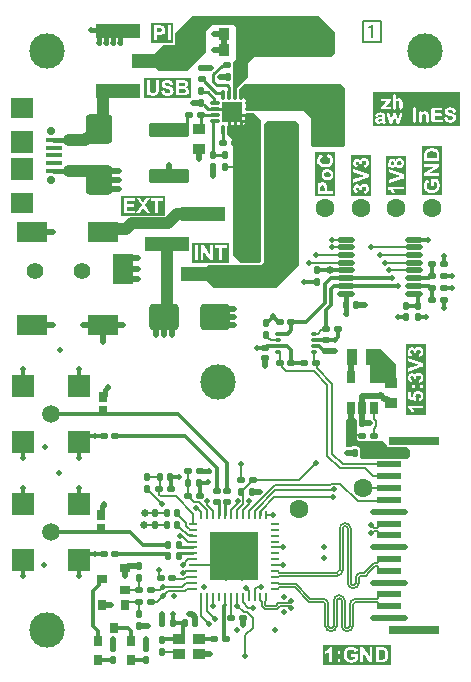
<source format=gbr>
%TF.GenerationSoftware,Altium Limited,Altium Designer,20.1.12 (249)*%
G04 Layer_Physical_Order=1*
G04 Layer_Color=255*
%FSLAX45Y45*%
%MOMM*%
%TF.SameCoordinates,4EE8302A-A9A8-49E0-93C5-14594FCB678D*%
%TF.FilePolarity,Positive*%
%TF.FileFunction,Copper,L1,Top,Signal*%
%TF.Part,Single*%
G01*
G75*
%TA.AperFunction,Conductor*%
%ADD10C,0.13014*%
%TA.AperFunction,SMDPad,CuDef*%
G04:AMPARAMS|DCode=11|XSize=1.8mm|YSize=1.3mm|CornerRadius=0.13mm|HoleSize=0mm|Usage=FLASHONLY|Rotation=270.000|XOffset=0mm|YOffset=0mm|HoleType=Round|Shape=RoundedRectangle|*
%AMROUNDEDRECTD11*
21,1,1.80000,1.04000,0,0,270.0*
21,1,1.54000,1.30000,0,0,270.0*
1,1,0.26000,-0.52000,-0.77000*
1,1,0.26000,-0.52000,0.77000*
1,1,0.26000,0.52000,0.77000*
1,1,0.26000,0.52000,-0.77000*
%
%ADD11ROUNDEDRECTD11*%
G04:AMPARAMS|DCode=12|XSize=1.3mm|YSize=1.5mm|CornerRadius=0.13mm|HoleSize=0mm|Usage=FLASHONLY|Rotation=0.000|XOffset=0mm|YOffset=0mm|HoleType=Round|Shape=RoundedRectangle|*
%AMROUNDEDRECTD12*
21,1,1.30000,1.24000,0,0,0.0*
21,1,1.04000,1.50000,0,0,0.0*
1,1,0.26000,0.52000,-0.62000*
1,1,0.26000,-0.52000,-0.62000*
1,1,0.26000,-0.52000,0.62000*
1,1,0.26000,0.52000,0.62000*
%
%ADD12ROUNDEDRECTD12*%
G04:AMPARAMS|DCode=13|XSize=0.9mm|YSize=1mm|CornerRadius=0.09mm|HoleSize=0mm|Usage=FLASHONLY|Rotation=90.000|XOffset=0mm|YOffset=0mm|HoleType=Round|Shape=RoundedRectangle|*
%AMROUNDEDRECTD13*
21,1,0.90000,0.82000,0,0,90.0*
21,1,0.72000,1.00000,0,0,90.0*
1,1,0.18000,0.41000,0.36000*
1,1,0.18000,0.41000,-0.36000*
1,1,0.18000,-0.41000,-0.36000*
1,1,0.18000,-0.41000,0.36000*
%
%ADD13ROUNDEDRECTD13*%
G04:AMPARAMS|DCode=14|XSize=3.4mm|YSize=1.2mm|CornerRadius=0.06mm|HoleSize=0mm|Usage=FLASHONLY|Rotation=180.000|XOffset=0mm|YOffset=0mm|HoleType=Round|Shape=RoundedRectangle|*
%AMROUNDEDRECTD14*
21,1,3.40000,1.08000,0,0,180.0*
21,1,3.28000,1.20000,0,0,180.0*
1,1,0.12000,-1.64000,0.54000*
1,1,0.12000,1.64000,0.54000*
1,1,0.12000,1.64000,-0.54000*
1,1,0.12000,-1.64000,-0.54000*
%
%ADD14ROUNDEDRECTD14*%
G04:AMPARAMS|DCode=15|XSize=0.5mm|YSize=0.65mm|CornerRadius=0.05mm|HoleSize=0mm|Usage=FLASHONLY|Rotation=180.000|XOffset=0mm|YOffset=0mm|HoleType=Round|Shape=RoundedRectangle|*
%AMROUNDEDRECTD15*
21,1,0.50000,0.55000,0,0,180.0*
21,1,0.40000,0.65000,0,0,180.0*
1,1,0.10000,-0.20000,0.27500*
1,1,0.10000,0.20000,0.27500*
1,1,0.10000,0.20000,-0.27500*
1,1,0.10000,-0.20000,-0.27500*
%
%ADD15ROUNDEDRECTD15*%
G04:AMPARAMS|DCode=16|XSize=0.8mm|YSize=0.75mm|CornerRadius=0.09375mm|HoleSize=0mm|Usage=FLASHONLY|Rotation=270.000|XOffset=0mm|YOffset=0mm|HoleType=Round|Shape=RoundedRectangle|*
%AMROUNDEDRECTD16*
21,1,0.80000,0.56250,0,0,270.0*
21,1,0.61250,0.75000,0,0,270.0*
1,1,0.18750,-0.28125,-0.30625*
1,1,0.18750,-0.28125,0.30625*
1,1,0.18750,0.28125,0.30625*
1,1,0.18750,0.28125,-0.30625*
%
%ADD16ROUNDEDRECTD16*%
G04:AMPARAMS|DCode=17|XSize=2.5mm|YSize=1.7mm|CornerRadius=0.085mm|HoleSize=0mm|Usage=FLASHONLY|Rotation=180.000|XOffset=0mm|YOffset=0mm|HoleType=Round|Shape=RoundedRectangle|*
%AMROUNDEDRECTD17*
21,1,2.50000,1.53000,0,0,180.0*
21,1,2.33000,1.70000,0,0,180.0*
1,1,0.17000,-1.16500,0.76500*
1,1,0.17000,1.16500,0.76500*
1,1,0.17000,1.16500,-0.76500*
1,1,0.17000,-1.16500,-0.76500*
%
%ADD17ROUNDEDRECTD17*%
G04:AMPARAMS|DCode=18|XSize=2.5mm|YSize=2.2mm|CornerRadius=0.275mm|HoleSize=0mm|Usage=FLASHONLY|Rotation=180.000|XOffset=0mm|YOffset=0mm|HoleType=Round|Shape=RoundedRectangle|*
%AMROUNDEDRECTD18*
21,1,2.50000,1.65000,0,0,180.0*
21,1,1.95000,2.20000,0,0,180.0*
1,1,0.55000,-0.97500,0.82500*
1,1,0.55000,0.97500,0.82500*
1,1,0.55000,0.97500,-0.82500*
1,1,0.55000,-0.97500,-0.82500*
%
%ADD18ROUNDEDRECTD18*%
%ADD19R,2.00000X0.60000*%
%ADD20R,4.20000X0.70000*%
%ADD21R,1.80000X2.50000*%
%ADD22R,2.50000X1.80000*%
%ADD23R,2.50000X1.80000*%
%ADD24R,1.90000X1.80000*%
%ADD25R,1.90000X1.90000*%
%ADD26R,1.35000X0.40000*%
G04:AMPARAMS|DCode=27|XSize=0.7mm|YSize=0.85mm|CornerRadius=0.07mm|HoleSize=0mm|Usage=FLASHONLY|Rotation=0.000|XOffset=0mm|YOffset=0mm|HoleType=Round|Shape=RoundedRectangle|*
%AMROUNDEDRECTD27*
21,1,0.70000,0.71000,0,0,0.0*
21,1,0.56000,0.85000,0,0,0.0*
1,1,0.14000,0.28000,-0.35500*
1,1,0.14000,-0.28000,-0.35500*
1,1,0.14000,-0.28000,0.35500*
1,1,0.14000,0.28000,0.35500*
%
%ADD27ROUNDEDRECTD27*%
%ADD28R,5.70000X1.80000*%
G04:AMPARAMS|DCode=29|XSize=0.8mm|YSize=1.4mm|CornerRadius=0.04mm|HoleSize=0mm|Usage=FLASHONLY|Rotation=0.000|XOffset=0mm|YOffset=0mm|HoleType=Round|Shape=RoundedRectangle|*
%AMROUNDEDRECTD29*
21,1,0.80000,1.32000,0,0,0.0*
21,1,0.72000,1.40000,0,0,0.0*
1,1,0.08000,0.36000,-0.66000*
1,1,0.08000,-0.36000,-0.66000*
1,1,0.08000,-0.36000,0.66000*
1,1,0.08000,0.36000,0.66000*
%
%ADD29ROUNDEDRECTD29*%
G04:AMPARAMS|DCode=30|XSize=0.7mm|YSize=0.9mm|CornerRadius=0.0875mm|HoleSize=0mm|Usage=FLASHONLY|Rotation=0.000|XOffset=0mm|YOffset=0mm|HoleType=Round|Shape=RoundedRectangle|*
%AMROUNDEDRECTD30*
21,1,0.70000,0.72500,0,0,0.0*
21,1,0.52500,0.90000,0,0,0.0*
1,1,0.17500,0.26250,-0.36250*
1,1,0.17500,-0.26250,-0.36250*
1,1,0.17500,-0.26250,0.36250*
1,1,0.17500,0.26250,0.36250*
%
%ADD30ROUNDEDRECTD30*%
G04:AMPARAMS|DCode=31|XSize=0.6mm|YSize=0.5mm|CornerRadius=0.05mm|HoleSize=0mm|Usage=FLASHONLY|Rotation=90.000|XOffset=0mm|YOffset=0mm|HoleType=Round|Shape=RoundedRectangle|*
%AMROUNDEDRECTD31*
21,1,0.60000,0.40000,0,0,90.0*
21,1,0.50000,0.50000,0,0,90.0*
1,1,0.10000,0.20000,0.25000*
1,1,0.10000,0.20000,-0.25000*
1,1,0.10000,-0.20000,-0.25000*
1,1,0.10000,-0.20000,0.25000*
%
%ADD31ROUNDEDRECTD31*%
G04:AMPARAMS|DCode=32|XSize=0.6mm|YSize=0.5mm|CornerRadius=0.05mm|HoleSize=0mm|Usage=FLASHONLY|Rotation=0.000|XOffset=0mm|YOffset=0mm|HoleType=Round|Shape=RoundedRectangle|*
%AMROUNDEDRECTD32*
21,1,0.60000,0.40000,0,0,0.0*
21,1,0.50000,0.50000,0,0,0.0*
1,1,0.10000,0.25000,-0.20000*
1,1,0.10000,-0.25000,-0.20000*
1,1,0.10000,-0.25000,0.20000*
1,1,0.10000,0.25000,0.20000*
%
%ADD32ROUNDEDRECTD32*%
%ADD33C,0.63500*%
%ADD34O,1.50000X0.45000*%
%ADD35O,0.65000X0.30000*%
G04:AMPARAMS|DCode=36|XSize=4.1mm|YSize=4.1mm|CornerRadius=0.1025mm|HoleSize=0mm|Usage=FLASHONLY|Rotation=90.000|XOffset=0mm|YOffset=0mm|HoleType=Round|Shape=RoundedRectangle|*
%AMROUNDEDRECTD36*
21,1,4.10000,3.89500,0,0,90.0*
21,1,3.89500,4.10000,0,0,90.0*
1,1,0.20500,1.94750,1.94750*
1,1,0.20500,1.94750,-1.94750*
1,1,0.20500,-1.94750,-1.94750*
1,1,0.20500,-1.94750,1.94750*
%
%ADD36ROUNDEDRECTD36*%
G04:AMPARAMS|DCode=37|XSize=0.25mm|YSize=0.75mm|CornerRadius=0.0625mm|HoleSize=0mm|Usage=FLASHONLY|Rotation=90.000|XOffset=0mm|YOffset=0mm|HoleType=Round|Shape=RoundedRectangle|*
%AMROUNDEDRECTD37*
21,1,0.25000,0.62500,0,0,90.0*
21,1,0.12500,0.75000,0,0,90.0*
1,1,0.12500,0.31250,0.06250*
1,1,0.12500,0.31250,-0.06250*
1,1,0.12500,-0.31250,-0.06250*
1,1,0.12500,-0.31250,0.06250*
%
%ADD37ROUNDEDRECTD37*%
G04:AMPARAMS|DCode=38|XSize=0.25mm|YSize=0.75mm|CornerRadius=0.0625mm|HoleSize=0mm|Usage=FLASHONLY|Rotation=180.000|XOffset=0mm|YOffset=0mm|HoleType=Round|Shape=RoundedRectangle|*
%AMROUNDEDRECTD38*
21,1,0.25000,0.62500,0,0,180.0*
21,1,0.12500,0.75000,0,0,180.0*
1,1,0.12500,-0.06250,0.31250*
1,1,0.12500,0.06250,0.31250*
1,1,0.12500,0.06250,-0.31250*
1,1,0.12500,-0.06250,-0.31250*
%
%ADD38ROUNDEDRECTD38*%
G04:AMPARAMS|DCode=39|XSize=0.25mm|YSize=0.75mm|CornerRadius=0.03125mm|HoleSize=0mm|Usage=FLASHONLY|Rotation=180.000|XOffset=0mm|YOffset=0mm|HoleType=Round|Shape=RoundedRectangle|*
%AMROUNDEDRECTD39*
21,1,0.25000,0.68750,0,0,180.0*
21,1,0.18750,0.75000,0,0,180.0*
1,1,0.06250,-0.09375,0.34375*
1,1,0.06250,0.09375,0.34375*
1,1,0.06250,0.09375,-0.34375*
1,1,0.06250,-0.09375,-0.34375*
%
%ADD39ROUNDEDRECTD39*%
%ADD40R,1.70000X1.70000*%
%ADD41O,0.85000X0.28000*%
%ADD42O,0.28000X0.85000*%
G04:AMPARAMS|DCode=43|XSize=0.6mm|YSize=1.1mm|CornerRadius=0.06mm|HoleSize=0mm|Usage=FLASHONLY|Rotation=180.000|XOffset=0mm|YOffset=0mm|HoleType=Round|Shape=RoundedRectangle|*
%AMROUNDEDRECTD43*
21,1,0.60000,0.98000,0,0,180.0*
21,1,0.48000,1.10000,0,0,180.0*
1,1,0.12000,-0.24000,0.49000*
1,1,0.12000,0.24000,0.49000*
1,1,0.12000,0.24000,-0.49000*
1,1,0.12000,-0.24000,-0.49000*
%
%ADD43ROUNDEDRECTD43*%
%ADD44R,1.90500X1.90500*%
%ADD45C,1.52000*%
%ADD46R,3.70000X1.27000*%
G04:AMPARAMS|DCode=47|XSize=1.1mm|YSize=0.9mm|CornerRadius=0.045mm|HoleSize=0mm|Usage=FLASHONLY|Rotation=0.000|XOffset=0mm|YOffset=0mm|HoleType=Round|Shape=RoundedRectangle|*
%AMROUNDEDRECTD47*
21,1,1.10000,0.81000,0,0,0.0*
21,1,1.01000,0.90000,0,0,0.0*
1,1,0.09000,0.50500,-0.40500*
1,1,0.09000,-0.50500,-0.40500*
1,1,0.09000,-0.50500,0.40500*
1,1,0.09000,0.50500,0.40500*
%
%ADD47ROUNDEDRECTD47*%
%TA.AperFunction,ConnectorPad*%
%ADD48R,3.70000X1.27000*%
%TA.AperFunction,SMDPad,CuDef*%
G04:AMPARAMS|DCode=49|XSize=0.7mm|YSize=0.9mm|CornerRadius=0.0875mm|HoleSize=0mm|Usage=FLASHONLY|Rotation=270.000|XOffset=0mm|YOffset=0mm|HoleType=Round|Shape=RoundedRectangle|*
%AMROUNDEDRECTD49*
21,1,0.70000,0.72500,0,0,270.0*
21,1,0.52500,0.90000,0,0,270.0*
1,1,0.17500,-0.36250,-0.26250*
1,1,0.17500,-0.36250,0.26250*
1,1,0.17500,0.36250,0.26250*
1,1,0.17500,0.36250,-0.26250*
%
%ADD49ROUNDEDRECTD49*%
G04:AMPARAMS|DCode=50|XSize=0.5mm|YSize=0.65mm|CornerRadius=0.05mm|HoleSize=0mm|Usage=FLASHONLY|Rotation=90.000|XOffset=0mm|YOffset=0mm|HoleType=Round|Shape=RoundedRectangle|*
%AMROUNDEDRECTD50*
21,1,0.50000,0.55000,0,0,90.0*
21,1,0.40000,0.65000,0,0,90.0*
1,1,0.10000,0.27500,0.20000*
1,1,0.10000,0.27500,-0.20000*
1,1,0.10000,-0.27500,-0.20000*
1,1,0.10000,-0.27500,0.20000*
%
%ADD50ROUNDEDRECTD50*%
G04:AMPARAMS|DCode=51|XSize=2.5mm|YSize=2.2mm|CornerRadius=0.275mm|HoleSize=0mm|Usage=FLASHONLY|Rotation=90.000|XOffset=0mm|YOffset=0mm|HoleType=Round|Shape=RoundedRectangle|*
%AMROUNDEDRECTD51*
21,1,2.50000,1.65000,0,0,90.0*
21,1,1.95000,2.20000,0,0,90.0*
1,1,0.55000,0.82500,0.97500*
1,1,0.55000,0.82500,-0.97500*
1,1,0.55000,-0.82500,-0.97500*
1,1,0.55000,-0.82500,0.97500*
%
%ADD51ROUNDEDRECTD51*%
G04:AMPARAMS|DCode=52|XSize=0.9mm|YSize=1mm|CornerRadius=0.09mm|HoleSize=0mm|Usage=FLASHONLY|Rotation=0.000|XOffset=0mm|YOffset=0mm|HoleType=Round|Shape=RoundedRectangle|*
%AMROUNDEDRECTD52*
21,1,0.90000,0.82000,0,0,0.0*
21,1,0.72000,1.00000,0,0,0.0*
1,1,0.18000,0.36000,-0.41000*
1,1,0.18000,-0.36000,-0.41000*
1,1,0.18000,-0.36000,0.41000*
1,1,0.18000,0.36000,0.41000*
%
%ADD52ROUNDEDRECTD52*%
%TA.AperFunction,Conductor*%
%ADD53C,0.40000*%
%ADD54C,0.35000*%
%ADD55C,1.00000*%
%TA.AperFunction,NonConductor*%
%ADD56C,0.20000*%
%TA.AperFunction,Conductor*%
%ADD57C,0.20000*%
%ADD58C,0.50000*%
%ADD59C,0.30000*%
%ADD60C,0.25000*%
%ADD61C,0.80000*%
%ADD62C,0.28000*%
%ADD63R,0.28000X0.20000*%
%ADD64R,0.20000X0.28000*%
%TA.AperFunction,ComponentPad*%
%ADD65C,1.40000*%
%ADD66C,0.70000*%
%ADD67C,1.60000*%
%TA.AperFunction,WasherPad*%
%ADD68C,3.00000*%
%TA.AperFunction,ViaPad*%
%ADD69C,0.50000*%
G36*
X2795000Y5410000D02*
Y5230000D01*
X2767500Y5202500D01*
X2112500D01*
X2057500Y5147499D01*
Y5035000D01*
X1959009Y4936509D01*
X1959009Y4911480D01*
X1950029Y4902500D01*
X1931009D01*
Y5161009D01*
X1955000Y5185000D01*
Y5455000D01*
X1935000Y5475000D01*
X1755000D01*
X1697500Y5417500D01*
X1697500Y5237500D01*
X1537500Y5077500D01*
X1297500Y5077500D01*
X1267500Y5107500D01*
Y5232500D01*
X1335000Y5300000D01*
X1439231D01*
Y5404232D01*
X1584021Y5549022D01*
X2655978D01*
X2795000Y5410000D01*
D02*
G37*
G36*
X2162500Y4668990D02*
X2162500Y3475000D01*
X2147499Y3459999D01*
X1990000Y3460000D01*
X1925000Y3525000D01*
Y4498510D01*
X1881010Y4542500D01*
Y4603510D01*
X1898750Y4621250D01*
X2013749Y4621249D01*
X2031250Y4638750D01*
X2031250Y4707500D01*
X2045241Y4721490D01*
X2110000D01*
X2162500Y4668990D01*
D02*
G37*
G36*
X2877500Y4934999D02*
X2877500Y4457500D01*
X2857501Y4437501D01*
X2607500Y4437499D01*
X2587500Y4457500D01*
Y4685000D01*
X2529999Y4742499D01*
X2047500Y4742500D01*
X2040000Y4750000D01*
Y4835000D01*
X2022501Y4852500D01*
X1992228Y4852500D01*
X1979666Y4865062D01*
Y4908500D01*
X1979401Y4909832D01*
Y4911168D01*
X1979666Y4912500D01*
Y4927166D01*
X2020000Y4967500D01*
X2845000D01*
X2877500Y4934999D01*
D02*
G37*
G36*
X2485000Y4630000D02*
X2485000Y3440000D01*
X2292500Y3247500D01*
X1757500Y3247500D01*
X1687500Y3317500D01*
Y3407500D01*
X1717500Y3437500D01*
X2165000Y3437500D01*
X2190000Y3462500D01*
Y4632500D01*
X2212500Y4655000D01*
X2460000D01*
X2485000Y4630000D01*
D02*
G37*
G36*
X3310000Y2595000D02*
X3310000Y2445000D01*
X3087500D01*
Y2727500D01*
X3177500Y2727500D01*
X3310000Y2595000D01*
D02*
G37*
G36*
X2974119Y2130881D02*
Y2097501D01*
X2974510Y2095530D01*
Y2070000D01*
X2975000Y2067539D01*
X2975000Y1970000D01*
X2997499Y1947500D01*
X3090045Y1947500D01*
X3092501Y1947011D01*
X3142500D01*
X3144955Y1947500D01*
X3195000Y1947499D01*
X3230000Y1912500D01*
Y1895000D01*
X3247500D01*
X3247501Y1895000D01*
X3402500Y1895000D01*
X3422500Y1875001D01*
X3422500Y1822500D01*
X3400000Y1800000D01*
X3010307Y1800000D01*
X3003519Y1812700D01*
X3003549Y1812746D01*
X3005490Y1822500D01*
Y1848030D01*
X3005882Y1850000D01*
X3005490Y1851970D01*
Y1877500D01*
X3003549Y1887255D01*
X2998024Y1895524D01*
X2989754Y1901050D01*
X2980000Y1902990D01*
X2940000D01*
X2930246Y1901050D01*
X2922512Y1895882D01*
X2896618D01*
X2882500Y1910000D01*
Y2130000D01*
X2900000Y2147500D01*
X2957500D01*
X2974119Y2130881D01*
D02*
G37*
G36*
X3847989Y4615000D02*
X3382989D01*
Y4903715D01*
X3847989D01*
Y4615000D01*
D02*
G37*
G36*
X3382989Y4755155D02*
Y4615000D01*
X3110000D01*
Y4755155D01*
Y4903715D01*
X3382989D01*
Y4755155D01*
D02*
G37*
G36*
X3559858Y2172500D02*
X3389079D01*
Y2767236D01*
X3559858D01*
Y2172500D01*
D02*
G37*
G36*
X3263240Y52643D02*
X2690000D01*
Y225086D01*
X3263240D01*
Y52643D01*
D02*
G37*
G36*
X1894598Y3457500D02*
X1582500D01*
Y3625505D01*
X1894598D01*
Y3457500D01*
D02*
G37*
G36*
X1353539Y3857500D02*
X982500D01*
Y4025505D01*
X1353539D01*
Y3857500D01*
D02*
G37*
G36*
X1419231Y5320000D02*
X1235000D01*
Y5488005D01*
X1419231D01*
Y5320000D01*
D02*
G37*
G36*
X1573224Y4852642D02*
X1177500D01*
Y5025085D01*
X1573224D01*
Y4852642D01*
D02*
G37*
G36*
X3697358Y4027500D02*
X3524915D01*
Y4447355D01*
X3697358D01*
Y4027500D01*
D02*
G37*
G36*
X3394858Y4027500D02*
X3224079D01*
Y4363452D01*
X3394858D01*
Y4027500D01*
D02*
G37*
G36*
X3097358Y4022500D02*
X2926579D01*
Y4366357D01*
X3097358D01*
Y4022500D01*
D02*
G37*
G36*
X2794719D02*
X2622415D01*
Y4397838D01*
X2794719D01*
Y4022500D01*
D02*
G37*
%LPC*%
G36*
X3769727Y4773560D02*
X3767786D01*
X3762654Y4773421D01*
X3757800Y4772866D01*
X3755582Y4772589D01*
X3753501Y4772173D01*
X3751698Y4771757D01*
X3749895Y4771341D01*
X3748231Y4770925D01*
X3746844Y4770509D01*
X3745596Y4770093D01*
X3744625Y4769815D01*
X3743793Y4769538D01*
X3743239Y4769260D01*
X3742823Y4769122D01*
X3742684D01*
X3738939Y4767319D01*
X3735611Y4765377D01*
X3732837Y4763297D01*
X3730480Y4761217D01*
X3728677Y4759414D01*
X3727429Y4758027D01*
X3726874Y4757472D01*
X3726597Y4757056D01*
X3726458Y4756779D01*
X3726319Y4756640D01*
X3724378Y4753450D01*
X3722991Y4750261D01*
X3722020Y4747071D01*
X3721327Y4744159D01*
X3720911Y4741662D01*
X3720772Y4740553D01*
Y4739721D01*
X3720633Y4738889D01*
Y4738334D01*
Y4738057D01*
Y4737918D01*
X3720911Y4734035D01*
X3721465Y4730429D01*
X3722297Y4727239D01*
X3723407Y4724604D01*
X3723823Y4723495D01*
X3724378Y4722385D01*
X3724794Y4721553D01*
X3725210Y4720860D01*
X3725487Y4720305D01*
X3725764Y4719889D01*
X3726042Y4719612D01*
Y4719473D01*
X3728261Y4716838D01*
X3730618Y4714480D01*
X3732976Y4712400D01*
X3735334Y4710736D01*
X3737275Y4709488D01*
X3738939Y4708517D01*
X3739633Y4708101D01*
X3740049Y4707823D01*
X3740326Y4707685D01*
X3740465D01*
X3744071Y4706159D01*
X3747815Y4704772D01*
X3751560Y4703524D01*
X3755027Y4702553D01*
X3756691Y4701999D01*
X3758078Y4701721D01*
X3759465Y4701305D01*
X3760574Y4701028D01*
X3761545Y4700751D01*
X3762238Y4700612D01*
X3762654Y4700473D01*
X3762793D01*
X3766260Y4699641D01*
X3769311Y4698948D01*
X3771946Y4698254D01*
X3774165Y4697561D01*
X3775968Y4697006D01*
X3777216Y4696590D01*
X3777910Y4696451D01*
X3778187Y4696313D01*
X3780129Y4695619D01*
X3781931Y4694787D01*
X3783457Y4693816D01*
X3784705Y4692984D01*
X3785676Y4692291D01*
X3786508Y4691597D01*
X3786924Y4691181D01*
X3787063Y4691043D01*
X3788172Y4689656D01*
X3789004Y4688269D01*
X3789559Y4686882D01*
X3789975Y4685495D01*
X3790253Y4684247D01*
X3790391Y4683276D01*
Y4682583D01*
Y4682306D01*
Y4681057D01*
X3790114Y4679948D01*
X3789420Y4677729D01*
X3788311Y4675787D01*
X3787201Y4674123D01*
X3786092Y4672736D01*
X3784983Y4671766D01*
X3784289Y4671211D01*
X3784150Y4670934D01*
X3784012D01*
X3781515Y4669408D01*
X3778742Y4668299D01*
X3776107Y4667466D01*
X3773472Y4666912D01*
X3771114Y4666634D01*
X3770143Y4666496D01*
X3769173D01*
X3768479Y4666357D01*
X3767508D01*
X3764873Y4666496D01*
X3762377Y4666773D01*
X3760297Y4667050D01*
X3758633Y4667466D01*
X3757246Y4667882D01*
X3756275Y4668299D01*
X3755720Y4668437D01*
X3755443Y4668576D01*
X3753917Y4669547D01*
X3752530Y4670517D01*
X3751282Y4671488D01*
X3750312Y4672459D01*
X3749479Y4673291D01*
X3748925Y4673985D01*
X3748647Y4674401D01*
X3748509Y4674539D01*
X3747538Y4675926D01*
X3746706Y4677452D01*
X3745874Y4679116D01*
X3745180Y4680503D01*
X3744625Y4681890D01*
X3744209Y4682860D01*
X3743932Y4683554D01*
X3743793Y4683831D01*
X3742961Y4685634D01*
X3742129Y4687298D01*
X3741158Y4688546D01*
X3740326Y4689656D01*
X3739633Y4690627D01*
X3739078Y4691181D01*
X3738662Y4691597D01*
X3738523Y4691736D01*
X3737275Y4692707D01*
X3736027Y4693400D01*
X3734779Y4693955D01*
X3733531Y4694232D01*
X3732560Y4694510D01*
X3731728Y4694648D01*
X3730896D01*
X3728954Y4694510D01*
X3727151Y4694094D01*
X3725626Y4693400D01*
X3724378Y4692846D01*
X3723268Y4692152D01*
X3722575Y4691459D01*
X3722020Y4691043D01*
X3721881Y4690904D01*
X3720633Y4689517D01*
X3719801Y4687992D01*
X3719108Y4686605D01*
X3718692Y4685218D01*
X3718414Y4683970D01*
X3718276Y4682999D01*
Y4682167D01*
X3718553Y4679116D01*
X3719108Y4676065D01*
X3719940Y4673291D01*
X3721049Y4670795D01*
X3722020Y4668576D01*
X3722436Y4667744D01*
X3722852Y4666912D01*
X3723129Y4666357D01*
X3723407Y4665941D01*
X3723684Y4665664D01*
Y4665525D01*
X3725903Y4662474D01*
X3728122Y4659839D01*
X3730480Y4657481D01*
X3732699Y4655540D01*
X3734640Y4654014D01*
X3736304Y4652905D01*
X3736859Y4652489D01*
X3737275Y4652211D01*
X3737553Y4651934D01*
X3737691D01*
X3740049Y4650686D01*
X3742407Y4649715D01*
X3744903Y4648744D01*
X3747538Y4647912D01*
X3752530Y4646664D01*
X3755027Y4646248D01*
X3757384Y4645832D01*
X3759603Y4645554D01*
X3761545Y4645416D01*
X3763487Y4645277D01*
X3765012Y4645138D01*
X3766260Y4645000D01*
X3768063D01*
X3773610Y4645277D01*
X3776245Y4645416D01*
X3778742Y4645832D01*
X3781099Y4646248D01*
X3783318Y4646664D01*
X3785260Y4647080D01*
X3787201Y4647635D01*
X3788866Y4648051D01*
X3790391Y4648467D01*
X3791639Y4648883D01*
X3792749Y4649299D01*
X3793581Y4649715D01*
X3794136Y4649854D01*
X3794552Y4650131D01*
X3794690D01*
X3798712Y4652211D01*
X3802179Y4654569D01*
X3805230Y4656926D01*
X3807588Y4659145D01*
X3809530Y4661226D01*
X3810916Y4662890D01*
X3811471Y4663583D01*
X3811749Y4663999D01*
X3812026Y4664277D01*
Y4664415D01*
X3813135Y4666218D01*
X3813967Y4667882D01*
X3815493Y4671488D01*
X3816602Y4674955D01*
X3817296Y4678145D01*
X3817435Y4679671D01*
X3817712Y4680919D01*
X3817851Y4682167D01*
Y4683138D01*
X3817989Y4683970D01*
Y4685079D01*
X3817851Y4688546D01*
X3817435Y4691597D01*
X3816880Y4694371D01*
X3816325Y4696729D01*
X3815632Y4698532D01*
X3815077Y4699918D01*
X3814800Y4700473D01*
X3814661Y4700889D01*
X3814522Y4701028D01*
Y4701167D01*
X3813135Y4703663D01*
X3811610Y4705743D01*
X3809946Y4707685D01*
X3808420Y4709210D01*
X3807033Y4710597D01*
X3805924Y4711429D01*
X3805230Y4712123D01*
X3805092Y4712261D01*
X3804953D01*
X3802595Y4713787D01*
X3800099Y4715174D01*
X3797603Y4716422D01*
X3795384Y4717531D01*
X3793442Y4718363D01*
X3791778Y4718918D01*
X3791223Y4719196D01*
X3790807Y4719334D01*
X3790530Y4719473D01*
X3790391D01*
X3787201Y4720582D01*
X3784012Y4721553D01*
X3780822Y4722385D01*
X3778048Y4723217D01*
X3775552Y4723911D01*
X3774581Y4724049D01*
X3773610Y4724327D01*
X3772917Y4724466D01*
X3772362Y4724604D01*
X3772085Y4724743D01*
X3771946D01*
X3768895Y4725575D01*
X3766399Y4726130D01*
X3764319Y4726684D01*
X3762654Y4727239D01*
X3761406Y4727517D01*
X3760574Y4727794D01*
X3760019Y4727933D01*
X3759881D01*
X3757523Y4728765D01*
X3756414Y4729181D01*
X3755443Y4729736D01*
X3754611Y4730152D01*
X3753917Y4730429D01*
X3753501Y4730568D01*
X3753363Y4730706D01*
X3752253Y4731400D01*
X3751282Y4732093D01*
X3750450Y4732787D01*
X3749757Y4733341D01*
X3749202Y4733896D01*
X3748786Y4734312D01*
X3748647Y4734589D01*
X3748509Y4734728D01*
X3747954Y4735699D01*
X3747538Y4736531D01*
X3747122Y4738334D01*
X3746983Y4739027D01*
X3746844Y4739582D01*
Y4739998D01*
Y4740137D01*
X3747122Y4741940D01*
X3747677Y4743604D01*
X3748509Y4745129D01*
X3749479Y4746378D01*
X3750312Y4747487D01*
X3751144Y4748180D01*
X3751698Y4748735D01*
X3751976Y4748874D01*
X3754056Y4750122D01*
X3756414Y4751093D01*
X3758771Y4751786D01*
X3760990Y4752341D01*
X3763070Y4752618D01*
X3764596Y4752757D01*
X3766121D01*
X3769450Y4752618D01*
X3772362Y4752202D01*
X3774720Y4751648D01*
X3776661Y4750954D01*
X3778187Y4750261D01*
X3779158Y4749706D01*
X3779851Y4749290D01*
X3779990Y4749151D01*
X3781515Y4747764D01*
X3783041Y4746100D01*
X3784289Y4744436D01*
X3785399Y4742911D01*
X3786231Y4741385D01*
X3786924Y4740276D01*
X3787340Y4739443D01*
X3787479Y4739305D01*
Y4739166D01*
X3788450Y4737363D01*
X3789420Y4735838D01*
X3790253Y4734451D01*
X3791085Y4733480D01*
X3791639Y4732648D01*
X3792194Y4731954D01*
X3792471Y4731677D01*
X3792610Y4731538D01*
X3793720Y4730706D01*
X3794829Y4730152D01*
X3796077Y4729736D01*
X3797325Y4729458D01*
X3798435Y4729319D01*
X3799267Y4729181D01*
X3800099D01*
X3802041Y4729319D01*
X3803844Y4729874D01*
X3805369Y4730429D01*
X3806617Y4731261D01*
X3807727Y4731954D01*
X3808420Y4732648D01*
X3808975Y4733064D01*
X3809114Y4733203D01*
X3810362Y4734728D01*
X3811194Y4736254D01*
X3811887Y4737779D01*
X3812303Y4739166D01*
X3812581Y4740414D01*
X3812719Y4741385D01*
Y4741940D01*
Y4742217D01*
X3812581Y4744159D01*
X3812303Y4745962D01*
X3811887Y4747764D01*
X3811471Y4749290D01*
X3810916Y4750677D01*
X3810500Y4751786D01*
X3810223Y4752341D01*
X3810084Y4752618D01*
X3808975Y4754560D01*
X3807727Y4756502D01*
X3806340Y4758304D01*
X3804953Y4759830D01*
X3803705Y4761078D01*
X3802734Y4762049D01*
X3802041Y4762604D01*
X3801763Y4762881D01*
X3799544Y4764545D01*
X3797187Y4766209D01*
X3794829Y4767458D01*
X3792610Y4768567D01*
X3790530Y4769538D01*
X3789004Y4770093D01*
X3788450Y4770370D01*
X3788034Y4770509D01*
X3787756Y4770647D01*
X3787618D01*
X3784289Y4771618D01*
X3780961Y4772312D01*
X3777632Y4772866D01*
X3774581Y4773144D01*
X3773056Y4773282D01*
X3771808Y4773421D01*
X3770698D01*
X3769727Y4773560D01*
D02*
G37*
G36*
X3554212Y4739998D02*
X3552548D01*
X3549081Y4739859D01*
X3545891Y4739443D01*
X3542979Y4738750D01*
X3540483Y4738057D01*
X3538402Y4737363D01*
X3537570Y4737086D01*
X3536877Y4736670D01*
X3536183Y4736531D01*
X3535767Y4736254D01*
X3535629Y4736115D01*
X3535490D01*
X3532994Y4734451D01*
X3530775Y4732648D01*
X3528972Y4730845D01*
X3527585Y4729042D01*
X3526476Y4727378D01*
X3525643Y4725991D01*
X3525366Y4725436D01*
X3525227Y4725020D01*
X3525089Y4724882D01*
Y4725714D01*
Y4727378D01*
X3524811Y4728765D01*
X3524534Y4730013D01*
X3524257Y4731261D01*
X3523979Y4732093D01*
X3523702Y4732787D01*
X3523563Y4733203D01*
X3523425Y4733341D01*
X3522731Y4734451D01*
X3522038Y4735560D01*
X3521344Y4736392D01*
X3520651Y4737086D01*
X3519957Y4737641D01*
X3519403Y4738057D01*
X3519125Y4738195D01*
X3518987Y4738334D01*
X3517877Y4738889D01*
X3516906Y4739305D01*
X3514826Y4739859D01*
X3513994D01*
X3513301Y4739998D01*
X3512746D01*
X3510804Y4739859D01*
X3509001Y4739443D01*
X3507476Y4738750D01*
X3506228Y4738195D01*
X3505118Y4737502D01*
X3504425Y4736808D01*
X3504009Y4736392D01*
X3503870Y4736254D01*
X3502761Y4734728D01*
X3502067Y4732925D01*
X3501512Y4731122D01*
X3501096Y4729458D01*
X3500819Y4727933D01*
X3500680Y4726546D01*
Y4660255D01*
X3500819Y4657759D01*
X3501235Y4655401D01*
X3501790Y4653598D01*
X3502483Y4651934D01*
X3503038Y4650686D01*
X3503593Y4649715D01*
X3504009Y4649160D01*
X3504147Y4649021D01*
X3505534Y4647635D01*
X3507060Y4646664D01*
X3508724Y4645970D01*
X3510111Y4645554D01*
X3511498Y4645277D01*
X3512468Y4645000D01*
X3513439D01*
X3515520Y4645138D01*
X3517322Y4645554D01*
X3518987Y4646248D01*
X3520373Y4646941D01*
X3521483Y4647635D01*
X3522176Y4648328D01*
X3522731Y4648744D01*
X3522870Y4648883D01*
X3524118Y4650547D01*
X3525089Y4652350D01*
X3525643Y4654291D01*
X3526198Y4656094D01*
X3526476Y4657759D01*
X3526614Y4659007D01*
Y4659561D01*
Y4659977D01*
Y4660116D01*
Y4660255D01*
Y4688546D01*
Y4691043D01*
Y4693262D01*
X3526753Y4695203D01*
Y4697006D01*
X3526892Y4698670D01*
X3527030Y4700057D01*
X3527169Y4701305D01*
X3527308Y4702415D01*
Y4703386D01*
X3527446Y4704218D01*
X3527585Y4704772D01*
X3527724Y4705327D01*
X3527862Y4706021D01*
Y4706159D01*
X3528833Y4708517D01*
X3529943Y4710458D01*
X3531052Y4712123D01*
X3532162Y4713509D01*
X3533132Y4714480D01*
X3533964Y4715312D01*
X3534519Y4715728D01*
X3534658Y4715867D01*
X3536461Y4716977D01*
X3538125Y4717809D01*
X3539789Y4718363D01*
X3541315Y4718779D01*
X3542702Y4719057D01*
X3543672Y4719196D01*
X3544643D01*
X3547417Y4718918D01*
X3549774Y4718363D01*
X3551716Y4717531D01*
X3553242Y4716561D01*
X3554351Y4715451D01*
X3555044Y4714619D01*
X3555461Y4714064D01*
X3555599Y4713787D01*
X3556570Y4711568D01*
X3557263Y4709072D01*
X3557818Y4706437D01*
X3558095Y4703802D01*
X3558373Y4701444D01*
Y4700473D01*
X3558512Y4699641D01*
Y4698809D01*
Y4698254D01*
Y4697977D01*
Y4697838D01*
Y4660255D01*
X3558650Y4657759D01*
X3559066Y4655401D01*
X3559621Y4653598D01*
X3560314Y4651934D01*
X3560869Y4650686D01*
X3561424Y4649715D01*
X3561840Y4649160D01*
X3561979Y4649021D01*
X3563365Y4647635D01*
X3565030Y4646664D01*
X3566555Y4645970D01*
X3568081Y4645554D01*
X3569329Y4645277D01*
X3570438Y4645000D01*
X3571409D01*
X3573489Y4645138D01*
X3575292Y4645554D01*
X3576957Y4646248D01*
X3578343Y4646941D01*
X3579453Y4647635D01*
X3580146Y4648328D01*
X3580701Y4648744D01*
X3580840Y4648883D01*
X3582088Y4650547D01*
X3582920Y4652350D01*
X3583613Y4654291D01*
X3584029Y4656094D01*
X3584307Y4657759D01*
X3584445Y4659007D01*
Y4704911D01*
X3584307Y4707269D01*
X3584168Y4709349D01*
X3584029Y4711152D01*
X3583891Y4712677D01*
X3583752Y4713787D01*
X3583613Y4714342D01*
Y4714619D01*
X3583336Y4716561D01*
X3582781Y4718225D01*
X3582365Y4719889D01*
X3581810Y4721276D01*
X3581394Y4722385D01*
X3580978Y4723356D01*
X3580701Y4723911D01*
X3580562Y4724049D01*
X3579037Y4726684D01*
X3577373Y4729181D01*
X3575431Y4731122D01*
X3573628Y4732787D01*
X3571964Y4734173D01*
X3570716Y4735006D01*
X3570161Y4735422D01*
X3569745Y4735699D01*
X3569606Y4735838D01*
X3569468D01*
X3566555Y4737224D01*
X3563643Y4738195D01*
X3560869Y4739027D01*
X3558234Y4739443D01*
X3555877Y4739721D01*
X3554906Y4739859D01*
X3554212Y4739998D01*
D02*
G37*
G36*
X3689707Y4771479D02*
X3623832D01*
X3621890Y4771341D01*
X3620087Y4771202D01*
X3618423Y4770925D01*
X3617036Y4770647D01*
X3615927Y4770231D01*
X3615095Y4769954D01*
X3614540Y4769815D01*
X3614401Y4769677D01*
X3613153Y4768983D01*
X3611905Y4768151D01*
X3611073Y4767180D01*
X3610241Y4766348D01*
X3609686Y4765516D01*
X3609131Y4764823D01*
X3608993Y4764268D01*
X3608854Y4764129D01*
X3608299Y4762604D01*
X3607883Y4761078D01*
X3607606Y4759553D01*
X3607467Y4758027D01*
X3607328Y4756640D01*
X3607190Y4755669D01*
Y4663722D01*
X3607328Y4660671D01*
X3607744Y4658175D01*
X3608438Y4655956D01*
X3609131Y4654153D01*
X3609825Y4652766D01*
X3610518Y4651934D01*
X3610934Y4651240D01*
X3611073Y4651102D01*
X3612737Y4649715D01*
X3614817Y4648744D01*
X3616898Y4648051D01*
X3618978Y4647635D01*
X3620919Y4647357D01*
X3622445Y4647080D01*
X3690539D01*
X3692896Y4647219D01*
X3694838Y4647496D01*
X3696502Y4648051D01*
X3698028Y4648605D01*
X3699137Y4649160D01*
X3699831Y4649715D01*
X3700385Y4649992D01*
X3700524Y4650131D01*
X3701633Y4651379D01*
X3702466Y4652766D01*
X3703159Y4654153D01*
X3703575Y4655401D01*
X3703852Y4656510D01*
X3703991Y4657481D01*
Y4658313D01*
X3703852Y4660116D01*
X3703436Y4661780D01*
X3702882Y4663167D01*
X3702327Y4664415D01*
X3701633Y4665386D01*
X3701079Y4666080D01*
X3700663Y4666496D01*
X3700524Y4666634D01*
X3699137Y4667744D01*
X3697473Y4668437D01*
X3695809Y4668992D01*
X3694283Y4669408D01*
X3692758Y4669685D01*
X3691648Y4669824D01*
X3635204D01*
Y4701028D01*
X3684159D01*
X3686517Y4701167D01*
X3688458Y4701444D01*
X3690123Y4701999D01*
X3691510Y4702553D01*
X3692480Y4703108D01*
X3693312Y4703663D01*
X3693728Y4703940D01*
X3693867Y4704079D01*
X3694977Y4705327D01*
X3695809Y4706575D01*
X3696363Y4707962D01*
X3696780Y4709210D01*
X3697057Y4710320D01*
X3697196Y4711152D01*
Y4711707D01*
Y4711984D01*
X3697057Y4713648D01*
X3696641Y4715174D01*
X3696086Y4716561D01*
X3695531Y4717670D01*
X3694977Y4718502D01*
X3694422Y4719196D01*
X3694006Y4719612D01*
X3693867Y4719750D01*
X3692480Y4720721D01*
X3690955Y4721553D01*
X3689291Y4722108D01*
X3687765Y4722385D01*
X3686378Y4722663D01*
X3685269Y4722801D01*
X3635204D01*
Y4749290D01*
X3688597D01*
X3690955Y4749429D01*
X3693035Y4749706D01*
X3694699Y4750261D01*
X3696086Y4750815D01*
X3697196Y4751370D01*
X3698028Y4751925D01*
X3698444Y4752202D01*
X3698582Y4752341D01*
X3699692Y4753589D01*
X3700524Y4754837D01*
X3701079Y4756224D01*
X3701495Y4757472D01*
X3701772Y4758582D01*
X3701911Y4759553D01*
Y4760107D01*
Y4760385D01*
X3701772Y4762188D01*
X3701356Y4763713D01*
X3700801Y4764961D01*
X3700247Y4766209D01*
X3699692Y4767042D01*
X3699137Y4767735D01*
X3698721Y4768151D01*
X3698582Y4768290D01*
X3697196Y4769399D01*
X3695670Y4770093D01*
X3694006Y4770647D01*
X3692342Y4771063D01*
X3690816Y4771341D01*
X3689707Y4771479D01*
D02*
G37*
G36*
X3464484Y4773560D02*
X3463374D01*
X3461155Y4773421D01*
X3459214Y4772866D01*
X3457550Y4772173D01*
X3456163Y4771479D01*
X3454915Y4770647D01*
X3454082Y4769954D01*
X3453528Y4769399D01*
X3453389Y4769260D01*
X3452141Y4767596D01*
X3451170Y4765516D01*
X3450615Y4763574D01*
X3450061Y4761494D01*
X3449783Y4759691D01*
X3449645Y4758304D01*
Y4661503D01*
X3449783Y4658729D01*
X3450199Y4656233D01*
X3450893Y4654014D01*
X3451586Y4652350D01*
X3452141Y4650963D01*
X3452834Y4649992D01*
X3453250Y4649299D01*
X3453389Y4649160D01*
X3454915Y4647773D01*
X3456579Y4646802D01*
X3458243Y4645970D01*
X3459907Y4645554D01*
X3461294Y4645277D01*
X3462404Y4645138D01*
X3463097Y4645000D01*
X3463374D01*
X3465593Y4645138D01*
X3467674Y4645693D01*
X3469476Y4646386D01*
X3470863Y4647080D01*
X3472111Y4647912D01*
X3472944Y4648467D01*
X3473498Y4649021D01*
X3473637Y4649160D01*
X3475024Y4650963D01*
X3475995Y4652905D01*
X3476688Y4654985D01*
X3477104Y4656926D01*
X3477520Y4658729D01*
X3477659Y4660116D01*
Y4756918D01*
X3477520Y4759830D01*
X3477104Y4762326D01*
X3476411Y4764407D01*
X3475717Y4766209D01*
X3474885Y4767458D01*
X3474330Y4768428D01*
X3473776Y4769122D01*
X3473637Y4769260D01*
X3472111Y4770647D01*
X3470447Y4771757D01*
X3468644Y4772450D01*
X3467119Y4773005D01*
X3465593Y4773282D01*
X3464484Y4773560D01*
D02*
G37*
G36*
X3247743Y4848212D02*
X3194627D01*
X3192685Y4848074D01*
X3190882Y4847796D01*
X3189496Y4847380D01*
X3188247Y4846825D01*
X3187138Y4846271D01*
X3186444Y4845855D01*
X3186028Y4845577D01*
X3185890Y4845439D01*
X3184780Y4844329D01*
X3184087Y4843081D01*
X3183532Y4841833D01*
X3183116Y4840723D01*
X3182839Y4839614D01*
X3182700Y4838782D01*
Y4838227D01*
Y4837950D01*
X3182839Y4835731D01*
X3183393Y4834067D01*
X3184087Y4832680D01*
X3184780Y4831570D01*
X3185612Y4830877D01*
X3186167Y4830322D01*
X3186722Y4830183D01*
X3186861Y4830045D01*
X3188525Y4829629D01*
X3190466Y4829213D01*
X3192269Y4828935D01*
X3194211Y4828797D01*
X3195875D01*
X3197123Y4828658D01*
X3230269D01*
X3229437Y4828380D01*
X3228604Y4827826D01*
X3227772Y4827132D01*
X3226940Y4826300D01*
X3226108Y4825468D01*
X3225553Y4824913D01*
X3225137Y4824359D01*
X3224999Y4824220D01*
X3223612Y4822694D01*
X3222225Y4821030D01*
X3220838Y4819505D01*
X3219451Y4817979D01*
X3218203Y4816592D01*
X3217232Y4815483D01*
X3216678Y4814789D01*
X3216400Y4814512D01*
X3212517Y4810074D01*
X3210575Y4807994D01*
X3208911Y4806052D01*
X3207386Y4804388D01*
X3206138Y4803140D01*
X3205444Y4802308D01*
X3205306Y4802169D01*
X3205167Y4802031D01*
X3202948Y4799534D01*
X3200590Y4796899D01*
X3198233Y4794403D01*
X3196152Y4792045D01*
X3194349Y4790104D01*
X3192963Y4788439D01*
X3192408Y4787885D01*
X3191992Y4787469D01*
X3191853Y4787191D01*
X3191714Y4787053D01*
X3189357Y4784279D01*
X3187277Y4781921D01*
X3185751Y4780118D01*
X3184364Y4778593D01*
X3183393Y4777345D01*
X3182839Y4776651D01*
X3182423Y4776097D01*
X3182284Y4775958D01*
X3181452Y4774710D01*
X3180897Y4773600D01*
X3180481Y4772491D01*
X3180204Y4771381D01*
X3180065Y4770549D01*
X3179926Y4769856D01*
Y4769301D01*
X3180065Y4767360D01*
X3180481Y4765557D01*
X3181036Y4764031D01*
X3181729Y4762783D01*
X3182423Y4761812D01*
X3182977Y4760980D01*
X3183393Y4760564D01*
X3183532Y4760425D01*
X3185058Y4759316D01*
X3186861Y4758622D01*
X3188663Y4758068D01*
X3190328Y4757652D01*
X3191853Y4757374D01*
X3193240Y4757236D01*
X3255370D01*
X3257589Y4757374D01*
X3259531Y4757652D01*
X3261056Y4758068D01*
X3262443Y4758622D01*
X3263414Y4759177D01*
X3264246Y4759593D01*
X3264662Y4759871D01*
X3264801Y4760009D01*
X3265910Y4761119D01*
X3266743Y4762367D01*
X3267297Y4763615D01*
X3267713Y4764863D01*
X3267991Y4765834D01*
X3268129Y4766805D01*
Y4767498D01*
X3267991Y4769162D01*
X3267575Y4770688D01*
X3267020Y4771936D01*
X3266465Y4773046D01*
X3265910Y4773878D01*
X3265356Y4774571D01*
X3264940Y4774987D01*
X3264801Y4775126D01*
X3263414Y4776097D01*
X3261889Y4776929D01*
X3260363Y4777483D01*
X3258838Y4777761D01*
X3257451Y4778038D01*
X3256341Y4778177D01*
X3213072D01*
X3253984Y4821585D01*
X3255509Y4823249D01*
X3256757Y4824636D01*
X3257173Y4825191D01*
X3257451Y4825607D01*
X3257728Y4825745D01*
Y4825884D01*
X3258838Y4827132D01*
X3259670Y4828103D01*
X3260224Y4828658D01*
X3260363Y4828935D01*
X3261195Y4830045D01*
X3261750Y4831293D01*
X3262166Y4832125D01*
X3262305Y4832402D01*
Y4832541D01*
X3262859Y4834205D01*
X3262998Y4835592D01*
X3263137Y4836008D01*
Y4836424D01*
Y4836702D01*
Y4836840D01*
X3262998Y4839059D01*
X3262443Y4840862D01*
X3261750Y4842388D01*
X3260918Y4843636D01*
X3259947Y4844607D01*
X3259254Y4845300D01*
X3258699Y4845577D01*
X3258560Y4845716D01*
X3256757Y4846548D01*
X3254816Y4847103D01*
X3252735Y4847658D01*
X3250933Y4847935D01*
X3249130Y4848074D01*
X3247743Y4848212D01*
D02*
G37*
G36*
X3292954Y4883715D02*
X3291983D01*
X3289764Y4883577D01*
X3287961Y4883161D01*
X3286297Y4882467D01*
X3285049Y4881774D01*
X3283939Y4880942D01*
X3283107Y4880387D01*
X3282691Y4879832D01*
X3282552Y4879694D01*
X3281443Y4878029D01*
X3280611Y4876226D01*
X3280056Y4874285D01*
X3279640Y4872482D01*
X3279363Y4870818D01*
X3279224Y4869570D01*
Y4770411D01*
X3279363Y4767776D01*
X3279779Y4765418D01*
X3280472Y4763338D01*
X3281166Y4761535D01*
X3282136Y4760148D01*
X3283246Y4758900D01*
X3284355Y4757929D01*
X3285604Y4757097D01*
X3286852Y4756403D01*
X3287961Y4755987D01*
X3289071Y4755571D01*
X3290041Y4755433D01*
X3290874Y4755294D01*
X3291428Y4755155D01*
X3291983D01*
X3294202Y4755294D01*
X3296005Y4755849D01*
X3297669Y4756403D01*
X3299056Y4757236D01*
X3300165Y4757929D01*
X3300859Y4758622D01*
X3301414Y4759038D01*
X3301552Y4759177D01*
X3302800Y4760841D01*
X3303632Y4762644D01*
X3304326Y4764447D01*
X3304742Y4766250D01*
X3305019Y4767914D01*
X3305158Y4769162D01*
Y4770133D01*
Y4770272D01*
Y4770411D01*
Y4800228D01*
Y4802447D01*
X3305297Y4804666D01*
Y4806468D01*
X3305435Y4808271D01*
X3305574Y4809936D01*
X3305713Y4811322D01*
X3305851Y4812571D01*
X3305990Y4813680D01*
X3306129Y4814651D01*
X3306267Y4815483D01*
X3306406Y4816176D01*
X3306545Y4816731D01*
X3306822Y4817424D01*
Y4817702D01*
X3307793Y4819643D01*
X3308764Y4821308D01*
X3309873Y4822694D01*
X3310983Y4823943D01*
X3311815Y4824913D01*
X3312647Y4825607D01*
X3313202Y4826023D01*
X3313340Y4826162D01*
X3315005Y4827271D01*
X3316807Y4827964D01*
X3318472Y4828519D01*
X3319997Y4828935D01*
X3321245Y4829213D01*
X3322216Y4829351D01*
X3323187D01*
X3325961Y4829074D01*
X3328318Y4828519D01*
X3330260Y4827687D01*
X3331647Y4826716D01*
X3332756Y4825745D01*
X3333588Y4824913D01*
X3334004Y4824359D01*
X3334143Y4824081D01*
X3335114Y4821862D01*
X3335807Y4819505D01*
X3336362Y4816870D01*
X3336639Y4814373D01*
X3336917Y4812016D01*
Y4811045D01*
X3337055Y4810213D01*
Y4809519D01*
Y4808965D01*
Y4808687D01*
Y4808549D01*
Y4770411D01*
X3337194Y4767776D01*
X3337610Y4765418D01*
X3338303Y4763338D01*
X3338997Y4761535D01*
X3339968Y4760148D01*
X3341077Y4758900D01*
X3342187Y4757929D01*
X3343435Y4757097D01*
X3344683Y4756403D01*
X3345792Y4755987D01*
X3346902Y4755571D01*
X3347873Y4755433D01*
X3348705Y4755294D01*
X3349259Y4755155D01*
X3349814D01*
X3351894Y4755294D01*
X3353836Y4755710D01*
X3355500Y4756403D01*
X3356887Y4757097D01*
X3357997Y4757790D01*
X3358690Y4758484D01*
X3359245Y4758900D01*
X3359383Y4759038D01*
X3360632Y4760703D01*
X3361464Y4762506D01*
X3362157Y4764447D01*
X3362573Y4766250D01*
X3362851Y4767914D01*
X3362989Y4769162D01*
Y4816038D01*
X3362851Y4818257D01*
X3362712Y4820198D01*
X3362573Y4822001D01*
X3362296Y4823388D01*
X3362157Y4824497D01*
X3362018Y4825052D01*
Y4825329D01*
X3361602Y4827271D01*
X3361186Y4829074D01*
X3360493Y4830738D01*
X3359938Y4832125D01*
X3359383Y4833373D01*
X3358967Y4834205D01*
X3358690Y4834899D01*
X3358551Y4835037D01*
X3357026Y4837534D01*
X3355223Y4839753D01*
X3353281Y4841694D01*
X3351617Y4843358D01*
X3349953Y4844468D01*
X3348705Y4845439D01*
X3347734Y4845993D01*
X3347595Y4846132D01*
X3347457D01*
X3344683Y4847519D01*
X3341909Y4848490D01*
X3339274Y4849183D01*
X3336778Y4849599D01*
X3334559Y4850015D01*
X3333727D01*
X3332895Y4850154D01*
X3329289D01*
X3327209Y4849877D01*
X3325267Y4849599D01*
X3323603Y4849322D01*
X3322216Y4849044D01*
X3321245Y4848767D01*
X3320552Y4848628D01*
X3320275Y4848490D01*
X3318333Y4847796D01*
X3316530Y4847103D01*
X3315005Y4846409D01*
X3313479Y4845577D01*
X3312370Y4845023D01*
X3311399Y4844468D01*
X3310844Y4844052D01*
X3310705Y4843913D01*
X3309319Y4842804D01*
X3308070Y4841555D01*
X3307100Y4840307D01*
X3306406Y4839059D01*
X3305851Y4838088D01*
X3305435Y4837256D01*
X3305297Y4836563D01*
X3305158Y4836424D01*
Y4868321D01*
X3305019Y4870818D01*
X3304603Y4873175D01*
X3304049Y4875117D01*
X3303355Y4876643D01*
X3302662Y4877891D01*
X3302107Y4878861D01*
X3301691Y4879416D01*
X3301552Y4879555D01*
X3300165Y4880942D01*
X3298640Y4881913D01*
X3296976Y4882745D01*
X3295450Y4883161D01*
X3294063Y4883438D01*
X3292954Y4883715D01*
D02*
G37*
G36*
X3351894Y4729998D02*
X3351062D01*
X3349398Y4729859D01*
X3348011Y4729721D01*
X3346763Y4729305D01*
X3345792Y4728889D01*
X3344960Y4728473D01*
X3344406Y4728195D01*
X3343990Y4727918D01*
X3343851Y4727779D01*
X3343019Y4726947D01*
X3342325Y4726115D01*
X3341216Y4724451D01*
X3340800Y4723757D01*
X3340522Y4723203D01*
X3340384Y4722925D01*
Y4722787D01*
X3339968Y4721677D01*
X3339552Y4720568D01*
X3338858Y4718071D01*
X3338581Y4716962D01*
X3338303Y4716130D01*
X3338026Y4715575D01*
Y4715298D01*
X3324712Y4665649D01*
X3312647Y4712108D01*
X3311953Y4714327D01*
X3311399Y4716130D01*
X3310844Y4717655D01*
X3310428Y4719042D01*
X3310151Y4720013D01*
X3309873Y4720706D01*
X3309596Y4721122D01*
Y4721261D01*
X3309041Y4722371D01*
X3308348Y4723480D01*
X3307654Y4724451D01*
X3306822Y4725283D01*
X3306129Y4726115D01*
X3305574Y4726670D01*
X3305158Y4726947D01*
X3305019Y4727086D01*
X3303771Y4728057D01*
X3302246Y4728750D01*
X3300859Y4729305D01*
X3299333Y4729582D01*
X3298085Y4729859D01*
X3297114Y4729998D01*
X3296144D01*
X3294202Y4729859D01*
X3292399Y4729582D01*
X3290874Y4729166D01*
X3289625Y4728611D01*
X3288655Y4728057D01*
X3287822Y4727641D01*
X3287406Y4727363D01*
X3287268Y4727224D01*
X3286158Y4726115D01*
X3285187Y4725144D01*
X3284494Y4724173D01*
X3283801Y4723341D01*
X3283385Y4722509D01*
X3283107Y4721954D01*
X3282830Y4721538D01*
Y4721400D01*
X3282414Y4720152D01*
X3281859Y4718626D01*
X3281304Y4716823D01*
X3280888Y4715159D01*
X3280334Y4713633D01*
X3280056Y4712385D01*
X3279779Y4711415D01*
X3279640Y4711276D01*
Y4711137D01*
X3267852Y4665649D01*
X3254816Y4714743D01*
X3253984Y4717517D01*
X3253151Y4719874D01*
X3252458Y4721816D01*
X3251765Y4723480D01*
X3251071Y4724728D01*
X3250655Y4725560D01*
X3250378Y4726115D01*
X3250239Y4726254D01*
X3249130Y4727502D01*
X3247881Y4728473D01*
X3246356Y4729027D01*
X3244969Y4729582D01*
X3243582Y4729859D01*
X3242473Y4729998D01*
X3241363D01*
X3239560Y4729859D01*
X3237896Y4729443D01*
X3236509Y4728889D01*
X3235400Y4728334D01*
X3234429Y4727641D01*
X3233597Y4727086D01*
X3233181Y4726670D01*
X3233042Y4726531D01*
X3231933Y4725283D01*
X3231101Y4723896D01*
X3230546Y4722648D01*
X3230130Y4721538D01*
X3229853Y4720429D01*
X3229714Y4719597D01*
Y4718903D01*
X3229853Y4717517D01*
X3230130Y4715714D01*
X3230685Y4713772D01*
X3231239Y4711969D01*
X3231655Y4710166D01*
X3232210Y4708780D01*
X3232349Y4708225D01*
X3232488Y4707809D01*
X3232626Y4707531D01*
Y4707393D01*
X3250655Y4653861D01*
X3250933Y4653029D01*
X3251349Y4652058D01*
X3252042Y4650116D01*
X3252319Y4649145D01*
X3252597Y4648591D01*
X3252735Y4648036D01*
Y4647897D01*
X3253845Y4645262D01*
X3254400Y4644153D01*
X3254954Y4643043D01*
X3255370Y4642211D01*
X3255786Y4641656D01*
X3255925Y4641240D01*
X3256064Y4641102D01*
X3257589Y4639160D01*
X3259254Y4637773D01*
X3259947Y4637357D01*
X3260502Y4636941D01*
X3260779Y4636803D01*
X3260918Y4636664D01*
X3262166Y4636109D01*
X3263275Y4635693D01*
X3264524Y4635416D01*
X3265633Y4635277D01*
X3266604Y4635138D01*
X3267436Y4635000D01*
X3268129D01*
X3271042Y4635277D01*
X3273399Y4635832D01*
X3275480Y4636664D01*
X3277005Y4637635D01*
X3278253Y4638467D01*
X3279085Y4639299D01*
X3279501Y4639854D01*
X3279640Y4640131D01*
X3280750Y4642211D01*
X3281859Y4644430D01*
X3282830Y4646788D01*
X3283662Y4649007D01*
X3284217Y4651087D01*
X3284771Y4652612D01*
X3284910Y4653306D01*
X3285049Y4653722D01*
X3285187Y4653999D01*
Y4654138D01*
X3296144Y4697407D01*
X3307516Y4654138D01*
X3308070Y4652196D01*
X3308625Y4650394D01*
X3309180Y4648729D01*
X3309596Y4647342D01*
X3310012Y4646233D01*
X3310289Y4645401D01*
X3310567Y4644846D01*
Y4644707D01*
X3311260Y4643321D01*
X3311953Y4641934D01*
X3312786Y4640686D01*
X3313479Y4639715D01*
X3314172Y4638883D01*
X3314727Y4638328D01*
X3315143Y4637912D01*
X3315282Y4637773D01*
X3316669Y4636803D01*
X3318056Y4636109D01*
X3319581Y4635693D01*
X3321107Y4635416D01*
X3322355Y4635138D01*
X3323464Y4635000D01*
X3324435D01*
X3326515Y4635138D01*
X3328180Y4635416D01*
X3329705Y4635832D01*
X3330953Y4636386D01*
X3332063Y4636803D01*
X3332756Y4637219D01*
X3333172Y4637496D01*
X3333311Y4637635D01*
X3334420Y4638744D01*
X3335391Y4639715D01*
X3336223Y4640824D01*
X3336917Y4641795D01*
X3337471Y4642489D01*
X3337749Y4643182D01*
X3338026Y4643598D01*
Y4643737D01*
X3338581Y4645124D01*
X3339136Y4646510D01*
X3339690Y4648036D01*
X3340245Y4649561D01*
X3340800Y4650810D01*
X3341216Y4651780D01*
X3341355Y4652474D01*
X3341493Y4652751D01*
X3360077Y4707393D01*
X3361048Y4710166D01*
X3361741Y4712524D01*
X3362296Y4714466D01*
X3362573Y4716130D01*
X3362851Y4717378D01*
X3362989Y4718210D01*
Y4718903D01*
X3362851Y4720568D01*
X3362434Y4721954D01*
X3361880Y4723341D01*
X3361186Y4724451D01*
X3360493Y4725422D01*
X3359938Y4726115D01*
X3359522Y4726531D01*
X3359383Y4726670D01*
X3357997Y4727779D01*
X3356610Y4728611D01*
X3355223Y4729166D01*
X3353975Y4729582D01*
X3352727Y4729859D01*
X3351894Y4729998D01*
D02*
G37*
G36*
X3177707Y4730276D02*
X3175211D01*
X3170357Y4730137D01*
X3165919Y4729721D01*
X3163839Y4729443D01*
X3162036Y4729027D01*
X3160233Y4728750D01*
X3158708Y4728334D01*
X3157182Y4727918D01*
X3155934Y4727641D01*
X3154963Y4727363D01*
X3153992Y4726947D01*
X3153299Y4726808D01*
X3152744Y4726531D01*
X3152467Y4726392D01*
X3152328D01*
X3149000Y4724867D01*
X3146226Y4723341D01*
X3143868Y4721677D01*
X3141927Y4720013D01*
X3140401Y4718626D01*
X3139292Y4717517D01*
X3138737Y4716823D01*
X3138460Y4716684D01*
Y4716546D01*
X3136934Y4714327D01*
X3135964Y4712108D01*
X3135131Y4710028D01*
X3134577Y4708086D01*
X3134299Y4706422D01*
X3134161Y4705174D01*
X3134022Y4704342D01*
Y4704203D01*
Y4704064D01*
X3134161Y4702400D01*
X3134577Y4701013D01*
X3134993Y4699626D01*
X3135686Y4698656D01*
X3136241Y4697685D01*
X3136657Y4697130D01*
X3137073Y4696714D01*
X3137212Y4696575D01*
X3138460Y4695605D01*
X3139847Y4694911D01*
X3141095Y4694356D01*
X3142343Y4694079D01*
X3143452Y4693802D01*
X3144285Y4693663D01*
X3144978D01*
X3146781Y4693802D01*
X3148168Y4693940D01*
X3149277Y4694218D01*
X3150248Y4694634D01*
X3150941Y4694911D01*
X3151357Y4695188D01*
X3151496Y4695327D01*
X3151635Y4695466D01*
X3152328Y4696298D01*
X3153022Y4697269D01*
X3154547Y4699349D01*
X3155102Y4700458D01*
X3155657Y4701291D01*
X3156073Y4701845D01*
X3156211Y4701984D01*
X3157321Y4703648D01*
X3158569Y4705174D01*
X3159817Y4706422D01*
X3160788Y4707393D01*
X3161759Y4708086D01*
X3162452Y4708641D01*
X3163007Y4708918D01*
X3163146Y4709057D01*
X3164810Y4709750D01*
X3166751Y4710305D01*
X3168693Y4710721D01*
X3170635Y4710998D01*
X3172437Y4711137D01*
X3173963Y4711276D01*
X3176875D01*
X3178401Y4711137D01*
X3179788Y4710998D01*
X3181036Y4710721D01*
X3183116Y4710028D01*
X3184780Y4709473D01*
X3185890Y4708780D01*
X3186722Y4708086D01*
X3187138Y4707670D01*
X3187277Y4707531D01*
X3188247Y4706006D01*
X3188941Y4704342D01*
X3189496Y4702539D01*
X3189912Y4700736D01*
X3190189Y4699210D01*
X3190328Y4697962D01*
X3190466Y4696991D01*
Y4696853D01*
Y4696714D01*
X3186167Y4695466D01*
X3184087Y4694911D01*
X3182145Y4694495D01*
X3180620Y4694079D01*
X3179372Y4693802D01*
X3178539Y4693663D01*
X3178401Y4693524D01*
X3178262D01*
X3175904Y4692970D01*
X3173269Y4692415D01*
X3170773Y4691860D01*
X3168554Y4691444D01*
X3166474Y4691028D01*
X3164810Y4690612D01*
X3164255Y4690473D01*
X3163839D01*
X3163562Y4690335D01*
X3163423D01*
X3161897Y4690057D01*
X3160511Y4689780D01*
X3159262Y4689502D01*
X3158153Y4689225D01*
X3156350Y4688948D01*
X3155102Y4688670D01*
X3154131Y4688393D01*
X3153576D01*
X3153299Y4688254D01*
X3153160D01*
X3149416Y4687145D01*
X3145949Y4685758D01*
X3143175Y4684232D01*
X3140679Y4682707D01*
X3138737Y4681181D01*
X3137350Y4679933D01*
X3136934Y4679517D01*
X3136518Y4679101D01*
X3136380Y4678962D01*
X3136241Y4678824D01*
X3135131Y4677437D01*
X3134161Y4676050D01*
X3132635Y4673276D01*
X3131526Y4670503D01*
X3130832Y4667868D01*
X3130277Y4665510D01*
X3130139Y4664539D01*
Y4663707D01*
X3130000Y4663014D01*
Y4662043D01*
X3130139Y4659408D01*
X3130555Y4656773D01*
X3131248Y4654554D01*
X3131942Y4652474D01*
X3132496Y4650810D01*
X3133190Y4649561D01*
X3133606Y4648729D01*
X3133745Y4648591D01*
Y4648452D01*
X3135270Y4646233D01*
X3136934Y4644291D01*
X3138737Y4642627D01*
X3140540Y4641240D01*
X3142066Y4640131D01*
X3143314Y4639299D01*
X3144146Y4638744D01*
X3144285Y4638605D01*
X3144423D01*
X3147197Y4637357D01*
X3149971Y4636525D01*
X3152606Y4635832D01*
X3155102Y4635416D01*
X3157321Y4635138D01*
X3158153D01*
X3158985Y4635000D01*
X3160511D01*
X3164116Y4635138D01*
X3167583Y4635554D01*
X3170496Y4635970D01*
X3173269Y4636664D01*
X3175350Y4637219D01*
X3176321Y4637496D01*
X3177014Y4637635D01*
X3177569Y4637912D01*
X3177985Y4638051D01*
X3178262Y4638189D01*
X3178401D01*
X3181313Y4639576D01*
X3184087Y4641102D01*
X3186583Y4642627D01*
X3188663Y4644153D01*
X3190605Y4645540D01*
X3191853Y4646649D01*
X3192408Y4647065D01*
X3192824Y4647342D01*
X3192963Y4647620D01*
X3193101D01*
X3194211Y4645540D01*
X3195320Y4643737D01*
X3196430Y4642211D01*
X3197401Y4640963D01*
X3198371Y4639854D01*
X3199065Y4639160D01*
X3199481Y4638605D01*
X3199619Y4638467D01*
X3201006Y4637357D01*
X3202393Y4636525D01*
X3203780Y4635832D01*
X3205028Y4635416D01*
X3205999Y4635138D01*
X3206831Y4635000D01*
X3207524D01*
X3209327Y4635138D01*
X3210853Y4635554D01*
X3212378Y4635970D01*
X3213627Y4636664D01*
X3214736Y4637219D01*
X3215429Y4637635D01*
X3215984Y4638051D01*
X3216123Y4638189D01*
X3217371Y4639438D01*
X3218342Y4640824D01*
X3219035Y4642073D01*
X3219590Y4643321D01*
X3219867Y4644291D01*
X3220006Y4645124D01*
Y4645817D01*
X3219867Y4646788D01*
X3219729Y4648175D01*
X3219313Y4649561D01*
X3219035Y4651087D01*
X3218619Y4652474D01*
X3218203Y4653722D01*
X3218064Y4654554D01*
X3217926Y4654693D01*
Y4654831D01*
X3217232Y4657466D01*
X3216678Y4660101D01*
X3216400Y4662598D01*
X3216123Y4664817D01*
X3215984Y4666758D01*
X3215845Y4668284D01*
Y4668839D01*
Y4669255D01*
Y4669393D01*
Y4669532D01*
Y4673415D01*
Y4675218D01*
Y4676744D01*
Y4678130D01*
Y4679240D01*
Y4679933D01*
Y4680211D01*
Y4682430D01*
X3215984Y4684648D01*
Y4686867D01*
Y4689086D01*
Y4690889D01*
Y4692415D01*
Y4692970D01*
Y4693386D01*
Y4693524D01*
Y4693663D01*
X3215845Y4698240D01*
X3215429Y4702400D01*
X3215152Y4704203D01*
X3214736Y4706006D01*
X3214459Y4707531D01*
X3214181Y4708918D01*
X3213765Y4710305D01*
X3213488Y4711415D01*
X3213072Y4712385D01*
X3212794Y4713217D01*
X3212656Y4713772D01*
X3212378Y4714188D01*
X3212240Y4714466D01*
Y4714604D01*
X3210575Y4717517D01*
X3208634Y4719874D01*
X3206554Y4721954D01*
X3204473Y4723619D01*
X3202532Y4724867D01*
X3201006Y4725838D01*
X3200313Y4726115D01*
X3199897Y4726392D01*
X3199619Y4726531D01*
X3199481D01*
X3197678Y4727224D01*
X3195875Y4727779D01*
X3191853Y4728750D01*
X3187831Y4729305D01*
X3183948Y4729859D01*
X3182145Y4729998D01*
X3180481Y4730137D01*
X3179094D01*
X3177707Y4730276D01*
D02*
G37*
%LPD*%
G36*
X3190466Y4678685D02*
Y4676605D01*
X3190328Y4674802D01*
X3189912Y4671335D01*
X3189496Y4668561D01*
X3188941Y4666204D01*
X3188247Y4664401D01*
X3187831Y4663152D01*
X3187415Y4662459D01*
X3187277Y4662182D01*
X3186306Y4660795D01*
X3185196Y4659547D01*
X3184087Y4658437D01*
X3182839Y4657466D01*
X3181729Y4656773D01*
X3180758Y4656218D01*
X3180204Y4655802D01*
X3179926Y4655664D01*
X3177985Y4654831D01*
X3175904Y4654138D01*
X3173963Y4653722D01*
X3172160Y4653306D01*
X3170635Y4653167D01*
X3169386Y4653029D01*
X3168277D01*
X3166335Y4653167D01*
X3164532Y4653445D01*
X3163007Y4653999D01*
X3161759Y4654554D01*
X3160788Y4655109D01*
X3159956Y4655664D01*
X3159540Y4655941D01*
X3159401Y4656080D01*
X3158292Y4657328D01*
X3157460Y4658576D01*
X3156905Y4659824D01*
X3156489Y4661072D01*
X3156211Y4662043D01*
X3156073Y4663014D01*
Y4663569D01*
Y4663707D01*
X3156211Y4665233D01*
X3156489Y4666481D01*
X3156905Y4667590D01*
X3157460Y4668561D01*
X3158014Y4669255D01*
X3158430Y4669809D01*
X3158708Y4670087D01*
X3158846Y4670225D01*
X3159956Y4671057D01*
X3161065Y4671751D01*
X3163007Y4672860D01*
X3163839Y4673138D01*
X3164532Y4673415D01*
X3164948Y4673554D01*
X3165087D01*
X3165781Y4673692D01*
X3166613Y4673970D01*
X3168554Y4674386D01*
X3170635Y4674802D01*
X3172853Y4675357D01*
X3174795Y4675773D01*
X3176459Y4676189D01*
X3177153Y4676327D01*
X3177569D01*
X3177846Y4676466D01*
X3177985D01*
X3179788Y4676882D01*
X3181313Y4677298D01*
X3182700Y4677576D01*
X3184087Y4677992D01*
X3186167Y4678546D01*
X3187831Y4679240D01*
X3189079Y4679656D01*
X3189912Y4680072D01*
X3190328Y4680211D01*
X3190466Y4680349D01*
Y4678685D01*
D02*
G37*
%LPC*%
G36*
X3539858Y2747236D02*
X3409079D01*
Y2662084D01*
D01*
Y2703412D01*
X3409217Y2699529D01*
X3409633Y2695923D01*
X3410327Y2692595D01*
X3411020Y2689821D01*
X3411436Y2688573D01*
X3411852Y2687463D01*
X3412130Y2686492D01*
X3412407Y2685660D01*
X3412684Y2684967D01*
X3412962Y2684551D01*
X3413100Y2684274D01*
Y2684135D01*
X3414765Y2681084D01*
X3416567Y2678449D01*
X3418370Y2676230D01*
X3420173Y2674427D01*
X3421699Y2672901D01*
X3423086Y2671792D01*
X3423918Y2671237D01*
X3424056Y2670960D01*
X3424195D01*
X3426969Y2669296D01*
X3430020Y2667909D01*
X3433071Y2666661D01*
X3436122Y2665690D01*
X3438757Y2664858D01*
X3439866Y2664580D01*
X3440837Y2664303D01*
X3441669Y2664164D01*
X3442224Y2664026D01*
X3442640Y2663887D01*
X3442779D01*
X3446523Y2686492D01*
X3443611Y2687047D01*
X3440976Y2687741D01*
X3438896Y2688573D01*
X3437093Y2689544D01*
X3435706Y2690514D01*
X3434735Y2691208D01*
X3434042Y2691762D01*
X3433903Y2691901D01*
X3432377Y2693704D01*
X3431268Y2695507D01*
X3430575Y2697310D01*
X3430020Y2698974D01*
X3429742Y2700500D01*
X3429465Y2701609D01*
Y2702718D01*
X3429604Y2705076D01*
X3430020Y2707156D01*
X3430713Y2708821D01*
X3431407Y2710346D01*
X3432100Y2711594D01*
X3432793Y2712426D01*
X3433210Y2712981D01*
X3433348Y2713120D01*
X3434874Y2714368D01*
X3436538Y2715339D01*
X3438341Y2716032D01*
X3439866Y2716587D01*
X3441392Y2716864D01*
X3442501Y2717003D01*
X3443333D01*
X3443472D01*
X3443611D01*
X3446385Y2716726D01*
X3448742Y2716171D01*
X3450822Y2715339D01*
X3452625Y2714368D01*
X3454012Y2713258D01*
X3454983Y2712426D01*
X3455538Y2711872D01*
X3455815Y2711594D01*
X3457202Y2709375D01*
X3458311Y2707018D01*
X3459143Y2704521D01*
X3459560Y2702025D01*
X3459837Y2699806D01*
Y2698835D01*
X3459976Y2698003D01*
Y2696339D01*
X3479946Y2693704D01*
X3479253Y2696062D01*
X3478837Y2698281D01*
X3478421Y2700083D01*
X3478282Y2701748D01*
X3478143Y2703135D01*
X3478004Y2704105D01*
Y2704937D01*
X3478282Y2707572D01*
X3478837Y2709930D01*
X3479807Y2712010D01*
X3480778Y2713813D01*
X3481749Y2715200D01*
X3482720Y2716310D01*
X3483274Y2716864D01*
X3483552Y2717142D01*
X3485771Y2718806D01*
X3488128Y2720054D01*
X3490625Y2720886D01*
X3492982Y2721580D01*
X3495063Y2721857D01*
X3495895Y2721996D01*
X3496727D01*
X3497420Y2722134D01*
X3497836D01*
X3498114D01*
X3498252D01*
X3501719Y2721857D01*
X3504770Y2721302D01*
X3507405Y2720470D01*
X3509624Y2719499D01*
X3511427Y2718528D01*
X3512675Y2717696D01*
X3513508Y2717142D01*
X3513785Y2716864D01*
X3515727Y2714784D01*
X3517113Y2712565D01*
X3518084Y2710485D01*
X3518778Y2708405D01*
X3519194Y2706602D01*
X3519332Y2705215D01*
X3519471Y2704660D01*
Y2703967D01*
X3519332Y2701470D01*
X3518778Y2699113D01*
X3517945Y2697032D01*
X3517113Y2695230D01*
X3516281Y2693843D01*
X3515449Y2692733D01*
X3514894Y2692179D01*
X3514756Y2691901D01*
X3512814Y2690237D01*
X3510457Y2688850D01*
X3508238Y2687741D01*
X3505880Y2687047D01*
X3503938Y2686354D01*
X3502274Y2686076D01*
X3501581Y2685938D01*
X3501165Y2685799D01*
X3500887D01*
X3500749D01*
X3503661Y2662084D01*
X3506573Y2662500D01*
X3509486Y2663194D01*
X3512121Y2664026D01*
X3514617Y2664858D01*
X3516975Y2665967D01*
X3519055Y2667077D01*
X3520997Y2668186D01*
X3522799Y2669296D01*
X3524464Y2670544D01*
X3525850Y2671515D01*
X3527099Y2672624D01*
X3528069Y2673456D01*
X3528902Y2674150D01*
X3529456Y2674704D01*
X3529734Y2675120D01*
X3529872Y2675259D01*
X3531675Y2677478D01*
X3533201Y2679836D01*
X3534449Y2682193D01*
X3535697Y2684690D01*
X3536668Y2687047D01*
X3537361Y2689405D01*
X3538055Y2691762D01*
X3538609Y2693981D01*
X3539025Y2696062D01*
X3539303Y2698003D01*
X3539580Y2699806D01*
X3539719Y2701193D01*
Y2702441D01*
X3539858Y2703273D01*
Y2704105D01*
X3539719Y2707434D01*
X3539303Y2710762D01*
X3538748Y2713813D01*
X3538055Y2716726D01*
X3537084Y2719361D01*
X3536113Y2721996D01*
X3535004Y2724353D01*
X3533894Y2726433D01*
X3532923Y2728375D01*
X3531814Y2730039D01*
X3530843Y2731426D01*
X3529872Y2732674D01*
X3529179Y2733645D01*
X3528624Y2734338D01*
X3528208Y2734755D01*
X3528069Y2734893D01*
X3525712Y2737112D01*
X3523354Y2738915D01*
X3520997Y2740579D01*
X3518500Y2741966D01*
X3516143Y2743214D01*
X3513785Y2744185D01*
X3511427Y2745017D01*
X3509208Y2745711D01*
X3507128Y2746265D01*
X3505325Y2746543D01*
X3503661Y2746820D01*
X3502135Y2747097D01*
X3501026D01*
X3500055Y2747236D01*
X3539858D01*
D02*
G37*
G36*
X3537500Y2655289D02*
D01*
Y2609523D01*
X3409495Y2655289D01*
Y2627829D01*
X3504216Y2596487D01*
X3409495Y2564034D01*
Y2536159D01*
X3537500Y2581786D01*
Y2536159D01*
X3409495D01*
X3537500D01*
Y2655289D01*
D02*
G37*
G36*
X3539858Y2528531D02*
X3409079D01*
X3499362D01*
X3497282Y2528393D01*
X3495201Y2528254D01*
X3491318Y2527561D01*
X3487990Y2526451D01*
X3485077Y2525203D01*
X3483829Y2524648D01*
X3482720Y2523955D01*
X3481749Y2523400D01*
X3480917Y2522984D01*
X3480362Y2522429D01*
X3479946Y2522152D01*
X3479669Y2522013D01*
X3479530Y2521875D01*
X3478004Y2520626D01*
X3476618Y2519240D01*
X3474399Y2516466D01*
X3472457Y2513554D01*
X3471070Y2510641D01*
X3470099Y2508284D01*
X3469683Y2507174D01*
X3469406Y2506203D01*
X3469129Y2505510D01*
X3468990Y2504955D01*
X3468851Y2504539D01*
Y2504400D01*
X3466910Y2507590D01*
X3464829Y2510502D01*
X3462611Y2512999D01*
X3460392Y2515079D01*
X3458173Y2516882D01*
X3455954Y2518407D01*
X3453735Y2519517D01*
X3451655Y2520488D01*
X3449713Y2521320D01*
X3447771Y2521875D01*
X3446107Y2522291D01*
X3444720Y2522568D01*
X3443611Y2522707D01*
X3442640Y2522845D01*
X3442085D01*
X3441947D01*
X3439728Y2522707D01*
X3437647Y2522429D01*
X3435567Y2522013D01*
X3433626Y2521459D01*
X3430020Y2519933D01*
X3426969Y2518269D01*
X3425582Y2517437D01*
X3424334Y2516605D01*
X3423224Y2515772D01*
X3422392Y2515079D01*
X3421699Y2514524D01*
X3421144Y2514108D01*
X3420867Y2513831D01*
X3420728Y2513692D01*
X3418648Y2511612D01*
X3416845Y2509393D01*
X3415319Y2507035D01*
X3413932Y2504539D01*
X3412823Y2502181D01*
X3411852Y2499824D01*
X3411159Y2497466D01*
X3410465Y2495109D01*
X3410049Y2493028D01*
X3409633Y2491087D01*
X3409495Y2489284D01*
X3409217Y2487758D01*
Y2486510D01*
X3409079Y2485539D01*
Y2484707D01*
X3409217Y2480824D01*
X3409633Y2477218D01*
X3410327Y2473890D01*
X3411020Y2471116D01*
X3411436Y2469868D01*
X3411852Y2468759D01*
X3412130Y2467788D01*
X3412407Y2466956D01*
X3412684Y2466262D01*
X3412962Y2465846D01*
X3413100Y2465569D01*
Y2465430D01*
X3414765Y2462379D01*
X3416567Y2459744D01*
X3418370Y2457525D01*
X3420173Y2455722D01*
X3421699Y2454197D01*
X3423086Y2453087D01*
X3423918Y2452533D01*
X3424056Y2452255D01*
X3424195D01*
X3426969Y2450591D01*
X3430020Y2449204D01*
X3433071Y2447956D01*
X3436122Y2446985D01*
X3438757Y2446153D01*
X3439866Y2445876D01*
X3440837Y2445598D01*
X3441669Y2445460D01*
X3442224Y2445321D01*
X3442640Y2445182D01*
X3442779D01*
X3446523Y2467788D01*
X3443611Y2468343D01*
X3440976Y2469036D01*
X3438896Y2469868D01*
X3437093Y2470839D01*
X3435706Y2471810D01*
X3434735Y2472503D01*
X3434042Y2473058D01*
X3433903Y2473196D01*
X3432377Y2474999D01*
X3431268Y2476802D01*
X3430575Y2478605D01*
X3430020Y2480269D01*
X3429742Y2481795D01*
X3429465Y2482904D01*
Y2484014D01*
X3429604Y2486371D01*
X3430020Y2488452D01*
X3430713Y2490116D01*
X3431407Y2491641D01*
X3432100Y2492890D01*
X3432793Y2493722D01*
X3433210Y2494276D01*
X3433348Y2494415D01*
X3434874Y2495663D01*
X3436538Y2496634D01*
X3438341Y2497327D01*
X3439866Y2497882D01*
X3441392Y2498160D01*
X3442501Y2498298D01*
X3443333D01*
X3443472D01*
X3443611D01*
X3446385Y2498021D01*
X3448742Y2497466D01*
X3450822Y2496634D01*
X3452625Y2495663D01*
X3454012Y2494554D01*
X3454983Y2493722D01*
X3455538Y2493167D01*
X3455815Y2492890D01*
X3457202Y2490671D01*
X3458311Y2488313D01*
X3459143Y2485817D01*
X3459560Y2483320D01*
X3459837Y2481101D01*
Y2480131D01*
X3459976Y2479299D01*
Y2477634D01*
X3479946Y2474999D01*
X3479253Y2477357D01*
X3478837Y2479576D01*
X3478421Y2481379D01*
X3478282Y2483043D01*
X3478143Y2484430D01*
X3478004Y2485401D01*
Y2486233D01*
X3478282Y2488868D01*
X3478837Y2491225D01*
X3479807Y2493306D01*
X3480778Y2495109D01*
X3481749Y2496495D01*
X3482720Y2497605D01*
X3483274Y2498160D01*
X3483552Y2498437D01*
X3485771Y2500101D01*
X3488128Y2501349D01*
X3490625Y2502181D01*
X3492982Y2502875D01*
X3495063Y2503152D01*
X3495895Y2503291D01*
X3496727D01*
X3497420Y2503430D01*
X3497836D01*
X3498114D01*
X3498252D01*
X3501719Y2503152D01*
X3504770Y2502597D01*
X3507405Y2501765D01*
X3509624Y2500795D01*
X3511427Y2499824D01*
X3512675Y2498992D01*
X3513508Y2498437D01*
X3513785Y2498160D01*
X3515727Y2496079D01*
X3517113Y2493860D01*
X3518084Y2491780D01*
X3518778Y2489700D01*
X3519194Y2487897D01*
X3519332Y2486510D01*
X3519471Y2485955D01*
Y2485262D01*
X3519332Y2482766D01*
X3518778Y2480408D01*
X3517945Y2478328D01*
X3517113Y2476525D01*
X3516281Y2475138D01*
X3515449Y2474029D01*
X3514894Y2473474D01*
X3514756Y2473196D01*
X3512814Y2471532D01*
X3510457Y2470145D01*
X3508238Y2469036D01*
X3505880Y2468343D01*
X3503938Y2467649D01*
X3502274Y2467372D01*
X3501581Y2467233D01*
X3501165Y2467094D01*
X3500887D01*
X3500749D01*
X3503661Y2443379D01*
X3506573Y2443795D01*
X3509486Y2444489D01*
X3512121Y2445321D01*
X3514617Y2446153D01*
X3516975Y2447263D01*
X3519055Y2448372D01*
X3520997Y2449482D01*
X3522799Y2450591D01*
X3524464Y2451839D01*
X3525850Y2452810D01*
X3527099Y2453919D01*
X3528069Y2454752D01*
X3528902Y2455445D01*
X3529456Y2456000D01*
X3529734Y2456416D01*
X3529872Y2456554D01*
X3531675Y2458773D01*
X3533201Y2461131D01*
X3534449Y2463489D01*
X3535697Y2465985D01*
X3536668Y2468343D01*
X3537361Y2470700D01*
X3538055Y2473058D01*
X3538609Y2475277D01*
X3539025Y2477357D01*
X3539303Y2479299D01*
X3539580Y2481101D01*
X3539719Y2482488D01*
Y2483736D01*
X3539858Y2484569D01*
Y2485401D01*
X3539719Y2488729D01*
X3539303Y2492057D01*
X3538748Y2495109D01*
X3538055Y2498021D01*
X3537084Y2500656D01*
X3536113Y2503291D01*
X3535004Y2505649D01*
X3533894Y2507729D01*
X3532923Y2509670D01*
X3531814Y2511335D01*
X3530843Y2512721D01*
X3529872Y2513970D01*
X3529179Y2514940D01*
X3528624Y2515634D01*
X3528208Y2516050D01*
X3528069Y2516189D01*
X3525712Y2518407D01*
X3523354Y2520210D01*
X3520997Y2521875D01*
X3518500Y2523261D01*
X3516143Y2524510D01*
X3513785Y2525480D01*
X3511427Y2526312D01*
X3509208Y2527006D01*
X3507128Y2527561D01*
X3505325Y2527838D01*
X3503661Y2528115D01*
X3502135Y2528393D01*
X3501026D01*
X3500055Y2528531D01*
X3539858D01*
D02*
G37*
G36*
X3537500Y2419248D02*
X3512953D01*
Y2394701D01*
X3491110D01*
X3537500D01*
Y2419248D01*
D02*
G37*
G36*
X3491110D02*
X3444720D01*
Y2394701D01*
X3469267D01*
Y2419248D01*
X3491110D01*
D02*
G37*
G36*
X3496172Y2371818D02*
X3411159D01*
X3494647D01*
X3491179Y2371680D01*
X3487851Y2371264D01*
X3484800Y2370709D01*
X3481749Y2370016D01*
X3479114Y2369183D01*
X3476479Y2368213D01*
X3474121Y2367103D01*
X3472041Y2366132D01*
X3470099Y2365023D01*
X3468435Y2363913D01*
X3467048Y2362943D01*
X3465939Y2362111D01*
X3464968Y2361417D01*
X3464275Y2360862D01*
X3463859Y2360446D01*
X3463720Y2360308D01*
X3461640Y2358089D01*
X3459837Y2355870D01*
X3458173Y2353512D01*
X3456786Y2351155D01*
X3455676Y2348797D01*
X3454706Y2346578D01*
X3453873Y2344359D01*
X3453319Y2342140D01*
X3452764Y2340199D01*
X3452487Y2338396D01*
X3452209Y2336731D01*
X3451932Y2335345D01*
Y2334096D01*
X3451793Y2333264D01*
Y2332571D01*
X3451932Y2329381D01*
X3452487Y2326330D01*
X3453041Y2323556D01*
X3453873Y2320921D01*
X3454567Y2318841D01*
X3454983Y2318009D01*
X3455260Y2317177D01*
X3455538Y2316622D01*
X3455815Y2316206D01*
X3455954Y2315929D01*
Y2315790D01*
X3434180Y2319673D01*
Y2366132D01*
X3411159D01*
D01*
Y2285696D01*
Y2301228D01*
X3477866Y2288608D01*
X3480639Y2308440D01*
X3478975Y2309965D01*
X3477588Y2311630D01*
X3476340Y2313294D01*
X3475231Y2314958D01*
X3474399Y2316484D01*
X3473567Y2318148D01*
X3472457Y2321060D01*
X3471902Y2323695D01*
X3471625Y2324666D01*
X3471486Y2325637D01*
X3471348Y2326469D01*
Y2328965D01*
X3471625Y2330491D01*
X3472318Y2333126D01*
X3473289Y2335483D01*
X3474260Y2337425D01*
X3475369Y2339089D01*
X3476340Y2340199D01*
X3477034Y2340892D01*
X3477172Y2341169D01*
X3477311D01*
X3479807Y2342972D01*
X3482581Y2344359D01*
X3485493Y2345330D01*
X3488406Y2345885D01*
X3491041Y2346301D01*
X3492150Y2346439D01*
X3493121D01*
X3493953Y2346578D01*
X3494508D01*
X3494924D01*
X3495063D01*
X3497282D01*
X3499500Y2346301D01*
X3501442Y2346023D01*
X3503384Y2345746D01*
X3505048Y2345330D01*
X3506573Y2344914D01*
X3507960Y2344359D01*
X3509208Y2343943D01*
X3510318Y2343388D01*
X3511289Y2342834D01*
X3512121Y2342417D01*
X3512814Y2342001D01*
X3513230Y2341724D01*
X3513646Y2341447D01*
X3513785Y2341169D01*
X3513924D01*
X3515033Y2340199D01*
X3516004Y2339089D01*
X3517529Y2336870D01*
X3518639Y2334790D01*
X3519332Y2332710D01*
X3519887Y2330907D01*
X3520026Y2329381D01*
X3520164Y2328826D01*
Y2328133D01*
X3519887Y2325637D01*
X3519332Y2323418D01*
X3518639Y2321337D01*
X3517668Y2319673D01*
X3516836Y2318148D01*
X3516004Y2317177D01*
X3515449Y2316484D01*
X3515310Y2316206D01*
X3513369Y2314542D01*
X3511150Y2313155D01*
X3509070Y2312046D01*
X3506851Y2311214D01*
X3505048Y2310659D01*
X3503522Y2310381D01*
X3502968Y2310243D01*
X3502552Y2310104D01*
X3502274D01*
X3502135D01*
X3504770Y2285696D01*
X3507683Y2286250D01*
X3510457Y2286805D01*
X3513092Y2287637D01*
X3515588Y2288608D01*
X3517807Y2289718D01*
X3519887Y2290827D01*
X3521829Y2291936D01*
X3523632Y2293046D01*
X3525157Y2294155D01*
X3526544Y2295265D01*
X3527653Y2296236D01*
X3528624Y2297068D01*
X3529456Y2297900D01*
X3530011Y2298455D01*
X3530288Y2298732D01*
X3530427Y2298871D01*
X3532091Y2301090D01*
X3533478Y2303309D01*
X3534726Y2305666D01*
X3535836Y2308163D01*
X3536806Y2310520D01*
X3537500Y2313016D01*
X3538609Y2317593D01*
X3539025Y2319673D01*
X3539303Y2321615D01*
X3539580Y2323418D01*
X3539719Y2324943D01*
X3539858Y2326191D01*
Y2328826D01*
Y2327856D01*
X3539719Y2331877D01*
X3539164Y2335761D01*
X3538332Y2339366D01*
X3537223Y2342695D01*
X3535974Y2345746D01*
X3534449Y2348520D01*
X3532923Y2351155D01*
X3531398Y2353512D01*
X3529872Y2355592D01*
X3528347Y2357395D01*
X3526821Y2358921D01*
X3525573Y2360169D01*
X3524464Y2361278D01*
X3523632Y2361972D01*
X3523077Y2362388D01*
X3522938Y2362527D01*
X3520580Y2364191D01*
X3518084Y2365578D01*
X3515727Y2366826D01*
X3513230Y2367935D01*
X3510873Y2368767D01*
X3508515Y2369600D01*
X3506296Y2370154D01*
X3504077Y2370709D01*
X3502135Y2370986D01*
X3500333Y2371264D01*
X3498668Y2371541D01*
X3497282Y2371680D01*
X3496172Y2371818D01*
D02*
G37*
G36*
X3537500Y2248667D02*
X3409079D01*
Y2228697D01*
X3411297Y2227864D01*
X3413378Y2226894D01*
X3417261Y2224536D01*
X3420728Y2222040D01*
X3423779Y2219405D01*
X3425166Y2218157D01*
X3426275Y2217047D01*
X3427385Y2216076D01*
X3428217Y2215106D01*
X3428910Y2214412D01*
X3429326Y2213857D01*
X3429604Y2213441D01*
X3429742Y2213303D01*
X3432793Y2209142D01*
X3435290Y2205259D01*
X3437370Y2201792D01*
X3438896Y2198741D01*
X3439589Y2197354D01*
X3440144Y2196106D01*
X3440560Y2195135D01*
X3440976Y2194164D01*
X3441253Y2193471D01*
X3441392Y2192916D01*
X3441531Y2192639D01*
Y2192500D01*
X3537500D01*
Y2248667D01*
D02*
G37*
%LPD*%
G36*
X3497282Y2747097D02*
X3495201Y2746959D01*
X3491318Y2746265D01*
X3487990Y2745156D01*
X3485077Y2743908D01*
X3483829Y2743353D01*
X3482720Y2742659D01*
X3481749Y2742105D01*
X3480917Y2741689D01*
X3480362Y2741134D01*
X3479946Y2740857D01*
X3479669Y2740718D01*
X3479530Y2740579D01*
X3478004Y2739331D01*
X3476618Y2737944D01*
X3474399Y2735171D01*
X3472457Y2732258D01*
X3471070Y2729346D01*
X3470099Y2726988D01*
X3469683Y2725879D01*
X3469406Y2724908D01*
X3469129Y2724215D01*
X3468990Y2723660D01*
X3468851Y2723244D01*
Y2723105D01*
X3466910Y2726295D01*
X3464829Y2729207D01*
X3462611Y2731703D01*
X3460392Y2733784D01*
X3458173Y2735587D01*
X3455954Y2737112D01*
X3453735Y2738222D01*
X3451655Y2739192D01*
X3449713Y2740024D01*
X3447771Y2740579D01*
X3446107Y2740995D01*
X3444720Y2741273D01*
X3443611Y2741411D01*
X3442640Y2741550D01*
X3442085D01*
X3441947D01*
X3439728Y2741411D01*
X3437647Y2741134D01*
X3435567Y2740718D01*
X3433626Y2740163D01*
X3430020Y2738638D01*
X3426969Y2736973D01*
X3425582Y2736141D01*
X3424334Y2735309D01*
X3423224Y2734477D01*
X3422392Y2733784D01*
X3421699Y2733229D01*
X3421144Y2732813D01*
X3420867Y2732536D01*
X3420728Y2732397D01*
X3418648Y2730317D01*
X3416845Y2728098D01*
X3415319Y2725740D01*
X3413932Y2723244D01*
X3412823Y2720886D01*
X3411852Y2718528D01*
X3411159Y2716171D01*
X3410465Y2713813D01*
X3410049Y2711733D01*
X3409633Y2709791D01*
X3409495Y2707988D01*
X3409217Y2706463D01*
Y2705215D01*
X3409079Y2704244D01*
Y2747236D01*
X3499362D01*
X3497282Y2747097D01*
D02*
G37*
G36*
X3537500Y2192500D02*
X3463859D01*
X3462611Y2195828D01*
X3461362Y2199018D01*
X3459976Y2202208D01*
X3458450Y2205120D01*
X3456925Y2207894D01*
X3455399Y2210529D01*
X3453873Y2212887D01*
X3452348Y2215106D01*
X3450961Y2217186D01*
X3449574Y2218850D01*
X3448326Y2220514D01*
X3447355Y2221762D01*
X3446523Y2222733D01*
X3445830Y2223565D01*
X3445414Y2223981D01*
X3445275Y2224120D01*
X3537500D01*
Y2192500D01*
D02*
G37*
%LPC*%
G36*
X2983069Y205086D02*
Y143510D01*
X2927456D01*
Y121875D01*
X2956996D01*
Y105511D01*
X2954638Y103846D01*
X2952281Y102460D01*
X2949923Y101211D01*
X2947704Y100102D01*
X2945763Y99131D01*
X2944237Y98438D01*
X2943682Y98160D01*
X2943266Y98022D01*
X2942989Y97883D01*
X2942850D01*
X2939799Y96773D01*
X2936887Y96080D01*
X2934252Y95525D01*
X2931756Y95109D01*
X2929675Y94832D01*
X2928705D01*
X2928011Y94693D01*
X2926624D01*
X2923573Y94832D01*
X2920800Y95248D01*
X2918165Y95803D01*
X2915530Y96496D01*
X2913172Y97328D01*
X2911092Y98299D01*
X2909011Y99270D01*
X2907209Y100379D01*
X2905683Y101489D01*
X2904158Y102460D01*
X2903048Y103430D01*
X2901939Y104262D01*
X2901245Y104956D01*
X2900552Y105649D01*
X2900274Y105927D01*
X2900136Y106065D01*
X2898333Y108284D01*
X2896807Y110781D01*
X2895420Y113416D01*
X2894311Y116189D01*
X2893340Y119102D01*
X2892508Y121875D01*
X2891815Y124788D01*
X2891260Y127423D01*
X2890844Y130058D01*
X2890566Y132554D01*
X2890289Y134634D01*
X2890150Y136576D01*
Y138101D01*
X2890012Y139349D01*
Y140043D01*
Y140320D01*
X2890150Y144203D01*
X2890428Y147809D01*
X2890983Y151138D01*
X2891537Y154189D01*
X2892369Y157101D01*
X2893201Y159736D01*
X2894034Y162094D01*
X2895004Y164174D01*
X2895975Y166115D01*
X2896807Y167641D01*
X2897639Y169028D01*
X2898471Y170137D01*
X2899026Y171108D01*
X2899581Y171663D01*
X2899858Y172079D01*
X2899997Y172218D01*
X2901939Y174159D01*
X2904019Y175823D01*
X2906238Y177210D01*
X2908457Y178458D01*
X2910676Y179568D01*
X2912895Y180400D01*
X2915114Y181093D01*
X2917194Y181648D01*
X2919135Y182064D01*
X2921077Y182480D01*
X2922741Y182758D01*
X2924128Y182896D01*
X2925237Y183035D01*
X2926902D01*
X2930924Y182758D01*
X2934529Y182203D01*
X2937719Y181232D01*
X2940354Y180261D01*
X2941464Y179707D01*
X2942573Y179290D01*
X2943405Y178736D01*
X2944099Y178320D01*
X2944792Y178042D01*
X2945208Y177765D01*
X2945347Y177488D01*
X2945485D01*
X2948120Y175269D01*
X2950201Y172911D01*
X2952003Y170415D01*
X2953390Y168057D01*
X2954500Y165977D01*
X2954916Y165006D01*
X2955193Y164174D01*
X2955471Y163619D01*
X2955609Y163064D01*
X2955748Y162787D01*
Y162648D01*
X2981405Y167502D01*
X2980572Y170692D01*
X2979602Y173743D01*
X2978353Y176655D01*
X2977105Y179290D01*
X2975718Y181648D01*
X2974193Y184006D01*
X2972806Y186086D01*
X2971281Y187889D01*
X2969894Y189553D01*
X2968507Y191079D01*
X2967259Y192188D01*
X2966288Y193298D01*
X2965317Y194130D01*
X2964624Y194684D01*
X2964208Y194962D01*
X2964069Y195100D01*
X2961434Y196903D01*
X2958660Y198429D01*
X2955748Y199677D01*
X2952697Y200925D01*
X2949507Y201896D01*
X2946456Y202589D01*
X2943405Y203283D01*
X2940493Y203838D01*
X2937719Y204254D01*
X2935223Y204531D01*
X2932865Y204808D01*
X2930785Y204947D01*
X2929259Y205086D01*
X2923573D01*
X2920384Y204808D01*
X2917332Y204531D01*
X2914420Y204115D01*
X2911646Y203560D01*
X2909150Y203005D01*
X2906793Y202451D01*
X2904712Y201896D01*
X2902771Y201341D01*
X2901106Y200786D01*
X2899720Y200232D01*
X2898471Y199677D01*
X2897501Y199261D01*
X2896807Y198984D01*
X2896391Y198845D01*
X2896253Y198706D01*
X2893340Y197042D01*
X2890566Y195239D01*
X2887931Y193436D01*
X2885574Y191495D01*
X2883355Y189414D01*
X2881413Y187473D01*
X2879472Y185531D01*
X2877946Y183590D01*
X2876421Y181787D01*
X2875173Y180123D01*
X2874202Y178597D01*
X2873231Y177349D01*
X2872538Y176239D01*
X2872122Y175407D01*
X2871844Y174853D01*
X2871705Y174714D01*
X2870180Y171802D01*
X2868932Y168750D01*
X2867822Y165699D01*
X2866852Y162648D01*
X2866158Y159597D01*
X2865465Y156685D01*
X2864910Y153773D01*
X2864494Y151138D01*
X2864078Y148641D01*
X2863800Y146422D01*
X2863662Y144342D01*
X2863523Y142539D01*
X2863384Y141152D01*
Y141430D01*
Y139211D01*
X2863523Y135744D01*
X2863662Y132415D01*
X2864078Y129226D01*
X2864494Y126036D01*
X2865187Y123123D01*
X2865742Y120350D01*
X2866435Y117715D01*
X2867129Y115218D01*
X2867822Y113000D01*
X2868516Y111058D01*
X2869209Y109255D01*
X2869764Y107868D01*
X2870180Y106620D01*
X2870596Y105788D01*
X2870735Y105233D01*
X2870873Y105095D01*
X2872399Y102182D01*
X2873924Y99547D01*
X2875727Y97051D01*
X2877530Y94693D01*
X2879333Y92613D01*
X2881275Y90533D01*
X2883078Y88730D01*
X2884880Y87204D01*
X2886545Y85679D01*
X2888070Y84431D01*
X2889596Y83460D01*
X2890705Y82489D01*
X2891815Y81796D01*
X2892508Y81380D01*
X2893063Y81102D01*
X2893201Y80964D01*
X2896114Y79438D01*
X2899026Y78190D01*
X2901939Y77080D01*
X2904990Y76110D01*
X2908041Y75416D01*
X2910953Y74723D01*
X2913727Y74168D01*
X2916362Y73752D01*
X2918858Y73336D01*
X2921077Y73059D01*
X2923157Y72920D01*
X2924960Y72781D01*
X2926347Y72642D01*
X2863384D01*
D01*
X2983069D01*
D01*
X2928289D01*
X2931201Y72781D01*
X2934113Y72920D01*
X2939799Y73613D01*
X2942573Y74029D01*
X2945069Y74584D01*
X2947566Y75139D01*
X2949785Y75694D01*
X2951865Y76248D01*
X2953806Y76664D01*
X2955471Y77219D01*
X2956857Y77635D01*
X2957967Y78051D01*
X2958799Y78329D01*
X2959354Y78606D01*
X2959492D01*
X2962266Y79715D01*
X2964901Y80964D01*
X2967397Y82073D01*
X2969616Y83321D01*
X2971835Y84431D01*
X2973777Y85540D01*
X2975441Y86650D01*
X2977105Y87759D01*
X2978492Y88730D01*
X2979740Y89562D01*
X2980711Y90394D01*
X2981543Y91087D01*
X2982237Y91642D01*
X2982653Y92058D01*
X2982930Y92197D01*
X2983069Y92336D01*
Y205086D01*
D02*
G37*
G36*
X2837312Y167780D02*
X2812765D01*
Y121875D01*
Y143233D01*
X2837312D01*
Y167780D01*
D02*
G37*
G36*
Y130058D02*
Y99547D01*
X2812765D01*
D01*
D01*
Y75000D01*
X2837312D01*
Y130058D01*
D02*
G37*
G36*
X3185825Y203005D02*
X3136037D01*
Y75000D01*
X3243240D01*
X3187212D01*
X3189708Y75139D01*
X3192065Y75277D01*
X3194146Y75416D01*
X3196226Y75555D01*
X3198168Y75832D01*
X3199832Y76110D01*
X3201357Y76387D01*
X3202744Y76526D01*
X3203992Y76803D01*
X3205102Y77080D01*
X3205934Y77219D01*
X3206627Y77358D01*
X3207043Y77496D01*
X3207321Y77635D01*
X3207459D01*
X3211481Y79161D01*
X3215087Y80825D01*
X3218138Y82489D01*
X3220773Y84153D01*
X3221883Y84847D01*
X3222853Y85540D01*
X3223547Y86234D01*
X3224240Y86788D01*
X3224795Y87204D01*
X3225211Y87620D01*
X3225350Y87759D01*
X3225488Y87898D01*
X3228678Y91365D01*
X3231452Y95109D01*
X3233809Y98854D01*
X3235751Y102460D01*
X3236583Y104124D01*
X3237276Y105649D01*
X3237831Y107036D01*
X3238386Y108146D01*
X3238663Y109116D01*
X3238941Y109948D01*
X3239218Y110365D01*
Y110503D01*
X3240605Y114941D01*
X3241576Y119518D01*
X3242269Y124094D01*
X3242685Y128393D01*
X3242963Y130335D01*
X3243101Y132138D01*
Y133663D01*
X3243240Y135050D01*
Y141014D01*
X3243101Y144203D01*
X3242824Y147116D01*
X3242546Y150028D01*
X3242269Y152663D01*
X3241853Y155159D01*
X3241437Y157517D01*
X3241160Y159597D01*
X3240744Y161400D01*
X3240328Y163064D01*
X3239911Y164590D01*
X3239634Y165699D01*
X3239357Y166670D01*
X3239079Y167364D01*
X3238941Y167780D01*
Y167918D01*
X3237276Y172356D01*
X3235335Y176378D01*
X3233255Y179984D01*
X3232284Y181509D01*
X3231313Y182896D01*
X3230342Y184283D01*
X3229510Y185393D01*
X3228678Y186363D01*
X3228123Y187195D01*
X3227569Y187889D01*
X3227153Y188305D01*
X3226875Y188582D01*
X3226736Y188721D01*
X3223547Y191633D01*
X3220357Y194130D01*
X3217167Y196210D01*
X3214116Y197735D01*
X3211481Y198984D01*
X3210372Y199538D01*
X3209401Y199816D01*
X3208569Y200093D01*
X3208014Y200370D01*
X3207598Y200509D01*
X3207459D01*
X3205795Y200925D01*
X3203992Y201341D01*
X3200109Y201896D01*
X3196087Y202451D01*
X3192204Y202728D01*
X3190401Y202867D01*
X3187212D01*
X3185825Y203005D01*
D02*
G37*
G36*
X3108716D02*
X3007200D01*
Y75000D01*
X3031053D01*
Y159043D01*
X3082921Y75000D01*
X3108716D01*
Y203005D01*
D02*
G37*
G36*
X2766167Y203421D02*
X2710000D01*
Y148641D01*
X2713328Y149889D01*
X2716518Y151138D01*
X2719708Y152524D01*
X2722620Y154050D01*
X2725394Y155576D01*
X2728029Y157101D01*
X2730386Y158627D01*
X2732605Y160152D01*
X2734686Y161539D01*
X2736350Y162926D01*
X2738014Y164174D01*
X2739262Y165145D01*
X2740233Y165977D01*
X2741065Y166670D01*
X2741481Y167086D01*
X2741620Y167225D01*
Y75000D01*
X2766167D01*
Y203421D01*
D02*
G37*
%LPD*%
G36*
X3181109Y181232D02*
X3183328D01*
X3185270Y181093D01*
X3187073Y180955D01*
X3188598Y180816D01*
X3189847D01*
X3191095Y180677D01*
X3192065Y180539D01*
X3192898Y180400D01*
X3193452Y180261D01*
X3194007D01*
X3194284Y180123D01*
X3194562D01*
X3197197Y179429D01*
X3199554Y178458D01*
X3201635Y177488D01*
X3203299Y176517D01*
X3204686Y175546D01*
X3205795Y174714D01*
X3206350Y174159D01*
X3206627Y174020D01*
X3208292Y172218D01*
X3209817Y170276D01*
X3211065Y168196D01*
X3212036Y166254D01*
X3212868Y164451D01*
X3213562Y162926D01*
X3213700Y162510D01*
X3213839Y162094D01*
X3213978Y161816D01*
Y161678D01*
X3214394Y160152D01*
X3214810Y158488D01*
X3215503Y154743D01*
X3215919Y150999D01*
X3216335Y147393D01*
Y145590D01*
X3216474Y144065D01*
Y142678D01*
X3216613Y141430D01*
Y140320D01*
Y139627D01*
Y139072D01*
Y138933D01*
Y136298D01*
X3216474Y133663D01*
X3216335Y131306D01*
X3216197Y128948D01*
X3216058Y126868D01*
X3215780Y125065D01*
X3215503Y123262D01*
X3215364Y121598D01*
X3215087Y120211D01*
X3214810Y118963D01*
X3214532Y117992D01*
X3214394Y117021D01*
X3214255Y116328D01*
X3214116Y115912D01*
X3213978Y115635D01*
Y115496D01*
X3212868Y112445D01*
X3211759Y109948D01*
X3210649Y107868D01*
X3209540Y106065D01*
X3208708Y104817D01*
X3207875Y103846D01*
X3207321Y103292D01*
X3207182Y103153D01*
X3205518Y101905D01*
X3203854Y100795D01*
X3202051Y99825D01*
X3200387Y98992D01*
X3199000Y98438D01*
X3197890Y98022D01*
X3197058Y97883D01*
X3196919Y97744D01*
X3196781D01*
X3195810Y97606D01*
X3194700Y97328D01*
X3192343Y97051D01*
X3189708Y96912D01*
X3187073Y96773D01*
X3184854Y96635D01*
X3161832D01*
Y181371D01*
X3178752D01*
X3181109Y181232D01*
D02*
G37*
G36*
X3084863Y117021D02*
X3032163Y203005D01*
X3084863D01*
Y117021D01*
D02*
G37*
G36*
X2745364Y201203D02*
X2744394Y199122D01*
X2742036Y195239D01*
X2739540Y191772D01*
X2736905Y188721D01*
X2735656Y187334D01*
X2734547Y186225D01*
X2733576Y185115D01*
X2732605Y184283D01*
X2731912Y183590D01*
X2731357Y183174D01*
X2730941Y182896D01*
X2730803Y182758D01*
X2726642Y179707D01*
X2722759Y177210D01*
X2719292Y175130D01*
X2716241Y173604D01*
X2714854Y172911D01*
X2713606Y172356D01*
X2712635Y171940D01*
X2711664Y171524D01*
X2710971Y171247D01*
X2710416Y171108D01*
X2710139Y170969D01*
X2710000D01*
Y203421D01*
X2746196D01*
X2745364Y201203D01*
D02*
G37*
%LPC*%
G36*
X1874598Y3605505D02*
X1773081D01*
Y3477500D01*
Y3583871D01*
X1811081D01*
Y3477500D01*
X1773081D01*
X1874598D01*
Y3605505D01*
D02*
G37*
G36*
X1754775D02*
X1653258D01*
Y3477500D01*
X1677112D01*
D01*
X1681774D01*
X1677112D01*
Y3561543D01*
X1728980Y3477500D01*
X1754775D01*
Y3605505D01*
D02*
G37*
G36*
X1628295D02*
X1602500D01*
Y3477500D01*
X1628295D01*
Y3605505D01*
D02*
G37*
%LPD*%
G36*
X1874598Y3477500D02*
X1836876D01*
Y3583871D01*
X1874598D01*
Y3477500D01*
D02*
G37*
G36*
X1730921Y3519521D02*
X1678221Y3605505D01*
X1730921D01*
Y3519521D01*
D02*
G37*
%LPC*%
G36*
X1223840Y4005505D02*
X1193884D01*
X1168366Y3967090D01*
X1143125Y4005505D01*
X1112892D01*
X1153111Y3944068D01*
X1108732Y3877500D01*
X1139658D01*
X1168227Y3920908D01*
X1196658Y3877500D01*
X1161838D01*
X1227723D01*
X1183621Y3944207D01*
X1223840Y4005505D01*
D02*
G37*
G36*
X1099856D02*
Y3899135D01*
X1028295D01*
Y3933944D01*
X1092506D01*
Y3955579D01*
X1028295D01*
Y3983871D01*
X1097360D01*
Y4005505D01*
X1099856D01*
X1002500D01*
Y3877500D01*
X1099856D01*
Y4005505D01*
D02*
G37*
G36*
X1333539D02*
X1232022D01*
Y3877500D01*
Y3983871D01*
X1270021D01*
Y3877500D01*
X1295817D01*
Y3983871D01*
X1333539D01*
Y4005505D01*
D02*
G37*
G36*
X1302153Y5468005D02*
X1255000D01*
Y5340000D01*
X1280795D01*
Y5388262D01*
X1300766D01*
X1303817Y5388401D01*
X1306590D01*
X1309225Y5388539D01*
X1311583Y5388678D01*
X1313802Y5388817D01*
X1315882Y5388955D01*
X1317685Y5389233D01*
X1319211Y5389371D01*
X1320598Y5389510D01*
X1321846Y5389649D01*
X1322817Y5389788D01*
X1323510Y5389926D01*
X1324065D01*
X1324342Y5390065D01*
X1324481D01*
X1326977Y5390758D01*
X1329473Y5391590D01*
X1331692Y5392561D01*
X1333634Y5393532D01*
X1335437Y5394503D01*
X1336685Y5395335D01*
X1337517Y5395890D01*
X1337656Y5396028D01*
X1337794D01*
X1340152Y5397970D01*
X1342371Y5400050D01*
X1344174Y5402130D01*
X1345838Y5404072D01*
X1347086Y5405875D01*
X1347918Y5407400D01*
X1348334Y5407955D01*
X1348612Y5408371D01*
X1348750Y5408510D01*
Y5408649D01*
X1350137Y5411838D01*
X1351247Y5415167D01*
X1351940Y5418495D01*
X1352495Y5421546D01*
X1352634Y5423072D01*
X1352772Y5424320D01*
X1352911Y5425568D01*
X1353050Y5426539D01*
Y5340000D01*
Y5434028D01*
Y5428480D01*
X1352911Y5431254D01*
X1352772Y5434028D01*
X1352356Y5436524D01*
X1351940Y5438882D01*
X1351385Y5441101D01*
X1350692Y5443181D01*
X1349999Y5444984D01*
X1349305Y5446787D01*
X1348612Y5448312D01*
X1347918Y5449560D01*
X1347364Y5450809D01*
X1346670Y5451779D01*
X1346254Y5452473D01*
X1345838Y5453027D01*
X1345699Y5453305D01*
X1345561Y5453443D01*
X1344174Y5455246D01*
X1342648Y5456772D01*
X1341123Y5458159D01*
X1339459Y5459546D01*
X1336408Y5461765D01*
X1333495Y5463429D01*
X1330999Y5464677D01*
X1329889Y5465093D01*
X1328919Y5465509D01*
X1328225Y5465786D01*
X1327670Y5465925D01*
X1327254Y5466064D01*
X1327116D01*
X1325590Y5466341D01*
X1323787Y5466757D01*
X1321707Y5467035D01*
X1319349Y5467173D01*
X1316853Y5467312D01*
X1314357Y5467589D01*
X1309087Y5467728D01*
X1306590Y5467867D01*
X1304372D01*
X1302153Y5468005D01*
D02*
G37*
G36*
X1399231D02*
X1373436D01*
Y5340000D01*
X1399231D01*
Y5468005D01*
D02*
G37*
%LPD*%
G36*
X1300211Y5446232D02*
X1302014D01*
X1303678Y5446093D01*
X1305204D01*
X1306590Y5445955D01*
X1307839D01*
X1308809Y5445816D01*
X1309642Y5445677D01*
X1310335D01*
X1310890Y5445539D01*
X1311583Y5445400D01*
X1311860D01*
X1314079Y5444845D01*
X1316160Y5444013D01*
X1317963Y5443181D01*
X1319349Y5442210D01*
X1320598Y5441239D01*
X1321568Y5440407D01*
X1322123Y5439852D01*
X1322262Y5439714D01*
X1323649Y5437911D01*
X1324619Y5435969D01*
X1325452Y5434028D01*
X1325868Y5432225D01*
X1326145Y5430699D01*
X1326422Y5429312D01*
Y5428480D01*
Y5428342D01*
Y5428203D01*
X1326284Y5426123D01*
X1326006Y5424181D01*
X1325452Y5422517D01*
X1324897Y5421130D01*
X1324342Y5419882D01*
X1323787Y5419050D01*
X1323510Y5418356D01*
X1323371Y5418218D01*
X1322262Y5416692D01*
X1320875Y5415444D01*
X1319488Y5414335D01*
X1318240Y5413364D01*
X1317130Y5412670D01*
X1316160Y5412254D01*
X1315605Y5411977D01*
X1315328Y5411838D01*
X1314218Y5411561D01*
X1312970Y5411145D01*
X1311583Y5411006D01*
X1309919Y5410729D01*
X1306590Y5410313D01*
X1303262Y5410174D01*
X1300072Y5410035D01*
X1298685Y5409897D01*
X1280795D01*
Y5446371D01*
X1298131D01*
X1300211Y5446232D01*
D02*
G37*
%LPC*%
G36*
X1373906Y5005085D02*
X1319958D01*
D01*
X1371548D01*
X1366140Y5004947D01*
X1363782Y5004669D01*
X1361286Y5004392D01*
X1359067Y5003976D01*
X1356987Y5003699D01*
X1355184Y5003283D01*
X1353381Y5002867D01*
X1351717Y5002312D01*
X1350330Y5001896D01*
X1349220Y5001618D01*
X1348111Y5001202D01*
X1347417Y5000925D01*
X1346724Y5000648D01*
X1346447Y5000509D01*
X1346308D01*
X1342702Y4998706D01*
X1339374Y4996626D01*
X1336739Y4994546D01*
X1334381Y4992465D01*
X1332717Y4990524D01*
X1331330Y4988998D01*
X1330914Y4988443D01*
X1330637Y4988027D01*
X1330359Y4987750D01*
Y4987611D01*
X1328556Y4984422D01*
X1327170Y4981232D01*
X1326199Y4978042D01*
X1325505Y4975268D01*
X1325089Y4972911D01*
X1324951Y4971801D01*
Y4970969D01*
X1324812Y4970276D01*
Y4969721D01*
Y4969444D01*
Y4969305D01*
X1324951Y4966531D01*
X1325367Y4963896D01*
X1325921Y4961261D01*
X1326615Y4958904D01*
X1327586Y4956685D01*
X1328556Y4954466D01*
X1329666Y4952524D01*
X1330775Y4950721D01*
X1331746Y4949057D01*
X1332856Y4947670D01*
X1333826Y4946422D01*
X1334797Y4945451D01*
X1335491Y4944619D01*
X1336045Y4944065D01*
X1336461Y4943648D01*
X1336600Y4943510D01*
X1338264Y4942123D01*
X1340206Y4940875D01*
X1342425Y4939627D01*
X1344644Y4938378D01*
X1349498Y4936298D01*
X1354352Y4934357D01*
X1356571Y4933663D01*
X1358651Y4932970D01*
X1360592Y4932276D01*
X1362395Y4931860D01*
X1363782Y4931444D01*
X1364753Y4931167D01*
X1365446Y4930890D01*
X1365724D01*
X1368636Y4930196D01*
X1371271Y4929503D01*
X1373629Y4928948D01*
X1375709Y4928393D01*
X1377651Y4927839D01*
X1379315Y4927422D01*
X1380840Y4927006D01*
X1382088Y4926590D01*
X1383198Y4926313D01*
X1384030Y4926036D01*
X1384862Y4925758D01*
X1385417Y4925620D01*
X1385833Y4925481D01*
X1386110D01*
X1386388Y4925342D01*
X1388745Y4924371D01*
X1390687Y4923539D01*
X1392212Y4922569D01*
X1393599Y4921736D01*
X1394431Y4920904D01*
X1395125Y4920350D01*
X1395541Y4919934D01*
X1395679Y4919795D01*
X1396650Y4918547D01*
X1397344Y4917299D01*
X1397760Y4915912D01*
X1398176Y4914664D01*
X1398314Y4913693D01*
X1398453Y4912861D01*
Y4912167D01*
Y4912029D01*
Y4910780D01*
X1398176Y4909532D01*
X1397482Y4907175D01*
X1396373Y4904956D01*
X1395263Y4903153D01*
X1394154Y4901766D01*
X1393044Y4900656D01*
X1392351Y4899963D01*
X1392212Y4899686D01*
X1392074D01*
X1390826Y4898715D01*
X1389439Y4897883D01*
X1386388Y4896635D01*
X1383198Y4895664D01*
X1380147Y4895109D01*
X1377373Y4894693D01*
X1376264Y4894554D01*
X1375154D01*
X1374322Y4894416D01*
X1373074D01*
X1368913Y4894693D01*
X1365169Y4895386D01*
X1361979Y4896219D01*
X1359206Y4897328D01*
X1358096Y4897883D01*
X1357125Y4898437D01*
X1356155Y4898854D01*
X1355461Y4899270D01*
X1354906Y4899686D01*
X1354490Y4899963D01*
X1354352Y4900240D01*
X1354213D01*
X1352965Y4901489D01*
X1351855Y4902737D01*
X1349914Y4905649D01*
X1348250Y4908839D01*
X1347001Y4911890D01*
X1346169Y4914664D01*
X1345753Y4915773D01*
X1345476Y4916882D01*
X1345337Y4917715D01*
X1345198Y4918408D01*
X1345060Y4918824D01*
Y4918963D01*
X1319958Y4916466D01*
X1320513Y4912583D01*
X1321345Y4908839D01*
X1322316Y4905510D01*
X1323425Y4902321D01*
X1324673Y4899408D01*
X1325921Y4896635D01*
X1327308Y4894277D01*
X1328695Y4892058D01*
X1329943Y4890116D01*
X1331191Y4888452D01*
X1332440Y4887065D01*
X1333410Y4885817D01*
X1334242Y4884985D01*
X1334936Y4884292D01*
X1335352Y4883876D01*
X1335491Y4883737D01*
X1338126Y4881795D01*
X1340899Y4880131D01*
X1343812Y4878606D01*
X1346863Y4877358D01*
X1349914Y4876248D01*
X1352965Y4875416D01*
X1356016Y4874584D01*
X1359067Y4874029D01*
X1361841Y4873613D01*
X1364476Y4873197D01*
X1366833Y4872920D01*
X1368775Y4872781D01*
X1370439D01*
X1371687Y4872642D01*
X1369013D01*
X1375848D01*
X1378760Y4872781D01*
X1381672Y4873058D01*
X1384169Y4873336D01*
X1386665Y4873752D01*
X1389023Y4874029D01*
X1391103Y4874445D01*
X1393044Y4875000D01*
X1394709Y4875416D01*
X1396234Y4875832D01*
X1397621Y4876109D01*
X1398731Y4876525D01*
X1399563Y4876803D01*
X1400117Y4877080D01*
X1400533Y4877219D01*
X1400672D01*
X1404694Y4879160D01*
X1408161Y4881379D01*
X1411073Y4883876D01*
X1413570Y4886095D01*
X1415511Y4888175D01*
X1416205Y4889146D01*
X1416898Y4889978D01*
X1417314Y4890533D01*
X1417730Y4891087D01*
X1418008Y4891365D01*
Y4891503D01*
X1419117Y4893306D01*
X1420088Y4895248D01*
X1421613Y4898854D01*
X1422723Y4902321D01*
X1423416Y4905510D01*
X1423694Y4906897D01*
X1423971Y4908145D01*
X1424110Y4909394D01*
Y4910364D01*
X1424248Y4911058D01*
Y4912167D01*
X1423971Y4916466D01*
X1423416Y4920488D01*
X1422584Y4923955D01*
X1422168Y4925481D01*
X1421752Y4926868D01*
X1421197Y4928116D01*
X1420781Y4929225D01*
X1420365Y4930196D01*
X1419949Y4931028D01*
X1419533Y4931722D01*
X1419394Y4932138D01*
X1419117Y4932415D01*
Y4932554D01*
X1417037Y4935466D01*
X1414679Y4938101D01*
X1412322Y4940320D01*
X1410103Y4942262D01*
X1408022Y4943648D01*
X1406358Y4944758D01*
X1405665Y4945035D01*
X1405249Y4945313D01*
X1404971Y4945590D01*
X1404833D01*
X1403030Y4946422D01*
X1401088Y4947393D01*
X1398869Y4948225D01*
X1396650Y4949057D01*
X1392074Y4950583D01*
X1387497Y4951970D01*
X1385417Y4952524D01*
X1383337Y4953079D01*
X1381672Y4953634D01*
X1380008Y4954050D01*
X1378760Y4954327D01*
X1377789Y4954605D01*
X1377234Y4954743D01*
X1376957D01*
X1373629Y4955575D01*
X1370578Y4956407D01*
X1367804Y4957240D01*
X1365308Y4958072D01*
X1363089Y4958765D01*
X1361147Y4959458D01*
X1359483Y4960152D01*
X1358096Y4960707D01*
X1356848Y4961261D01*
X1355738Y4961816D01*
X1354906Y4962232D01*
X1354352Y4962648D01*
X1353797Y4962926D01*
X1353520Y4963203D01*
X1353242Y4963342D01*
X1351994Y4964590D01*
X1351023Y4965838D01*
X1350468Y4967225D01*
X1349914Y4968473D01*
X1349636Y4969444D01*
X1349498Y4970414D01*
Y4970969D01*
Y4971108D01*
X1349636Y4972911D01*
X1350191Y4974436D01*
X1350746Y4975823D01*
X1351578Y4976933D01*
X1352271Y4977765D01*
X1352965Y4978458D01*
X1353381Y4978874D01*
X1353520Y4979013D01*
X1356155Y4980538D01*
X1358928Y4981787D01*
X1361979Y4982619D01*
X1364753Y4983173D01*
X1367388Y4983451D01*
X1368497Y4983589D01*
X1369468Y4983728D01*
X1371271D01*
X1375154Y4983589D01*
X1378483Y4983035D01*
X1381256Y4982341D01*
X1383614Y4981509D01*
X1385417Y4980677D01*
X1386665Y4979984D01*
X1387358Y4979429D01*
X1387636Y4979290D01*
X1389577Y4977487D01*
X1391103Y4975268D01*
X1392351Y4972911D01*
X1393322Y4970692D01*
X1394015Y4968612D01*
X1394293Y4967641D01*
X1394570Y4966809D01*
X1394709Y4966254D01*
Y4965699D01*
X1394847Y4965422D01*
Y4965283D01*
X1420643Y4966254D01*
X1420365Y4969444D01*
X1419949Y4972495D01*
X1419256Y4975407D01*
X1418285Y4978042D01*
X1417314Y4980538D01*
X1416205Y4982896D01*
X1415095Y4984976D01*
X1413986Y4986918D01*
X1412738Y4988582D01*
X1411628Y4990108D01*
X1410657Y4991494D01*
X1409687Y4992465D01*
X1408854Y4993297D01*
X1408300Y4993991D01*
X1407884Y4994268D01*
X1407745Y4994407D01*
X1405387Y4996348D01*
X1402752Y4997874D01*
X1399840Y4999399D01*
X1396928Y5000648D01*
X1394015Y5001618D01*
X1390964Y5002450D01*
X1387913Y5003144D01*
X1385139Y5003699D01*
X1382366Y5004253D01*
X1379731Y5004531D01*
X1377512Y5004808D01*
X1375432Y5004947D01*
X1373906Y5005085D01*
D02*
G37*
G36*
X1299433Y5003005D02*
X1273638D01*
Y4931999D01*
Y4929225D01*
Y4926729D01*
X1273499Y4924371D01*
Y4922152D01*
X1273360Y4920211D01*
X1273221Y4918408D01*
X1273083Y4916744D01*
Y4915357D01*
X1272944Y4914109D01*
X1272805Y4912999D01*
X1272667Y4912167D01*
X1272528Y4911335D01*
Y4910780D01*
X1272389Y4910364D01*
Y4910226D01*
Y4910087D01*
X1271835Y4907729D01*
X1270864Y4905649D01*
X1269754Y4903707D01*
X1268645Y4902182D01*
X1267535Y4900934D01*
X1266565Y4899963D01*
X1266010Y4899270D01*
X1265733Y4899131D01*
X1263375Y4897605D01*
X1260740Y4896635D01*
X1257966Y4895803D01*
X1255331Y4895248D01*
X1252835Y4894970D01*
X1251864Y4894832D01*
X1250893D01*
X1250200Y4894693D01*
X1249090D01*
X1245207Y4894832D01*
X1241879Y4895386D01*
X1238967Y4896219D01*
X1236470Y4897051D01*
X1234529Y4897883D01*
X1233142Y4898715D01*
X1232726Y4898992D01*
X1232310Y4899270D01*
X1232171Y4899408D01*
X1232032D01*
X1229952Y4901350D01*
X1228149Y4903430D01*
X1226762Y4905510D01*
X1225792Y4907452D01*
X1224959Y4909255D01*
X1224543Y4910780D01*
X1224266Y4911335D01*
Y4911751D01*
X1224127Y4911890D01*
Y4912029D01*
X1223989Y4913138D01*
X1223850Y4914386D01*
X1223711Y4915773D01*
Y4917437D01*
X1223434Y4920904D01*
Y4924649D01*
Y4926313D01*
X1223295Y4927977D01*
Y4929503D01*
Y4930890D01*
Y4931999D01*
Y4932831D01*
Y4933386D01*
Y4933525D01*
Y5003005D01*
X1197500D01*
Y4872642D01*
Y4930612D01*
X1197639Y4926868D01*
X1197777Y4923539D01*
X1197916Y4920350D01*
X1198055Y4917437D01*
X1198332Y4914802D01*
X1198471Y4912306D01*
X1198748Y4910226D01*
X1199026Y4908284D01*
X1199164Y4906620D01*
X1199442Y4905233D01*
X1199580Y4904124D01*
X1199719Y4903153D01*
X1199858Y4902598D01*
X1199996Y4902182D01*
Y4902043D01*
X1200828Y4899270D01*
X1201799Y4896635D01*
X1203047Y4894277D01*
X1204296Y4892058D01*
X1205405Y4890255D01*
X1206376Y4889007D01*
X1206653Y4888452D01*
X1206931Y4888036D01*
X1207208Y4887898D01*
Y4887759D01*
X1209427Y4885401D01*
X1211923Y4883182D01*
X1214419Y4881379D01*
X1216777Y4879854D01*
X1218857Y4878467D01*
X1219828Y4878051D01*
X1220660Y4877635D01*
X1221215Y4877219D01*
X1221770Y4876941D01*
X1222047Y4876803D01*
X1222186D01*
X1223989Y4876109D01*
X1226069Y4875416D01*
X1230507Y4874445D01*
X1235083Y4873613D01*
X1239660Y4873197D01*
X1241740Y4873058D01*
X1243682Y4872920D01*
X1245346Y4872781D01*
X1246872D01*
X1248120Y4872642D01*
X1197500D01*
X1299433D01*
Y5003005D01*
D02*
G37*
G36*
X1553224D02*
X1446022D01*
Y4875000D01*
X1494006D01*
X1498028Y4875139D01*
X1504824D01*
X1507736Y4875277D01*
X1510232D01*
X1512451Y4875416D01*
X1514393D01*
X1515918Y4875555D01*
X1517305D01*
X1518415Y4875693D01*
X1519247D01*
X1519940Y4875832D01*
X1520634D01*
X1524378Y4876387D01*
X1527707Y4877219D01*
X1530758Y4878190D01*
X1533254Y4879299D01*
X1535196Y4880270D01*
X1536028Y4880686D01*
X1536721Y4880963D01*
X1537276Y4881379D01*
X1537692Y4881657D01*
X1537831Y4881795D01*
X1537969D01*
X1540466Y4883737D01*
X1542684Y4885956D01*
X1544626Y4888175D01*
X1546152Y4890255D01*
X1547400Y4892058D01*
X1548371Y4893584D01*
X1548648Y4894138D01*
X1548925Y4894554D01*
X1549064Y4894832D01*
Y4894970D01*
X1550451Y4898160D01*
X1551422Y4901211D01*
X1552254Y4903985D01*
X1552670Y4906620D01*
X1552947Y4908839D01*
X1553086Y4909810D01*
X1553224Y4910503D01*
Y4881795D01*
Y4914109D01*
X1552947Y4916050D01*
X1552254Y4919795D01*
X1551144Y4922985D01*
X1550035Y4925897D01*
X1549480Y4927006D01*
X1548925Y4928116D01*
X1548371Y4929087D01*
X1547816Y4929919D01*
X1547400Y4930474D01*
X1547122Y4930890D01*
X1546984Y4931167D01*
X1546845Y4931306D01*
X1544349Y4934218D01*
X1541436Y4936576D01*
X1538385Y4938656D01*
X1535612Y4940181D01*
X1532977Y4941430D01*
X1531867Y4941846D01*
X1530896Y4942262D01*
X1530064Y4942539D01*
X1529510Y4942816D01*
X1529093Y4942955D01*
X1528955D01*
X1531867Y4944481D01*
X1534502Y4946283D01*
X1536721Y4948225D01*
X1538663Y4950028D01*
X1540188Y4951692D01*
X1541298Y4952940D01*
X1541575Y4953495D01*
X1541852Y4953911D01*
X1542130Y4954050D01*
Y4954188D01*
X1543794Y4957101D01*
X1544903Y4959875D01*
X1545736Y4962648D01*
X1546429Y4965283D01*
X1546706Y4967502D01*
X1546845Y4968334D01*
Y4969166D01*
X1546984Y4969860D01*
Y4970276D01*
Y4970553D01*
Y4970692D01*
X1546845Y4973743D01*
X1546429Y4976517D01*
X1545736Y4979152D01*
X1545042Y4981371D01*
X1544210Y4983173D01*
X1543655Y4984560D01*
X1543378Y4984976D01*
X1543101Y4985392D01*
X1542962Y4985531D01*
Y4985670D01*
X1541436Y4988027D01*
X1539772Y4990108D01*
X1538108Y4991911D01*
X1536582Y4993575D01*
X1535196Y4994684D01*
X1534086Y4995655D01*
X1533393Y4996210D01*
X1533254Y4996348D01*
X1533115D01*
X1530896Y4997735D01*
X1528539Y4998845D01*
X1526320Y4999816D01*
X1524240Y5000509D01*
X1522437Y5001064D01*
X1521050Y5001341D01*
X1520495Y5001480D01*
X1520079Y5001618D01*
X1519802D01*
X1518276Y5001896D01*
X1516751Y5002034D01*
X1513145Y5002450D01*
X1509400Y5002728D01*
X1505656Y5002867D01*
X1503992D01*
X1502327Y5003005D01*
X1553224D01*
D02*
G37*
%LPD*%
G36*
X1299433Y4872642D02*
X1252696D01*
X1255331Y4872781D01*
X1257828Y4873058D01*
X1260185Y4873197D01*
X1262265Y4873613D01*
X1264346Y4873890D01*
X1266149Y4874168D01*
X1267813Y4874584D01*
X1269338Y4875000D01*
X1270725Y4875277D01*
X1271835Y4875693D01*
X1272805Y4875971D01*
X1273499Y4876109D01*
X1274054Y4876387D01*
X1274331Y4876525D01*
X1274470D01*
X1277798Y4878051D01*
X1280849Y4879854D01*
X1283345Y4881518D01*
X1285564Y4883182D01*
X1287229Y4884708D01*
X1288477Y4885817D01*
X1289170Y4886649D01*
X1289448Y4886788D01*
Y4886927D01*
X1291389Y4889562D01*
X1293053Y4892197D01*
X1294440Y4894832D01*
X1295411Y4897467D01*
X1296243Y4899686D01*
X1296520Y4900656D01*
X1296798Y4901489D01*
X1296936Y4902043D01*
X1297075Y4902598D01*
X1297214Y4902875D01*
Y4903014D01*
X1297630Y4904956D01*
X1297907Y4907175D01*
X1298185Y4909532D01*
X1298462Y4912167D01*
X1298878Y4917576D01*
X1299155Y4922846D01*
X1299294Y4925481D01*
Y4927839D01*
X1299433Y4929919D01*
Y4872642D01*
D02*
G37*
G36*
X1497890Y4981509D02*
X1501634D01*
X1503298Y4981371D01*
X1505656D01*
X1506627Y4981232D01*
X1507875D01*
X1508291Y4981093D01*
X1508707D01*
X1511065Y4980677D01*
X1513006Y4980122D01*
X1514670Y4979429D01*
X1516057Y4978597D01*
X1517167Y4977903D01*
X1517999Y4977210D01*
X1518415Y4976794D01*
X1518553Y4976655D01*
X1519663Y4975130D01*
X1520495Y4973604D01*
X1521050Y4971940D01*
X1521466Y4970414D01*
X1521743Y4969166D01*
X1521882Y4968057D01*
Y4967363D01*
Y4967086D01*
X1521743Y4964867D01*
X1521327Y4962926D01*
X1520634Y4961123D01*
X1519940Y4959736D01*
X1519247Y4958488D01*
X1518553Y4957656D01*
X1518137Y4957101D01*
X1517999Y4956962D01*
X1516473Y4955714D01*
X1514809Y4954743D01*
X1513006Y4953911D01*
X1511342Y4953356D01*
X1509955Y4952940D01*
X1508707Y4952663D01*
X1507875Y4952524D01*
X1506765D01*
X1505656Y4952386D01*
X1504408D01*
X1503021Y4952247D01*
X1499970D01*
X1496780Y4952108D01*
X1471817D01*
Y4981648D01*
X1495532D01*
X1497890Y4981509D01*
D02*
G37*
G36*
X1498722Y4930612D02*
X1501357D01*
X1503714Y4930474D01*
X1505795Y4930335D01*
X1507736Y4930196D01*
X1509400Y4929919D01*
X1510787Y4929780D01*
X1512035Y4929641D01*
X1513006Y4929364D01*
X1513838Y4929225D01*
X1514532Y4929087D01*
X1515086Y4928948D01*
X1515364D01*
X1515641Y4928809D01*
X1517444Y4927977D01*
X1519108Y4927145D01*
X1520495Y4926174D01*
X1521605Y4925204D01*
X1522575Y4924371D01*
X1523130Y4923678D01*
X1523546Y4923123D01*
X1523685Y4922985D01*
X1524656Y4921459D01*
X1525349Y4919795D01*
X1525904Y4918131D01*
X1526181Y4916605D01*
X1526458Y4915357D01*
X1526597Y4914247D01*
Y4913554D01*
Y4913277D01*
X1526458Y4910919D01*
X1526042Y4908700D01*
X1525349Y4906897D01*
X1524794Y4905372D01*
X1524101Y4904124D01*
X1523407Y4903153D01*
X1522991Y4902598D01*
X1522853Y4902459D01*
X1521466Y4901072D01*
X1519802Y4899963D01*
X1518276Y4899131D01*
X1516751Y4898437D01*
X1515502Y4897883D01*
X1514393Y4897605D01*
X1513700Y4897328D01*
X1513422D01*
X1512590Y4897189D01*
X1511619Y4897051D01*
X1510371D01*
X1509123Y4896912D01*
X1506211Y4896773D01*
X1503160D01*
X1500247Y4896635D01*
X1471817D01*
Y4930751D01*
X1495809D01*
X1498722Y4930612D01*
D02*
G37*
%LPC*%
G36*
X3614950Y4427355D02*
X3608986D01*
X3605797Y4427217D01*
X3602884Y4426939D01*
X3599972Y4426662D01*
X3597337Y4426385D01*
X3594841Y4425969D01*
X3592483Y4425552D01*
X3590403Y4425275D01*
X3588600Y4424859D01*
X3586936Y4424443D01*
X3585410Y4424027D01*
X3584301Y4423750D01*
X3583330Y4423472D01*
X3582636Y4423195D01*
X3582220Y4423056D01*
X3582082D01*
X3577644Y4421392D01*
X3573622Y4419450D01*
X3570016Y4417370D01*
X3568491Y4416399D01*
X3567104Y4415429D01*
X3565717Y4414458D01*
X3564608Y4413626D01*
X3563637Y4412794D01*
X3562805Y4412239D01*
X3562111Y4411684D01*
X3561695Y4411268D01*
X3561418Y4410991D01*
X3561279Y4410852D01*
X3558367Y4407662D01*
X3555870Y4404473D01*
X3553790Y4401283D01*
X3552265Y4398232D01*
X3551017Y4395597D01*
X3550462Y4394487D01*
X3550184Y4393516D01*
X3549907Y4392684D01*
X3549630Y4392130D01*
X3549491Y4391714D01*
Y4391575D01*
X3549075Y4389911D01*
X3548659Y4388108D01*
X3548104Y4384225D01*
X3547549Y4380203D01*
X3547272Y4376320D01*
X3547133Y4374517D01*
Y4371327D01*
X3546995Y4369940D01*
Y4320153D01*
X3675000D01*
Y4372714D01*
Y4371327D01*
X3674861Y4373823D01*
X3674723Y4376181D01*
X3674584Y4378261D01*
X3674445Y4380342D01*
X3674168Y4382283D01*
X3673891Y4383947D01*
X3673613Y4385473D01*
X3673474Y4386860D01*
X3673197Y4388108D01*
X3672920Y4389217D01*
X3672781Y4390049D01*
X3672642Y4390743D01*
X3672504Y4391159D01*
X3672365Y4391436D01*
Y4391575D01*
X3670839Y4395597D01*
X3669175Y4399203D01*
X3667511Y4402254D01*
X3665847Y4404889D01*
X3665153Y4405998D01*
X3664460Y4406969D01*
X3663767Y4407662D01*
X3663212Y4408356D01*
X3662796Y4408910D01*
X3662380Y4409326D01*
X3662241Y4409465D01*
X3662102Y4409604D01*
X3658635Y4412794D01*
X3654891Y4415567D01*
X3651146Y4417925D01*
X3647541Y4419866D01*
X3645876Y4420699D01*
X3644351Y4421392D01*
X3642964Y4421947D01*
X3641855Y4422501D01*
X3640884Y4422779D01*
X3640052Y4423056D01*
X3639636Y4423334D01*
X3639497D01*
X3635059Y4424720D01*
X3630482Y4425691D01*
X3625906Y4426385D01*
X3621607Y4426801D01*
X3619665Y4427078D01*
X3617862Y4427217D01*
X3616337D01*
X3614950Y4427355D01*
D02*
G37*
G36*
X3675000Y4292832D02*
X3546995D01*
Y4268978D01*
X3632979D01*
X3546995Y4216278D01*
Y4191315D01*
X3675000D01*
Y4292832D01*
D02*
G37*
G36*
X3657665Y4167184D02*
X3606490D01*
Y4111572D01*
X3628125D01*
Y4141112D01*
X3644490D01*
X3646154Y4138754D01*
X3647541Y4136396D01*
X3648789Y4134039D01*
X3649898Y4131820D01*
X3650869Y4129878D01*
X3651562Y4128353D01*
X3651840Y4127798D01*
X3651978Y4127382D01*
X3652117Y4127105D01*
Y4126966D01*
X3653227Y4123915D01*
X3653920Y4121002D01*
X3654475Y4118367D01*
X3654891Y4115871D01*
X3655168Y4113791D01*
Y4112820D01*
X3655307Y4112127D01*
Y4110740D01*
X3655168Y4107689D01*
X3654752Y4104915D01*
X3654197Y4102280D01*
X3653504Y4099645D01*
X3652672Y4097287D01*
X3651701Y4095207D01*
X3650730Y4093127D01*
X3649621Y4091324D01*
X3648511Y4089799D01*
X3647541Y4088273D01*
X3646570Y4087164D01*
X3645738Y4086054D01*
X3645044Y4085361D01*
X3644351Y4084667D01*
X3644073Y4084390D01*
X3643935Y4084251D01*
X3641716Y4082448D01*
X3639220Y4080923D01*
X3636585Y4079536D01*
X3633811Y4078426D01*
X3630899Y4077456D01*
X3628125Y4076624D01*
X3625212Y4075930D01*
X3622577Y4075375D01*
X3619942Y4074959D01*
X3617446Y4074682D01*
X3615366Y4074405D01*
X3613424Y4074266D01*
X3611899D01*
X3610651Y4074127D01*
X3609957D01*
X3609680D01*
X3605797Y4074266D01*
X3602191Y4074543D01*
X3598862Y4075098D01*
X3595811Y4075653D01*
X3592899Y4076485D01*
X3590264Y4077317D01*
X3587906Y4078149D01*
X3585826Y4079120D01*
X3583885Y4080091D01*
X3582359Y4080923D01*
X3580972Y4081755D01*
X3579863Y4082587D01*
X3578892Y4083142D01*
X3578337Y4083696D01*
X3577921Y4083974D01*
X3577783Y4084112D01*
X3575841Y4086054D01*
X3574177Y4088134D01*
X3572790Y4090353D01*
X3571542Y4092572D01*
X3570432Y4094791D01*
X3569600Y4097010D01*
X3568907Y4099229D01*
X3568352Y4101309D01*
X3567936Y4103251D01*
X3567520Y4105192D01*
X3567243Y4106857D01*
X3567104Y4108243D01*
X3566965Y4109353D01*
Y4111017D01*
X3567243Y4115039D01*
X3567797Y4118645D01*
X3568768Y4121835D01*
X3569739Y4124470D01*
X3570294Y4125579D01*
X3570710Y4126688D01*
X3571264Y4127521D01*
X3571680Y4128214D01*
X3571958Y4128907D01*
X3572235Y4129323D01*
X3572513Y4129462D01*
Y4129601D01*
X3574731Y4132236D01*
X3577089Y4134316D01*
X3579585Y4136119D01*
X3581943Y4137506D01*
X3584023Y4138615D01*
X3584994Y4139031D01*
X3585826Y4139309D01*
X3586381Y4139586D01*
X3586936Y4139725D01*
X3587213Y4139863D01*
X3587352D01*
X3582498Y4165520D01*
X3579308Y4164688D01*
X3576257Y4163717D01*
X3573345Y4162469D01*
X3570710Y4161221D01*
X3568352Y4159834D01*
X3565994Y4158308D01*
X3563914Y4156922D01*
X3562111Y4155396D01*
X3560447Y4154009D01*
X3558922Y4152622D01*
X3557812Y4151374D01*
X3556703Y4150403D01*
X3555870Y4149433D01*
X3555316Y4148739D01*
X3555038Y4148323D01*
X3554900Y4148184D01*
X3553097Y4145549D01*
X3551571Y4142776D01*
X3550323Y4139863D01*
X3549075Y4136812D01*
X3548104Y4133623D01*
X3547411Y4130572D01*
X3546717Y4127521D01*
X3546163Y4124608D01*
X3545747Y4121835D01*
X3545469Y4119338D01*
X3545192Y4116981D01*
X3545053Y4114900D01*
X3544914Y4113375D01*
Y4114900D01*
Y4107689D01*
X3545192Y4104499D01*
X3545469Y4101448D01*
X3545885Y4098536D01*
X3546440Y4095762D01*
X3546995Y4093266D01*
X3547549Y4090908D01*
X3548104Y4088828D01*
X3548659Y4086886D01*
X3549214Y4085222D01*
X3549768Y4083835D01*
X3550323Y4082587D01*
X3550739Y4081616D01*
X3551017Y4080923D01*
X3551155Y4080507D01*
X3551294Y4080368D01*
X3552958Y4077456D01*
X3554761Y4074682D01*
X3556564Y4072047D01*
X3558505Y4069689D01*
X3560586Y4067470D01*
X3562527Y4065529D01*
X3564469Y4063587D01*
X3566410Y4062062D01*
X3568213Y4060536D01*
X3569878Y4059288D01*
X3571403Y4058317D01*
X3572651Y4057346D01*
X3573761Y4056653D01*
X3574593Y4056237D01*
X3575148Y4055960D01*
X3575286Y4055821D01*
X3578199Y4054295D01*
X3581250Y4053047D01*
X3584301Y4051938D01*
X3587352Y4050967D01*
X3590403Y4050274D01*
X3593315Y4049580D01*
X3596228Y4049025D01*
X3598862Y4048609D01*
X3601359Y4048193D01*
X3603578Y4047916D01*
X3605658Y4047777D01*
X3607461Y4047639D01*
X3608848Y4047500D01*
X3544914D01*
X3677358D01*
Y4112404D01*
X3677219Y4115316D01*
X3677080Y4118229D01*
X3676387Y4123915D01*
X3675971Y4126688D01*
X3675416Y4129185D01*
X3674861Y4131681D01*
X3674307Y4133900D01*
X3673752Y4135980D01*
X3673336Y4137922D01*
X3672781Y4139586D01*
X3672365Y4140973D01*
X3671949Y4142082D01*
X3671672Y4142914D01*
X3671394Y4143469D01*
Y4143608D01*
X3670285Y4146382D01*
X3669037Y4149017D01*
X3667927Y4151513D01*
X3666679Y4153732D01*
X3665570Y4155951D01*
X3664460Y4157892D01*
X3663351Y4159557D01*
X3662241Y4161221D01*
X3661270Y4162608D01*
X3660438Y4163856D01*
X3659606Y4164827D01*
X3658913Y4165659D01*
X3658358Y4166352D01*
X3657942Y4166768D01*
X3657803Y4167046D01*
X3657665Y4167184D01*
D02*
G37*
%LPD*%
G36*
X3616337Y4400589D02*
X3618694Y4400451D01*
X3621052Y4400312D01*
X3623132Y4400173D01*
X3624935Y4399896D01*
X3626738Y4399619D01*
X3628402Y4399480D01*
X3629789Y4399203D01*
X3631037Y4398925D01*
X3632008Y4398648D01*
X3632979Y4398509D01*
X3633672Y4398370D01*
X3634088Y4398232D01*
X3634366Y4398093D01*
X3634504D01*
X3637555Y4396984D01*
X3640052Y4395874D01*
X3642132Y4394765D01*
X3643935Y4393655D01*
X3645183Y4392823D01*
X3646154Y4391991D01*
X3646708Y4391436D01*
X3646847Y4391298D01*
X3648095Y4389633D01*
X3649205Y4387969D01*
X3650176Y4386166D01*
X3651008Y4384502D01*
X3651562Y4383115D01*
X3651978Y4382006D01*
X3652117Y4381174D01*
X3652256Y4381035D01*
Y4380896D01*
X3652395Y4379925D01*
X3652672Y4378816D01*
X3652949Y4376458D01*
X3653088Y4373823D01*
X3653227Y4371188D01*
X3653365Y4368969D01*
Y4345948D01*
X3568629D01*
Y4362867D01*
X3568768Y4365225D01*
Y4367444D01*
X3568907Y4369385D01*
X3569045Y4371188D01*
X3569184Y4372714D01*
Y4373962D01*
X3569323Y4375210D01*
X3569461Y4376181D01*
X3569600Y4377013D01*
X3569739Y4377568D01*
Y4378123D01*
X3569878Y4378400D01*
Y4378677D01*
X3570571Y4381312D01*
X3571542Y4383670D01*
X3572513Y4385750D01*
X3573483Y4387414D01*
X3574454Y4388801D01*
X3575286Y4389911D01*
X3575841Y4390465D01*
X3575980Y4390743D01*
X3577783Y4392407D01*
X3579724Y4393933D01*
X3581804Y4395181D01*
X3583746Y4396151D01*
X3585549Y4396984D01*
X3587074Y4397677D01*
X3587490Y4397816D01*
X3587906Y4397954D01*
X3588184Y4398093D01*
X3588323D01*
X3589848Y4398509D01*
X3591512Y4398925D01*
X3595257Y4399619D01*
X3599001Y4400035D01*
X3602607Y4400451D01*
X3604410D01*
X3605935Y4400589D01*
X3607322D01*
X3608570Y4400728D01*
X3609680D01*
X3610373D01*
X3610928D01*
X3611067D01*
X3613702D01*
X3616337Y4400589D01*
D02*
G37*
G36*
X3675000Y4215169D02*
X3590958D01*
X3675000Y4267037D01*
Y4215169D01*
D02*
G37*
G36*
X3677358Y4047500D02*
X3610789D01*
X3614256Y4047639D01*
X3617585Y4047777D01*
X3620775Y4048193D01*
X3623964Y4048609D01*
X3626877Y4049303D01*
X3629650Y4049858D01*
X3632285Y4050551D01*
X3634782Y4051244D01*
X3637001Y4051938D01*
X3638942Y4052631D01*
X3640745Y4053325D01*
X3642132Y4053879D01*
X3643380Y4054295D01*
X3644212Y4054711D01*
X3644767Y4054850D01*
X3644906Y4054989D01*
X3647818Y4056514D01*
X3650453Y4058040D01*
X3652949Y4059843D01*
X3655307Y4061646D01*
X3657387Y4063449D01*
X3659467Y4065390D01*
X3661270Y4067193D01*
X3662796Y4068996D01*
X3664321Y4070660D01*
X3665570Y4072186D01*
X3666540Y4073711D01*
X3667511Y4074821D01*
X3668205Y4075930D01*
X3668621Y4076624D01*
X3668898Y4077178D01*
X3669037Y4077317D01*
X3670562Y4080229D01*
X3671810Y4083142D01*
X3672920Y4086054D01*
X3673891Y4089105D01*
X3674584Y4092156D01*
X3675277Y4095069D01*
X3675832Y4097842D01*
X3676248Y4100477D01*
X3676664Y4102974D01*
X3676942Y4105192D01*
X3677080Y4107273D01*
X3677219Y4109076D01*
X3677358Y4110462D01*
Y4047500D01*
D02*
G37*
%LPC*%
G36*
X3335887Y4343452D02*
X3244079D01*
Y4259270D01*
D01*
Y4300876D01*
X3244217Y4297547D01*
X3244495Y4294357D01*
X3244911Y4291445D01*
X3245604Y4288671D01*
X3246298Y4286175D01*
X3246991Y4283817D01*
X3247962Y4281598D01*
X3248794Y4279796D01*
X3249626Y4277993D01*
X3250458Y4276606D01*
X3251290Y4275358D01*
X3251984Y4274248D01*
X3252677Y4273555D01*
X3253093Y4272861D01*
X3253370Y4272584D01*
X3253509Y4272445D01*
X3255312Y4270642D01*
X3257254Y4269117D01*
X3259195Y4267869D01*
X3261137Y4266621D01*
X3263078Y4265650D01*
X3265020Y4264956D01*
X3266961Y4264263D01*
X3268764Y4263708D01*
X3270429Y4263292D01*
X3272093Y4263015D01*
X3273480Y4262737D01*
X3274728Y4262599D01*
X3275699D01*
X3276392Y4262460D01*
X3276947D01*
X3277085D01*
X3280136Y4262599D01*
X3283049Y4263154D01*
X3285684Y4263847D01*
X3288041Y4264679D01*
X3289983Y4265372D01*
X3291370Y4266066D01*
X3291925Y4266343D01*
X3292341Y4266621D01*
X3292479Y4266759D01*
X3292618D01*
X3295114Y4268562D01*
X3297195Y4270781D01*
X3299136Y4273000D01*
X3300662Y4275219D01*
X3301910Y4277299D01*
X3302881Y4278964D01*
X3303158Y4279657D01*
X3303435Y4280073D01*
X3303574Y4280350D01*
Y4280489D01*
X3305516Y4276606D01*
X3307596Y4273416D01*
X3309954Y4270642D01*
X3312034Y4268285D01*
X3313975Y4266621D01*
X3315640Y4265372D01*
X3316194Y4264956D01*
X3316610Y4264679D01*
X3316888Y4264402D01*
X3317026D01*
X3320355Y4262737D01*
X3323683Y4261489D01*
X3326873Y4260519D01*
X3329785Y4259964D01*
X3332282Y4259548D01*
X3333391Y4259409D01*
X3334223D01*
X3335055Y4259270D01*
X3336026D01*
X3339493Y4259409D01*
X3342683Y4259825D01*
X3345734Y4260519D01*
X3348646Y4261351D01*
X3351281Y4262460D01*
X3353639Y4263570D01*
X3355858Y4264818D01*
X3357938Y4266066D01*
X3359741Y4267314D01*
X3361267Y4268562D01*
X3362653Y4269672D01*
X3363763Y4270781D01*
X3364595Y4271613D01*
X3365150Y4272307D01*
X3365566Y4272723D01*
X3365704Y4272861D01*
X3367369Y4275080D01*
X3368756Y4277438D01*
X3370004Y4279934D01*
X3370974Y4282292D01*
X3371945Y4284788D01*
X3372639Y4287146D01*
X3373748Y4291861D01*
X3374026Y4293941D01*
X3374303Y4295883D01*
X3374580Y4297547D01*
X3374719Y4299073D01*
X3374858Y4300321D01*
Y4301985D01*
X3374719Y4305452D01*
X3374442Y4308642D01*
X3373887Y4311693D01*
X3373055Y4314605D01*
X3372223Y4317240D01*
X3371391Y4319737D01*
X3370281Y4321956D01*
X3369310Y4324036D01*
X3368339Y4325839D01*
X3367230Y4327503D01*
X3366398Y4328890D01*
X3365427Y4329999D01*
X3364734Y4330970D01*
X3364179Y4331525D01*
X3363902Y4331941D01*
X3363763Y4332079D01*
X3361544Y4334021D01*
X3359325Y4335824D01*
X3356967Y4337349D01*
X3354610Y4338598D01*
X3352252Y4339707D01*
X3349756Y4340678D01*
X3347537Y4341371D01*
X3345179Y4342065D01*
X3343099Y4342481D01*
X3341157Y4342897D01*
X3339493Y4343174D01*
X3337968Y4343313D01*
X3336720D01*
X3335887Y4343452D01*
D02*
G37*
G36*
X3372500Y4251920D02*
Y4206154D01*
X3244495Y4251920D01*
Y4132791D01*
X3372500Y4178418D01*
Y4132791D01*
Y4251920D01*
D02*
G37*
G36*
Y4103667D02*
X3244079D01*
Y4047500D01*
D01*
Y4083696D01*
X3246298Y4082864D01*
X3248378Y4081894D01*
X3252261Y4079536D01*
X3255728Y4077040D01*
X3258779Y4074405D01*
X3260166Y4073156D01*
X3261275Y4072047D01*
X3262385Y4071076D01*
X3263217Y4070105D01*
X3263910Y4069412D01*
X3264326Y4068857D01*
X3264604Y4068441D01*
X3264743Y4068303D01*
X3267794Y4064142D01*
X3270290Y4060259D01*
X3272370Y4056792D01*
X3273896Y4053741D01*
X3274589Y4052354D01*
X3275144Y4051106D01*
X3275560Y4050135D01*
X3275976Y4049164D01*
X3276253Y4048471D01*
X3276392Y4047916D01*
X3276531Y4047639D01*
Y4047500D01*
X3372500D01*
X3298859D01*
X3297611Y4050828D01*
X3296362Y4054018D01*
X3294976Y4057208D01*
X3293450Y4060120D01*
X3291925Y4062894D01*
X3290399Y4065529D01*
X3288874Y4067886D01*
X3287348Y4070105D01*
X3285961Y4072186D01*
X3284574Y4073850D01*
X3283326Y4075514D01*
X3282355Y4076762D01*
X3281523Y4077733D01*
X3280830Y4078565D01*
X3280414Y4078981D01*
X3280275Y4079120D01*
X3372500D01*
Y4103667D01*
D02*
G37*
%LPD*%
G36*
X3331172Y4343174D02*
X3327566Y4342619D01*
X3324238Y4341649D01*
X3321464Y4340678D01*
X3320216Y4340123D01*
X3319245Y4339707D01*
X3318275Y4339152D01*
X3317442Y4338736D01*
X3316888Y4338459D01*
X3316472Y4338182D01*
X3316194Y4337904D01*
X3316056D01*
X3313143Y4335685D01*
X3310647Y4333050D01*
X3308567Y4330277D01*
X3306764Y4327780D01*
X3305377Y4325423D01*
X3304822Y4324313D01*
X3304406Y4323481D01*
X3303990Y4322649D01*
X3303713Y4322094D01*
X3303574Y4321817D01*
Y4321678D01*
X3302049Y4324591D01*
X3300384Y4327226D01*
X3298581Y4329444D01*
X3296779Y4331247D01*
X3295253Y4332634D01*
X3294005Y4333744D01*
X3293173Y4334298D01*
X3293034Y4334576D01*
X3292895D01*
X3290260Y4336101D01*
X3287487Y4337349D01*
X3284852Y4338182D01*
X3282355Y4338736D01*
X3280275Y4339014D01*
X3279304Y4339152D01*
X3278611Y4339291D01*
X3277917D01*
X3277501D01*
X3277224D01*
X3277085D01*
X3274450Y4339152D01*
X3271954Y4338875D01*
X3269596Y4338320D01*
X3267378Y4337766D01*
X3265297Y4336933D01*
X3263356Y4336101D01*
X3261553Y4335131D01*
X3259889Y4334298D01*
X3258502Y4333328D01*
X3257254Y4332357D01*
X3256144Y4331525D01*
X3255173Y4330693D01*
X3254480Y4330138D01*
X3253925Y4329583D01*
X3253648Y4329306D01*
X3253509Y4329167D01*
X3251845Y4327226D01*
X3250458Y4325007D01*
X3249071Y4322788D01*
X3248100Y4320430D01*
X3247130Y4318072D01*
X3246436Y4315715D01*
X3245188Y4311277D01*
X3244911Y4309058D01*
X3244633Y4307116D01*
X3244356Y4305452D01*
X3244217Y4303927D01*
X3244079Y4302678D01*
Y4343452D01*
X3335055D01*
X3331172Y4343174D01*
D02*
G37*
G36*
X3281385Y4316131D02*
X3283604Y4315576D01*
X3285684Y4314883D01*
X3287209Y4314189D01*
X3288596Y4313357D01*
X3289428Y4312664D01*
X3290122Y4312109D01*
X3290260Y4311970D01*
X3291647Y4310306D01*
X3292618Y4308503D01*
X3293450Y4306562D01*
X3293866Y4304759D01*
X3294144Y4303233D01*
X3294282Y4301846D01*
X3294421Y4301014D01*
Y4300737D01*
X3294282Y4298241D01*
X3293727Y4296022D01*
X3293173Y4294219D01*
X3292341Y4292555D01*
X3291647Y4291306D01*
X3290954Y4290474D01*
X3290538Y4289781D01*
X3290399Y4289642D01*
X3288735Y4288255D01*
X3286793Y4287285D01*
X3284990Y4286591D01*
X3283049Y4286175D01*
X3281385Y4285898D01*
X3280136Y4285620D01*
X3279582D01*
X3279166D01*
X3279027D01*
X3278888D01*
X3276392Y4285759D01*
X3274173Y4286314D01*
X3272370Y4287007D01*
X3270706Y4287701D01*
X3269458Y4288533D01*
X3268487Y4289087D01*
X3267932Y4289642D01*
X3267794Y4289781D01*
X3266407Y4291445D01*
X3265297Y4293248D01*
X3264604Y4295190D01*
X3264049Y4296992D01*
X3263772Y4298518D01*
X3263494Y4299905D01*
Y4301014D01*
X3263633Y4303511D01*
X3264188Y4305730D01*
X3264881Y4307532D01*
X3265575Y4309197D01*
X3266407Y4310445D01*
X3267100Y4311416D01*
X3267655Y4311970D01*
X3267794Y4312109D01*
X3269458Y4313496D01*
X3271261Y4314467D01*
X3273064Y4315299D01*
X3274866Y4315715D01*
X3276392Y4315992D01*
X3277640Y4316269D01*
X3278472D01*
X3278611D01*
X3278750D01*
X3281385Y4316131D01*
D02*
G37*
G36*
X3337552Y4318904D02*
X3340741Y4318350D01*
X3343515Y4317656D01*
X3345734Y4316686D01*
X3347398Y4315715D01*
X3348785Y4315021D01*
X3349478Y4314467D01*
X3349756Y4314189D01*
X3351559Y4312248D01*
X3352946Y4310167D01*
X3353778Y4307948D01*
X3354471Y4306007D01*
X3354887Y4304204D01*
X3355026Y4302817D01*
X3355164Y4302262D01*
Y4301569D01*
X3354887Y4298795D01*
X3354332Y4296299D01*
X3353362Y4294080D01*
X3352252Y4292138D01*
X3351281Y4290613D01*
X3350311Y4289503D01*
X3349756Y4288810D01*
X3349478Y4288533D01*
X3347121Y4286868D01*
X3344625Y4285620D01*
X3341990Y4284650D01*
X3339493Y4284095D01*
X3337136Y4283679D01*
X3336165Y4283540D01*
X3335333D01*
X3334639Y4283401D01*
X3334085D01*
X3333807D01*
X3333668D01*
X3331033Y4283540D01*
X3328398Y4284095D01*
X3326180Y4284788D01*
X3324099Y4285620D01*
X3322435Y4286314D01*
X3321187Y4287007D01*
X3320355Y4287562D01*
X3320077Y4287701D01*
X3318968Y4288533D01*
X3317997Y4289503D01*
X3316472Y4291722D01*
X3315362Y4293941D01*
X3314669Y4296160D01*
X3314114Y4298102D01*
X3313975Y4299627D01*
X3313837Y4300321D01*
Y4301153D01*
X3314114Y4303927D01*
X3314669Y4306423D01*
X3315640Y4308642D01*
X3316610Y4310583D01*
X3317581Y4311970D01*
X3318552Y4313080D01*
X3319107Y4313773D01*
X3319384Y4314051D01*
X3321603Y4315715D01*
X3323961Y4316963D01*
X3326457Y4317934D01*
X3328676Y4318488D01*
X3330756Y4318904D01*
X3332420Y4319043D01*
X3333114Y4319182D01*
X3333530D01*
X3333807D01*
X3333946D01*
X3337552Y4318904D01*
D02*
G37*
G36*
X3339216Y4193118D02*
X3244495Y4160666D01*
Y4224461D01*
X3339216Y4193118D01*
D02*
G37*
%LPC*%
G36*
X3077357Y4346357D02*
X2946578D01*
X3036862D01*
X3034781Y4346218D01*
X3032701Y4346079D01*
X3028818Y4345386D01*
X3025490Y4344276D01*
X3022577Y4343028D01*
X3021329Y4342473D01*
X3020220Y4341780D01*
X3019249Y4341225D01*
X3018417Y4340809D01*
X3017862Y4340254D01*
X3017446Y4339977D01*
X3017168Y4339838D01*
X3017030Y4339700D01*
X3015504Y4338452D01*
X3014117Y4337065D01*
X3011898Y4334291D01*
X3009957Y4331379D01*
X3008570Y4328466D01*
X3007599Y4326109D01*
X3007183Y4324999D01*
X3006906Y4324028D01*
X3006628Y4323335D01*
X3006490Y4322780D01*
X3006351Y4322364D01*
Y4322226D01*
X3004410Y4325415D01*
X3002329Y4328328D01*
X3000110Y4330824D01*
X2997891Y4332904D01*
X2995672Y4334707D01*
X2993453Y4336233D01*
X2991235Y4337342D01*
X2989154Y4338313D01*
X2987213Y4339145D01*
X2985271Y4339700D01*
X2983607Y4340116D01*
X2982220Y4340393D01*
X2981111Y4340532D01*
X2980140Y4340671D01*
X2979585D01*
X2979446D01*
X2977227Y4340532D01*
X2975147Y4340254D01*
X2973067Y4339838D01*
X2971125Y4339284D01*
X2967520Y4337758D01*
X2964469Y4336094D01*
X2963082Y4335262D01*
X2961834Y4334430D01*
X2960724Y4333598D01*
X2959892Y4332904D01*
X2959199Y4332349D01*
X2958644Y4331933D01*
X2958366Y4331656D01*
X2958228Y4331517D01*
X2956148Y4329437D01*
X2954345Y4327218D01*
X2952819Y4324861D01*
X2951432Y4322364D01*
X2950323Y4320007D01*
X2949352Y4317649D01*
X2948659Y4315291D01*
X2947965Y4312934D01*
X2947549Y4310853D01*
X2947133Y4308912D01*
X2946994Y4307109D01*
X2946717Y4305583D01*
Y4304335D01*
X2946578Y4303365D01*
Y4302532D01*
X2946717Y4298649D01*
X2947133Y4295043D01*
X2947826Y4291715D01*
X2948520Y4288941D01*
X2948936Y4287693D01*
X2949352Y4286584D01*
X2949629Y4285613D01*
X2949907Y4284781D01*
X2950184Y4284087D01*
X2950461Y4283671D01*
X2950600Y4283394D01*
Y4283255D01*
X2952264Y4280204D01*
X2954067Y4277569D01*
X2955870Y4275350D01*
X2957673Y4273547D01*
X2959199Y4272022D01*
X2960585Y4270912D01*
X2961417Y4270358D01*
X2961556Y4270080D01*
X2961695D01*
X2964469Y4268416D01*
X2967520Y4267029D01*
X2970571Y4265781D01*
X2973622Y4264810D01*
X2976257Y4263978D01*
X2977366Y4263701D01*
X2978337Y4263424D01*
X2979169Y4263285D01*
X2979724Y4263146D01*
X2980140Y4263007D01*
X2980279D01*
X2984023Y4285613D01*
X2981111Y4286168D01*
X2978476Y4286861D01*
X2976395Y4287693D01*
X2974592Y4288664D01*
X2973206Y4289635D01*
X2972235Y4290328D01*
X2971541Y4290883D01*
X2971403Y4291022D01*
X2969877Y4292825D01*
X2968768Y4294627D01*
X2968074Y4296430D01*
X2967520Y4298095D01*
X2967242Y4299620D01*
X2966965Y4300730D01*
Y4301839D01*
X2967104Y4304197D01*
X2967520Y4306277D01*
X2968213Y4307941D01*
X2968906Y4309467D01*
X2969600Y4310715D01*
X2970293Y4311547D01*
X2970709Y4312102D01*
X2970848Y4312240D01*
X2972374Y4313488D01*
X2974038Y4314459D01*
X2975841Y4315153D01*
X2977366Y4315707D01*
X2978892Y4315985D01*
X2980001Y4316123D01*
X2980833D01*
X2980972D01*
X2981111D01*
X2983884Y4315846D01*
X2986242Y4315291D01*
X2988322Y4314459D01*
X2990125Y4313488D01*
X2991512Y4312379D01*
X2992483Y4311547D01*
X2993037Y4310992D01*
X2993315Y4310715D01*
X2994702Y4308496D01*
X2995811Y4306138D01*
X2996643Y4303642D01*
X2997059Y4301146D01*
X2997337Y4298927D01*
Y4297956D01*
X2997475Y4297124D01*
Y4295460D01*
X3017446Y4292825D01*
X3016752Y4295182D01*
X3016336Y4297401D01*
X3015920Y4299204D01*
X3015782Y4300868D01*
X3015643Y4302255D01*
X3015504Y4303226D01*
Y4304058D01*
X3015782Y4306693D01*
X3016336Y4309051D01*
X3017307Y4311131D01*
X3018278Y4312934D01*
X3019249Y4314321D01*
X3020220Y4315430D01*
X3020774Y4315985D01*
X3021052Y4316262D01*
X3023271Y4317926D01*
X3025628Y4319174D01*
X3028125Y4320007D01*
X3030482Y4320700D01*
X3032562Y4320977D01*
X3033394Y4321116D01*
X3034227D01*
X3034920Y4321255D01*
X3035336D01*
X3035613D01*
X3035752D01*
X3039219Y4320977D01*
X3042270Y4320423D01*
X3044905Y4319591D01*
X3047124Y4318620D01*
X3048927Y4317649D01*
X3050175Y4316817D01*
X3051007Y4316262D01*
X3051285Y4315985D01*
X3053226Y4313905D01*
X3054613Y4311686D01*
X3055584Y4309605D01*
X3056277Y4307525D01*
X3056693Y4305722D01*
X3056832Y4304335D01*
X3056971Y4303781D01*
Y4303087D01*
X3056832Y4300591D01*
X3056277Y4298233D01*
X3055445Y4296153D01*
X3054613Y4294350D01*
X3053781Y4292963D01*
X3052949Y4291854D01*
X3052394Y4291299D01*
X3052256Y4291022D01*
X3050314Y4289357D01*
X3047956Y4287971D01*
X3045737Y4286861D01*
X3043380Y4286168D01*
X3041438Y4285474D01*
X3039774Y4285197D01*
X3039081Y4285058D01*
X3038664Y4284920D01*
X3038387D01*
X3038248D01*
X3041161Y4261205D01*
X3044073Y4261621D01*
X3046986Y4262314D01*
X3049621Y4263146D01*
X3052117Y4263978D01*
X3054474Y4265088D01*
X3056555Y4266197D01*
X3058496Y4267307D01*
X3060299Y4268416D01*
X3061963Y4269664D01*
X3063350Y4270635D01*
X3064598Y4271745D01*
X3065569Y4272577D01*
X3066401Y4273270D01*
X3066956Y4273825D01*
X3067233Y4274241D01*
X3067372Y4274380D01*
X3069175Y4276599D01*
X3070700Y4278956D01*
X3071949Y4281314D01*
X3073197Y4283810D01*
X3074168Y4286168D01*
X3074861Y4288525D01*
X3075554Y4290883D01*
X3076109Y4293102D01*
X3076525Y4295182D01*
X3076803Y4297124D01*
X3077080Y4298927D01*
X3077219Y4300313D01*
Y4301562D01*
X3077357Y4302394D01*
Y4303226D01*
X3077219Y4306554D01*
X3076803Y4309883D01*
X3076248Y4312934D01*
X3075554Y4315846D01*
X3074584Y4318481D01*
X3073613Y4321116D01*
X3072503Y4323474D01*
X3071394Y4325554D01*
X3070423Y4327496D01*
X3069314Y4329160D01*
X3068343Y4330547D01*
X3067372Y4331795D01*
X3066679Y4332766D01*
X3066124Y4333459D01*
X3065708Y4333875D01*
X3065569Y4334014D01*
X3063212Y4336233D01*
X3060854Y4338036D01*
X3058496Y4339700D01*
X3056000Y4341087D01*
X3053642Y4342335D01*
X3051285Y4343306D01*
X3048927Y4344138D01*
X3046708Y4344831D01*
X3044628Y4345386D01*
X3042825Y4345663D01*
X3041161Y4345941D01*
X3039635Y4346218D01*
X3038526D01*
X3037555Y4346357D01*
X3077357D01*
D02*
G37*
G36*
X3075000Y4254409D02*
Y4208643D01*
X2946994Y4254409D01*
Y4135280D01*
X3075000Y4180907D01*
Y4254409D01*
D02*
G37*
G36*
X3077357Y4127652D02*
X2946578D01*
X3036862D01*
X3034781Y4127513D01*
X3032701Y4127375D01*
X3028818Y4126681D01*
X3025490Y4125572D01*
X3022577Y4124323D01*
X3021329Y4123769D01*
X3020220Y4123075D01*
X3019249Y4122521D01*
X3018417Y4122105D01*
X3017862Y4121550D01*
X3017446Y4121272D01*
X3017168Y4121134D01*
X3017030Y4120995D01*
X3015504Y4119747D01*
X3014117Y4118360D01*
X3011898Y4115586D01*
X3009957Y4112674D01*
X3008570Y4109762D01*
X3007599Y4107404D01*
X3007183Y4106295D01*
X3006906Y4105324D01*
X3006628Y4104630D01*
X3006490Y4104076D01*
X3006351Y4103660D01*
Y4103521D01*
X3004410Y4106711D01*
X3002329Y4109623D01*
X3000110Y4112119D01*
X2997891Y4114200D01*
X2995672Y4116002D01*
X2993453Y4117528D01*
X2991235Y4118637D01*
X2989154Y4119608D01*
X2987213Y4120440D01*
X2985271Y4120995D01*
X2983607Y4121411D01*
X2982220Y4121688D01*
X2981111Y4121827D01*
X2980140Y4121966D01*
X2979585D01*
X2979446D01*
X2977227Y4121827D01*
X2975147Y4121550D01*
X2973067Y4121134D01*
X2971125Y4120579D01*
X2967520Y4119053D01*
X2964469Y4117389D01*
X2963082Y4116557D01*
X2961834Y4115725D01*
X2960724Y4114893D01*
X2959892Y4114200D01*
X2959199Y4113645D01*
X2958644Y4113229D01*
X2958366Y4112951D01*
X2958228Y4112813D01*
X2956148Y4110732D01*
X2954345Y4108514D01*
X2952819Y4106156D01*
X2951432Y4103660D01*
X2950323Y4101302D01*
X2949352Y4098944D01*
X2948659Y4096587D01*
X2947965Y4094229D01*
X2947549Y4092149D01*
X2947133Y4090207D01*
X2946994Y4088404D01*
X2946717Y4086879D01*
Y4085631D01*
X2946578Y4084660D01*
Y4083828D01*
X2946717Y4079945D01*
X2947133Y4076339D01*
X2947826Y4073010D01*
X2948520Y4070237D01*
X2948936Y4068989D01*
X2949352Y4067879D01*
X2949629Y4066908D01*
X2949907Y4066076D01*
X2950184Y4065383D01*
X2950461Y4064967D01*
X2950600Y4064689D01*
Y4064551D01*
X2952264Y4061500D01*
X2954067Y4058865D01*
X2955870Y4056646D01*
X2957673Y4054843D01*
X2959199Y4053317D01*
X2960585Y4052208D01*
X2961417Y4051653D01*
X2961556Y4051376D01*
X2961695D01*
X2964469Y4049711D01*
X2967520Y4048325D01*
X2970571Y4047076D01*
X2973622Y4046106D01*
X2976257Y4045274D01*
X2977366Y4044996D01*
X2978337Y4044719D01*
X2979169Y4044580D01*
X2979724Y4044441D01*
X2980140Y4044303D01*
X2980279D01*
X2984023Y4066908D01*
X2981111Y4067463D01*
X2978476Y4068156D01*
X2976395Y4068989D01*
X2974592Y4069959D01*
X2973206Y4070930D01*
X2972235Y4071624D01*
X2971541Y4072178D01*
X2971403Y4072317D01*
X2969877Y4074120D01*
X2968768Y4075923D01*
X2968074Y4077726D01*
X2967520Y4079390D01*
X2967242Y4080915D01*
X2966965Y4082025D01*
Y4083134D01*
X2967104Y4085492D01*
X2967520Y4087572D01*
X2968213Y4089236D01*
X2968906Y4090762D01*
X2969600Y4092010D01*
X2970293Y4092842D01*
X2970709Y4093397D01*
X2970848Y4093536D01*
X2972374Y4094784D01*
X2974038Y4095755D01*
X2975841Y4096448D01*
X2977366Y4097003D01*
X2978892Y4097280D01*
X2980001Y4097419D01*
X2980833D01*
X2980972D01*
X2981111D01*
X2983884Y4097141D01*
X2986242Y4096587D01*
X2988322Y4095755D01*
X2990125Y4094784D01*
X2991512Y4093674D01*
X2992483Y4092842D01*
X2993037Y4092287D01*
X2993315Y4092010D01*
X2994702Y4089791D01*
X2995811Y4087434D01*
X2996643Y4084937D01*
X2997059Y4082441D01*
X2997337Y4080222D01*
Y4079251D01*
X2997475Y4078419D01*
Y4076755D01*
X3017446Y4074120D01*
X3016752Y4076477D01*
X3016336Y4078696D01*
X3015920Y4080499D01*
X3015782Y4082164D01*
X3015643Y4083550D01*
X3015504Y4084521D01*
Y4085353D01*
X3015782Y4087988D01*
X3016336Y4090346D01*
X3017307Y4092426D01*
X3018278Y4094229D01*
X3019249Y4095616D01*
X3020220Y4096725D01*
X3020774Y4097280D01*
X3021052Y4097557D01*
X3023271Y4099222D01*
X3025628Y4100470D01*
X3028125Y4101302D01*
X3030482Y4101995D01*
X3032562Y4102273D01*
X3033394Y4102411D01*
X3034227D01*
X3034920Y4102550D01*
X3035336D01*
X3035613D01*
X3035752D01*
X3039219Y4102273D01*
X3042270Y4101718D01*
X3044905Y4100886D01*
X3047124Y4099915D01*
X3048927Y4098944D01*
X3050175Y4098112D01*
X3051007Y4097557D01*
X3051285Y4097280D01*
X3053226Y4095200D01*
X3054613Y4092981D01*
X3055584Y4090901D01*
X3056277Y4088820D01*
X3056693Y4087017D01*
X3056832Y4085631D01*
X3056971Y4085076D01*
Y4084382D01*
X3056832Y4081886D01*
X3056277Y4079529D01*
X3055445Y4077448D01*
X3054613Y4075645D01*
X3053781Y4074259D01*
X3052949Y4073149D01*
X3052394Y4072594D01*
X3052256Y4072317D01*
X3050314Y4070653D01*
X3047956Y4069266D01*
X3045737Y4068156D01*
X3043380Y4067463D01*
X3041438Y4066770D01*
X3039774Y4066492D01*
X3039081Y4066354D01*
X3038664Y4066215D01*
X3038387D01*
X3038248D01*
X3041161Y4042500D01*
X3044073Y4042916D01*
X3046986Y4043609D01*
X3049621Y4044441D01*
X3052117Y4045274D01*
X3054474Y4046383D01*
X3056555Y4047493D01*
X3058496Y4048602D01*
X3060299Y4049711D01*
X3061963Y4050960D01*
X3063350Y4051930D01*
X3064598Y4053040D01*
X3065569Y4053872D01*
X3066401Y4054565D01*
X3066956Y4055120D01*
X3067233Y4055536D01*
X3067372Y4055675D01*
X3069175Y4057894D01*
X3070700Y4060251D01*
X3071949Y4062609D01*
X3073197Y4065105D01*
X3074168Y4067463D01*
X3074861Y4069821D01*
X3075554Y4072178D01*
X3076109Y4074397D01*
X3076525Y4076477D01*
X3076803Y4078419D01*
X3077080Y4080222D01*
X3077219Y4081609D01*
Y4082857D01*
X3077357Y4083689D01*
Y4084521D01*
X3077219Y4087850D01*
X3076803Y4091178D01*
X3076248Y4094229D01*
X3075554Y4097141D01*
X3074584Y4099776D01*
X3073613Y4102411D01*
X3072503Y4104769D01*
X3071394Y4106849D01*
X3070423Y4108791D01*
X3069314Y4110455D01*
X3068343Y4111842D01*
X3067372Y4113090D01*
X3066679Y4114061D01*
X3066124Y4114754D01*
X3065708Y4115170D01*
X3065569Y4115309D01*
X3063212Y4117528D01*
X3060854Y4119331D01*
X3058496Y4120995D01*
X3056000Y4122382D01*
X3053642Y4123630D01*
X3051285Y4124601D01*
X3048927Y4125433D01*
X3046708Y4126126D01*
X3044628Y4126681D01*
X3042825Y4126958D01*
X3041161Y4127236D01*
X3039635Y4127513D01*
X3038526D01*
X3037555Y4127652D01*
X3077357D01*
D02*
G37*
%LPD*%
G36*
X3041716Y4195607D02*
X2946994Y4163155D01*
Y4226950D01*
X3041716Y4195607D01*
D02*
G37*
%LPC*%
G36*
X2733530Y4377838D02*
X2642414D01*
Y4266336D01*
Y4326109D01*
X2642553Y4321255D01*
X2643108Y4316540D01*
X2644079Y4312102D01*
X2645188Y4307941D01*
X2646575Y4304058D01*
X2647962Y4300591D01*
X2649626Y4297263D01*
X2651290Y4294350D01*
X2652954Y4291715D01*
X2654480Y4289358D01*
X2656005Y4287416D01*
X2657392Y4285752D01*
X2658502Y4284365D01*
X2659334Y4283533D01*
X2660027Y4282840D01*
X2660166Y4282701D01*
X2663633Y4279788D01*
X2667377Y4277292D01*
X2671261Y4275073D01*
X2675282Y4273270D01*
X2679443Y4271606D01*
X2683603Y4270358D01*
X2687625Y4269249D01*
X2691647Y4268416D01*
X2695253Y4267723D01*
X2698720Y4267168D01*
X2701910Y4266891D01*
X2704545Y4266614D01*
X2706764Y4266475D01*
X2707596Y4266336D01*
X2709815D01*
X2715362Y4266475D01*
X2720493Y4267030D01*
X2725347Y4267862D01*
X2729924Y4268832D01*
X2734223Y4270081D01*
X2738106Y4271467D01*
X2741712Y4272993D01*
X2744902Y4274519D01*
X2747814Y4276044D01*
X2750310Y4277570D01*
X2752391Y4278956D01*
X2754194Y4280205D01*
X2755580Y4281175D01*
X2756551Y4282007D01*
X2757245Y4282562D01*
X2757383Y4282701D01*
X2760434Y4285891D01*
X2763069Y4289219D01*
X2765427Y4292686D01*
X2767369Y4296153D01*
X2769033Y4299620D01*
X2770420Y4303087D01*
X2771668Y4306555D01*
X2772500Y4309744D01*
X2773332Y4312795D01*
X2773748Y4315708D01*
X2774164Y4318204D01*
X2774441Y4320284D01*
X2774580Y4322087D01*
X2774719Y4323474D01*
Y4324583D01*
X2774580Y4328328D01*
X2774303Y4331934D01*
X2773748Y4335401D01*
X2773193Y4338591D01*
X2772361Y4341642D01*
X2771529Y4344415D01*
X2770558Y4347050D01*
X2769588Y4349269D01*
X2768755Y4351488D01*
X2767785Y4353291D01*
X2766953Y4354817D01*
X2766120Y4356203D01*
X2765566Y4357174D01*
X2765011Y4358006D01*
X2764734Y4358422D01*
X2764595Y4358561D01*
X2762515Y4361057D01*
X2760296Y4363276D01*
X2757938Y4365357D01*
X2755303Y4367298D01*
X2752807Y4368962D01*
X2750172Y4370627D01*
X2747537Y4372013D01*
X2745040Y4373262D01*
X2742683Y4374371D01*
X2740464Y4375342D01*
X2738384Y4376035D01*
X2736719Y4376729D01*
X2735194Y4377283D01*
X2734223Y4377561D01*
X2733530Y4377838D01*
D02*
G37*
G36*
X2774580Y4251358D02*
X2677640D01*
X2725902D01*
X2722019Y4251220D01*
X2718413Y4250804D01*
X2714946Y4250110D01*
X2711756Y4249278D01*
X2708705Y4248307D01*
X2705793Y4247059D01*
X2703158Y4245950D01*
X2700800Y4244701D01*
X2698720Y4243315D01*
X2696778Y4242205D01*
X2695253Y4241096D01*
X2693866Y4239986D01*
X2692757Y4239154D01*
X2692063Y4238461D01*
X2691508Y4238045D01*
X2691370Y4237906D01*
X2689012Y4235271D01*
X2686793Y4232636D01*
X2684990Y4229724D01*
X2683465Y4226811D01*
X2682078Y4224038D01*
X2680968Y4221125D01*
X2680136Y4218351D01*
X2679304Y4215716D01*
X2678750Y4213220D01*
X2678333Y4210863D01*
X2678056Y4208782D01*
X2677917Y4206979D01*
X2677779Y4205593D01*
X2677640Y4204483D01*
D01*
Y4201016D01*
X2677917Y4198520D01*
X2678611Y4193943D01*
X2679582Y4189783D01*
X2680136Y4187841D01*
X2680691Y4186038D01*
X2681246Y4184513D01*
X2681801Y4183126D01*
X2682355Y4181878D01*
X2682771Y4180768D01*
X2683187Y4179936D01*
X2683465Y4179381D01*
X2683603Y4178965D01*
X2683742Y4178827D01*
X2686238Y4174943D01*
X2689012Y4171615D01*
X2691925Y4168703D01*
X2694698Y4166206D01*
X2697195Y4164403D01*
X2698304Y4163571D01*
X2699275Y4163017D01*
X2700107Y4162601D01*
X2700662Y4162184D01*
X2701078Y4162046D01*
X2701216Y4161907D01*
X2703297Y4160798D01*
X2705516Y4159966D01*
X2709676Y4158440D01*
X2713698Y4157469D01*
X2717304Y4156637D01*
X2718968Y4156498D01*
X2720355Y4156221D01*
X2721742Y4156082D01*
X2722851D01*
X2723683Y4155944D01*
X2677640D01*
X2774580D01*
Y4203651D01*
X2774441Y4207395D01*
X2774025Y4211001D01*
X2773332Y4214468D01*
X2772361Y4217658D01*
X2771390Y4220709D01*
X2770281Y4223483D01*
X2769033Y4226118D01*
X2767646Y4228475D01*
X2766398Y4230556D01*
X2765150Y4232359D01*
X2764040Y4234023D01*
X2762931Y4235271D01*
X2762099Y4236380D01*
X2761405Y4237213D01*
X2760989Y4237629D01*
X2760850Y4237767D01*
X2758215Y4240125D01*
X2755303Y4242205D01*
X2752529Y4244008D01*
X2749478Y4245672D01*
X2746566Y4246920D01*
X2743654Y4248030D01*
X2740880Y4249001D01*
X2738106Y4249694D01*
X2735610Y4250249D01*
X2733252Y4250665D01*
X2731172Y4250942D01*
X2729369Y4251220D01*
X2727982D01*
X2726873Y4251358D01*
X2774580D01*
D02*
G37*
G36*
X2685961Y4140550D02*
X2684020D01*
X2681246Y4140411D01*
X2678472Y4140272D01*
X2675976Y4139856D01*
X2673618Y4139440D01*
X2671399Y4138886D01*
X2669319Y4138192D01*
X2667516Y4137499D01*
X2665713Y4136805D01*
X2664188Y4136112D01*
X2662940Y4135418D01*
X2661691Y4134864D01*
X2660721Y4134170D01*
X2660027Y4133754D01*
X2659472Y4133338D01*
X2659195Y4133200D01*
X2659056Y4133061D01*
X2657254Y4131674D01*
X2655728Y4130148D01*
X2654341Y4128623D01*
X2652954Y4126959D01*
X2650735Y4123908D01*
X2649071Y4120995D01*
X2647823Y4118499D01*
X2647407Y4117390D01*
X2646991Y4116419D01*
X2646714Y4115725D01*
X2646575Y4115171D01*
X2646436Y4114755D01*
Y4114616D01*
X2646159Y4113090D01*
X2645743Y4111287D01*
X2645465Y4109207D01*
X2645327Y4106850D01*
X2645188Y4104353D01*
X2644911Y4101857D01*
X2644772Y4096587D01*
X2644633Y4094091D01*
Y4091872D01*
X2644495Y4089653D01*
Y4140550D01*
D01*
Y4042500D01*
X2772500D01*
Y4087572D01*
Y4068295D01*
X2724238D01*
Y4088266D01*
X2724099Y4091317D01*
Y4094091D01*
X2723961Y4096726D01*
X2723822Y4099083D01*
X2723683Y4101302D01*
X2723544Y4103382D01*
X2723267Y4105185D01*
X2723128Y4106711D01*
X2722990Y4108098D01*
X2722851Y4109346D01*
X2722712Y4110317D01*
X2722574Y4111010D01*
Y4111565D01*
X2722435Y4111842D01*
Y4111981D01*
X2721742Y4114477D01*
X2720909Y4116973D01*
X2719939Y4119192D01*
X2718968Y4121134D01*
X2717997Y4122937D01*
X2717165Y4124185D01*
X2716610Y4125017D01*
X2716472Y4125156D01*
Y4125295D01*
X2714530Y4127652D01*
X2712450Y4129871D01*
X2710369Y4131674D01*
X2708428Y4133338D01*
X2706625Y4134586D01*
X2705099Y4135418D01*
X2704545Y4135835D01*
X2704129Y4136112D01*
X2703990Y4136251D01*
X2703851D01*
X2700662Y4137637D01*
X2697333Y4138747D01*
X2694005Y4139440D01*
X2690954Y4139995D01*
X2689428Y4140134D01*
X2688180Y4140272D01*
X2686932Y4140411D01*
X2685961Y4140550D01*
D02*
G37*
%LPD*%
G36*
X2725486Y4352736D02*
X2727982Y4352043D01*
X2730479Y4351349D01*
X2732698Y4350517D01*
X2734639Y4349685D01*
X2736581Y4348714D01*
X2738245Y4347882D01*
X2739770Y4346912D01*
X2741157Y4346079D01*
X2742267Y4345247D01*
X2743376Y4344415D01*
X2744208Y4343722D01*
X2744902Y4343167D01*
X2745457Y4342612D01*
X2745873Y4342196D01*
X2746011Y4342058D01*
X2746150Y4341919D01*
X2747259Y4340532D01*
X2748230Y4339007D01*
X2749894Y4336094D01*
X2751004Y4333182D01*
X2751836Y4330408D01*
X2752252Y4327912D01*
X2752529Y4326941D01*
Y4325970D01*
X2752668Y4325277D01*
Y4324306D01*
X2752529Y4321810D01*
X2752252Y4319313D01*
X2751697Y4316956D01*
X2751004Y4314876D01*
X2750310Y4312795D01*
X2749478Y4310992D01*
X2748508Y4309190D01*
X2747537Y4307664D01*
X2746566Y4306277D01*
X2745595Y4305029D01*
X2744763Y4304058D01*
X2744070Y4303087D01*
X2743376Y4302533D01*
X2742822Y4301978D01*
X2742544Y4301701D01*
X2742405Y4301562D01*
X2740325Y4300036D01*
X2737968Y4298788D01*
X2735471Y4297540D01*
X2732698Y4296569D01*
X2729785Y4295737D01*
X2727012Y4295044D01*
X2721326Y4294073D01*
X2718552Y4293657D01*
X2716056Y4293380D01*
X2713837Y4293241D01*
X2711756Y4293102D01*
X2710231Y4292963D01*
X2708983D01*
X2708151D01*
X2707873D01*
X2703713Y4293102D01*
X2699830Y4293380D01*
X2696362Y4293796D01*
X2693034Y4294350D01*
X2689983Y4295044D01*
X2687348Y4295737D01*
X2684852Y4296569D01*
X2682771Y4297401D01*
X2680830Y4298095D01*
X2679166Y4298927D01*
X2677779Y4299620D01*
X2676669Y4300314D01*
X2675837Y4300868D01*
X2675144Y4301285D01*
X2674866Y4301562D01*
X2674728Y4301701D01*
X2672925Y4303365D01*
X2671399Y4305306D01*
X2670012Y4307109D01*
X2668764Y4309051D01*
X2667793Y4310992D01*
X2666961Y4312934D01*
X2666268Y4314876D01*
X2665713Y4316678D01*
X2665297Y4318343D01*
X2665020Y4319868D01*
X2664742Y4321255D01*
X2664604Y4322503D01*
X2664465Y4323474D01*
Y4324861D01*
X2664742Y4328605D01*
X2665436Y4331934D01*
X2666268Y4334846D01*
X2667377Y4337481D01*
X2668487Y4339561D01*
X2668903Y4340393D01*
X2669319Y4341087D01*
X2669735Y4341642D01*
X2670012Y4342058D01*
X2670151Y4342196D01*
X2670290Y4342335D01*
X2672647Y4344831D01*
X2675144Y4346912D01*
X2677779Y4348576D01*
X2680275Y4349824D01*
X2682494Y4350795D01*
X2683465Y4351211D01*
X2684297Y4351488D01*
X2684990Y4351627D01*
X2685545Y4351765D01*
X2685822Y4351904D01*
X2685961D01*
X2679859Y4377422D01*
X2677085Y4376590D01*
X2674450Y4375619D01*
X2672093Y4374510D01*
X2669735Y4373539D01*
X2667655Y4372429D01*
X2665713Y4371320D01*
X2664049Y4370210D01*
X2662385Y4369240D01*
X2660998Y4368130D01*
X2659750Y4367298D01*
X2658779Y4366466D01*
X2657947Y4365634D01*
X2657254Y4365079D01*
X2656837Y4364663D01*
X2656560Y4364386D01*
X2656421Y4364247D01*
X2653925Y4361335D01*
X2651845Y4358422D01*
X2649903Y4355233D01*
X2648378Y4352043D01*
X2646991Y4348853D01*
X2645881Y4345663D01*
X2644911Y4342612D01*
X2644217Y4339700D01*
X2643524Y4336926D01*
X2643108Y4334291D01*
X2642830Y4331934D01*
X2642692Y4329992D01*
X2642553Y4328328D01*
X2642414Y4327218D01*
Y4377838D01*
X2733252D01*
X2725486Y4352736D01*
D02*
G37*
G36*
X2731033Y4225840D02*
X2733252Y4225563D01*
X2735333Y4225147D01*
X2737135Y4224592D01*
X2738938Y4224038D01*
X2740603Y4223483D01*
X2741989Y4222928D01*
X2743238Y4222235D01*
X2744347Y4221680D01*
X2745318Y4221125D01*
X2746011Y4220570D01*
X2746566Y4220154D01*
X2746982Y4219877D01*
X2747259Y4219738D01*
X2747398Y4219600D01*
X2748646Y4218351D01*
X2749756Y4217103D01*
X2750727Y4215716D01*
X2751559Y4214330D01*
X2752807Y4211695D01*
X2753639Y4209060D01*
X2754194Y4206841D01*
X2754332Y4205870D01*
X2754471Y4205177D01*
X2754610Y4204483D01*
Y4203512D01*
X2754471Y4201709D01*
X2754332Y4200045D01*
X2753500Y4196994D01*
X2752391Y4194220D01*
X2751004Y4191863D01*
X2749617Y4190060D01*
X2748508Y4188534D01*
X2748092Y4188118D01*
X2747675Y4187702D01*
X2747537Y4187564D01*
X2747398Y4187425D01*
X2746011Y4186315D01*
X2744347Y4185345D01*
X2741019Y4183680D01*
X2737413Y4182571D01*
X2734084Y4181878D01*
X2732420Y4181600D01*
X2730895Y4181323D01*
X2729647Y4181184D01*
X2728398D01*
X2727566Y4181045D01*
X2726734D01*
X2726318D01*
X2726179D01*
X2723683Y4181184D01*
X2721326Y4181323D01*
X2719107Y4181600D01*
X2717026Y4182016D01*
X2715085Y4182571D01*
X2713421Y4183126D01*
X2711756Y4183680D01*
X2710369Y4184235D01*
X2709121Y4184790D01*
X2708012Y4185345D01*
X2707041Y4185899D01*
X2706348Y4186454D01*
X2705793Y4186870D01*
X2705238Y4187148D01*
X2705099Y4187425D01*
X2704961D01*
X2703713Y4188673D01*
X2702464Y4190060D01*
X2701494Y4191308D01*
X2700662Y4192695D01*
X2699413Y4195330D01*
X2698581Y4197965D01*
X2698027Y4200184D01*
X2697888Y4201155D01*
X2697749Y4201987D01*
X2697611Y4202542D01*
Y4203512D01*
X2697749Y4205315D01*
X2697888Y4206979D01*
X2698720Y4210030D01*
X2699968Y4212804D01*
X2701216Y4215162D01*
X2702603Y4217103D01*
X2703851Y4218490D01*
X2704267Y4218906D01*
X2704683Y4219322D01*
X2704822Y4219461D01*
X2704961Y4219600D01*
X2706348Y4220709D01*
X2708012Y4221819D01*
X2711340Y4223344D01*
X2714807Y4224592D01*
X2718274Y4225286D01*
X2719800Y4225563D01*
X2721326Y4225840D01*
X2722574Y4225979D01*
X2723822D01*
X2724654Y4226118D01*
X2725486D01*
X2725902D01*
X2726041D01*
X2728537D01*
X2731033Y4225840D01*
D02*
G37*
G36*
X2774580Y4155944D02*
X2724931D01*
X2727844Y4156082D01*
X2730617Y4156221D01*
X2733391Y4156498D01*
X2735887Y4156914D01*
X2738245Y4157331D01*
X2740464Y4157885D01*
X2742544Y4158440D01*
X2744486Y4158995D01*
X2746150Y4159549D01*
X2747675Y4159966D01*
X2748924Y4160520D01*
X2750033Y4160936D01*
X2750865Y4161352D01*
X2751420Y4161630D01*
X2751836Y4161907D01*
X2751975D01*
X2755858Y4164403D01*
X2759325Y4167177D01*
X2762237Y4170089D01*
X2764595Y4172863D01*
X2766398Y4175498D01*
X2767230Y4176469D01*
X2767785Y4177440D01*
X2768339Y4178272D01*
X2768617Y4178827D01*
X2768755Y4179243D01*
X2768894Y4179381D01*
X2770836Y4183680D01*
X2772223Y4187980D01*
X2773193Y4192140D01*
X2773887Y4195885D01*
X2774164Y4197549D01*
X2774303Y4199074D01*
X2774441Y4200323D01*
Y4201432D01*
X2774580Y4202403D01*
Y4155944D01*
D02*
G37*
G36*
X2686377Y4113784D02*
X2688319Y4113506D01*
X2689983Y4112952D01*
X2691370Y4112397D01*
X2692618Y4111842D01*
X2693450Y4111287D01*
X2694143Y4111010D01*
X2694282Y4110871D01*
X2695808Y4109762D01*
X2697056Y4108375D01*
X2698165Y4106988D01*
X2699136Y4105740D01*
X2699830Y4104631D01*
X2700246Y4103660D01*
X2700523Y4103105D01*
X2700662Y4102828D01*
X2700939Y4101718D01*
X2701355Y4100470D01*
X2701494Y4099083D01*
X2701771Y4097419D01*
X2702187Y4094091D01*
X2702326Y4090762D01*
X2702464Y4087572D01*
X2702603Y4086186D01*
Y4068295D01*
X2666129D01*
Y4085631D01*
X2666268Y4087711D01*
Y4089514D01*
X2666407Y4091178D01*
Y4092704D01*
X2666545Y4094091D01*
Y4095339D01*
X2666684Y4096310D01*
X2666823Y4097142D01*
Y4097835D01*
X2666961Y4098390D01*
X2667100Y4099083D01*
Y4099361D01*
X2667655Y4101580D01*
X2668487Y4103660D01*
X2669319Y4105463D01*
X2670290Y4106850D01*
X2671261Y4108098D01*
X2672093Y4109068D01*
X2672647Y4109623D01*
X2672786Y4109762D01*
X2674589Y4111149D01*
X2676531Y4112120D01*
X2678472Y4112952D01*
X2680275Y4113368D01*
X2681801Y4113645D01*
X2683187Y4113922D01*
X2684020D01*
X2684158D01*
X2684297D01*
X2686377Y4113784D01*
D02*
G37*
D10*
X3014598Y809643D02*
G03*
X2993091Y788136I0J-21507D01*
G01*
X2898649Y749759D02*
G03*
X2993091Y749759I47221J0D01*
G01*
X2898649Y1205539D02*
G03*
X2855635Y1205539I-21507J0D01*
G01*
X2808414Y809643D02*
G03*
X2855635Y856864I0J47221D01*
G01*
X3014598Y835357D02*
G03*
X2967377Y788136I0J-47221D01*
G01*
X2924363Y749759D02*
G03*
X2967377Y749759I21507J0D01*
G01*
X2924363Y1205539D02*
G03*
X2829921Y1205539I-47221J0D01*
G01*
X2808414Y835357D02*
G03*
X2829921Y856864I0J21507D01*
G01*
X2963777Y587143D02*
G03*
X2942270Y565636I0J-21507D01*
G01*
X2847828Y385684D02*
G03*
X2942270Y385684I47221J0D01*
G01*
X2847828Y595636D02*
G03*
X2804815Y595636I-21507J0D01*
G01*
X2710373Y385684D02*
G03*
X2804815Y385684I47221J0D01*
G01*
X2710373Y565636D02*
G03*
X2688866Y587143I-21507J0D01*
G01*
X2963777Y612857D02*
G03*
X2916556Y565636I0J-47221D01*
G01*
X2873542Y385684D02*
G03*
X2916556Y385684I21507J0D01*
G01*
X2873542Y595636D02*
G03*
X2779101Y595636I-47221J0D01*
G01*
X2736087Y385684D02*
G03*
X2779101Y385684I21507J0D01*
G01*
X2736087Y565636D02*
G03*
X2688866Y612857I-47221J0D01*
G01*
X2319643Y809643D02*
X2789049D01*
X2319643Y835357D02*
X2789049D01*
X3051008Y809643D02*
X3079373Y838007D01*
X3014598Y809643D02*
X3051008D01*
X2993091Y749759D02*
Y788136D01*
X2898649Y749759D02*
Y1205539D01*
X2855635Y856864D02*
Y1205539D01*
X2789049Y809643D02*
X2808414D01*
X3079373Y874372D02*
Y874372D01*
X3040357Y835357D02*
X3079373Y874372D01*
X3014598Y835357D02*
X3040357D01*
X2967377Y749759D02*
Y788136D01*
X2924363Y749759D02*
Y1205539D01*
X2829921Y856864D02*
Y1205539D01*
X2789049Y835357D02*
X2808414D01*
X3079373Y838007D02*
X3128508Y887143D01*
X3079373Y874372D02*
X3117857Y912857D01*
X3148883D01*
X3128508Y887143D02*
X3148883D01*
X3156507Y926507D02*
X3180000Y950000D01*
X3148883Y912857D02*
X3156507Y920481D01*
Y926507D01*
X2963777Y587143D02*
X3102500D01*
X2942270Y385684D02*
Y565636D01*
X2847828Y385684D02*
Y595636D01*
X2804815Y385684D02*
Y595636D01*
X2710373Y385684D02*
Y565636D01*
X2600773Y587143D02*
X2688866D01*
X2963777Y612857D02*
X3102500D01*
X2916556Y385684D02*
Y565636D01*
X2873542Y385684D02*
Y595636D01*
X2779101Y385684D02*
Y595636D01*
X2736087Y385684D02*
Y565636D01*
X2600773Y612857D02*
X2688866D01*
X3102500Y587143D02*
X3148883D01*
X2571213D02*
X2600773D01*
X3102500Y612857D02*
X3148883D01*
X2581864D02*
X2600773D01*
X2448713Y709643D02*
X2571213Y587143D01*
X2459364Y735357D02*
X2581864Y612857D01*
X2307500Y797500D02*
X2319643Y809643D01*
X2282500Y797500D02*
X2307500D01*
Y847500D02*
X2319643Y835357D01*
X2282500Y847500D02*
X2307500D01*
X3156507Y873493D02*
X3180000Y850000D01*
X3250000D01*
X3180000Y950000D02*
X3250000D01*
X3148883Y887143D02*
X3156507Y879519D01*
Y873493D02*
Y879519D01*
Y573493D02*
X3180000Y550000D01*
X3156507Y626507D02*
X3180000Y650000D01*
X2412707Y709643D02*
X2412707Y709643D01*
X2448713D01*
X2319643Y709643D02*
X2412707D01*
X2307500Y697500D02*
X2319643Y709643D01*
X2282500Y697500D02*
X2307500D01*
Y747500D02*
X2319643Y735357D01*
X2423358D01*
X2282500Y747500D02*
X2307500D01*
X2423358Y735357D02*
X2423358Y735357D01*
X2459364D01*
X3156507Y620481D02*
Y626507D01*
X3148883Y612857D02*
X3156507Y620481D01*
X3148883Y587143D02*
X3156507Y579520D01*
X3180000Y550000D02*
X3250000D01*
X3156507Y573493D02*
Y579520D01*
X3180000Y650000D02*
X3250000D01*
X2402857Y577857D02*
X2422500Y597500D01*
X2312110Y577857D02*
X2402857D01*
X2322761Y552143D02*
X2402087D01*
X2421730Y532500D01*
X2422500D01*
X3250000Y1150000D02*
X3260651D01*
X3180000D02*
X3250000D01*
X3156507Y1173493D02*
Y1179520D01*
Y1173493D02*
X3180000Y1150000D01*
X2210000Y600000D02*
Y625000D01*
X2197857Y587857D02*
X2210000Y600000D01*
X2289218Y554965D02*
X2312110Y577857D01*
X2205481Y554965D02*
X2289218D01*
X2197857Y562589D02*
Y587857D01*
Y562589D02*
X2205481Y554965D01*
X2160000Y600000D02*
X2172143Y587857D01*
X2160000Y600000D02*
Y625000D01*
X2172143Y551938D02*
Y587857D01*
X2299869Y529251D02*
X2322761Y552143D01*
X2172143Y551938D02*
X2194830Y529251D01*
X2299869D01*
X3156507Y1222981D02*
Y1226507D01*
X3121116Y1189643D02*
X3146384D01*
X3156507Y1226507D02*
X3180000Y1250000D01*
X3101473Y1235000D02*
X3121116Y1215357D01*
X3095000Y1170000D02*
X3101474D01*
X3148883Y1215357D02*
X3156507Y1222981D01*
X3095000Y1235000D02*
X3101473D01*
X3101474Y1170000D02*
X3121116Y1189643D01*
X3180000Y1250000D02*
X3250000D01*
X3121116Y1215357D02*
X3148883D01*
X3146384Y1189643D02*
X3156507Y1179520D01*
D11*
X2007500Y3995000D02*
D03*
X2297500D02*
D03*
Y4224999D02*
D03*
X2007500D02*
D03*
D12*
X2082500Y3772500D02*
D03*
X2272500D02*
D03*
X2082500Y3550000D02*
D03*
X2272500D02*
D03*
D13*
X1640000Y4590000D02*
D03*
Y4420000D02*
D03*
X3267500Y2442501D02*
D03*
Y2272500D02*
D03*
D14*
X1385000Y4585000D02*
D03*
Y4194999D02*
D03*
D15*
X2930000Y2097501D02*
D03*
X3020000D02*
D03*
X1397500Y1645000D02*
D03*
X1307500D02*
D03*
X1367500Y1235000D02*
D03*
X1457500D02*
D03*
X1607500Y405000D02*
D03*
X1517500D02*
D03*
X1327500D02*
D03*
X1417500D02*
D03*
X1470000Y1067500D02*
D03*
X1380000D02*
D03*
X2085000Y1515000D02*
D03*
X1995000D02*
D03*
X1882500Y5027499D02*
D03*
X1972500D02*
D03*
X1637500Y1590000D02*
D03*
X1547500D02*
D03*
X2972500Y3100000D02*
D03*
X2882500D02*
D03*
X1380000Y977500D02*
D03*
X1470000D02*
D03*
X1367500Y1340000D02*
D03*
X1457500D02*
D03*
X2960000Y1850000D02*
D03*
X3050000D02*
D03*
D16*
X1062500Y255000D02*
D03*
Y95000D02*
D03*
X782500D02*
D03*
Y255000D02*
D03*
D17*
X2732500Y4540000D02*
D03*
X2332500D02*
D03*
D18*
X1775000Y2997500D02*
D03*
X1345000D02*
D03*
D19*
X3250000Y1850000D02*
D03*
Y1750000D02*
D03*
Y1650000D02*
D03*
Y1550000D02*
D03*
Y1450000D02*
D03*
Y1350000D02*
D03*
Y1250000D02*
D03*
Y1150000D02*
D03*
Y1050000D02*
D03*
Y950000D02*
D03*
Y850000D02*
D03*
Y750000D02*
D03*
Y650000D02*
D03*
Y550000D02*
D03*
Y450000D02*
D03*
D20*
X3460000Y1950000D02*
D03*
Y350000D02*
D03*
D21*
X992500Y3405000D02*
D03*
D22*
X227500Y2935000D02*
D03*
Y3715000D02*
D03*
X827500Y2935000D02*
D03*
D23*
Y3715000D02*
D03*
D24*
X145000Y3967512D02*
D03*
Y4767510D02*
D03*
D25*
Y4252500D02*
D03*
Y4482497D02*
D03*
D26*
X412487Y4237514D02*
D03*
Y4302513D02*
D03*
Y4367511D02*
D03*
Y4432510D02*
D03*
Y4497508D02*
D03*
D27*
X827500Y2321000D02*
D03*
Y2204000D02*
D03*
X812500Y1321000D02*
D03*
Y1204000D02*
D03*
D28*
X2467500Y4852500D02*
D03*
Y5312500D02*
D03*
D29*
X2937500Y2662501D02*
D03*
X3097500D02*
D03*
D30*
X1012500Y562500D02*
D03*
X822500D02*
D03*
X917500Y362500D02*
D03*
D31*
X1862500Y4270000D02*
D03*
Y4370000D02*
D03*
X1190000Y195000D02*
D03*
Y95000D02*
D03*
X1135000Y482500D02*
D03*
Y382500D02*
D03*
X1197500Y1545000D02*
D03*
Y1645000D02*
D03*
X2207500Y2845000D02*
D03*
Y2945000D02*
D03*
X2635000Y3292500D02*
D03*
Y3392500D02*
D03*
X1660000Y4910000D02*
D03*
Y4810000D02*
D03*
X1330001Y160000D02*
D03*
Y260000D02*
D03*
X1135000Y792500D02*
D03*
Y892500D02*
D03*
X910000Y195000D02*
D03*
Y95000D02*
D03*
X3492500Y3095000D02*
D03*
Y2995000D02*
D03*
X3392501D02*
D03*
Y3095000D02*
D03*
X1762500Y4270000D02*
D03*
Y4370000D02*
D03*
X1267500Y1337500D02*
D03*
Y1237500D02*
D03*
D32*
X3017500Y1992501D02*
D03*
X3117500D02*
D03*
X1302500Y1540000D02*
D03*
X1402500D02*
D03*
X2817500Y2900000D02*
D03*
X2717500D02*
D03*
X3710000Y3245000D02*
D03*
X3610000D02*
D03*
X1875000Y5134999D02*
D03*
X1975000D02*
D03*
X1997500Y1620000D02*
D03*
X2097500D02*
D03*
X1910000Y452500D02*
D03*
X2010000D02*
D03*
X1555000Y4704999D02*
D03*
X1655000D02*
D03*
X2422500Y2610000D02*
D03*
X2322500D02*
D03*
X3610000Y3345000D02*
D03*
X3710000D02*
D03*
X1547500Y1485000D02*
D03*
X1647500D02*
D03*
X932500Y995000D02*
D03*
X832500D02*
D03*
X1135000Y687500D02*
D03*
X1235000D02*
D03*
X1647500Y1695000D02*
D03*
X1547500D02*
D03*
X2322500Y2952500D02*
D03*
X2422500D02*
D03*
X1415000Y787500D02*
D03*
X1315000D02*
D03*
X1845000Y4475000D02*
D03*
X1945000D02*
D03*
X2532500Y2610000D02*
D03*
X2632500D02*
D03*
X3610000Y3145000D02*
D03*
X3710000D02*
D03*
X3710000Y3447500D02*
D03*
X3610000D02*
D03*
X1135000Y587500D02*
D03*
X1235000D02*
D03*
X1867500Y272500D02*
D03*
X1767500D02*
D03*
X932500Y1990000D02*
D03*
X832500D02*
D03*
D33*
X1177500Y1237500D02*
D03*
X1180000Y1337500D02*
D03*
X2747500Y3392500D02*
D03*
D34*
X2882500Y3652500D02*
D03*
Y3587500D02*
D03*
Y3522500D02*
D03*
Y3457500D02*
D03*
Y3392500D02*
D03*
Y3327500D02*
D03*
Y3262500D02*
D03*
Y3197500D02*
D03*
X3462500Y3652500D02*
D03*
Y3587500D02*
D03*
Y3522500D02*
D03*
Y3457500D02*
D03*
Y3392500D02*
D03*
Y3327500D02*
D03*
Y3262500D02*
D03*
Y3197500D02*
D03*
D35*
X2307500Y2855000D02*
D03*
Y2805000D02*
D03*
Y2755000D02*
D03*
Y2705000D02*
D03*
X2612500Y2855000D02*
D03*
Y2805000D02*
D03*
Y2755000D02*
D03*
Y2705000D02*
D03*
D36*
X1935000Y972500D02*
D03*
D37*
X1587500Y697500D02*
D03*
Y747500D02*
D03*
Y797500D02*
D03*
Y847500D02*
D03*
Y897500D02*
D03*
Y947500D02*
D03*
Y997500D02*
D03*
Y1047500D02*
D03*
Y1097500D02*
D03*
Y1147500D02*
D03*
Y1197500D02*
D03*
Y1247500D02*
D03*
X2282500D02*
D03*
Y1197500D02*
D03*
Y1147500D02*
D03*
Y1097500D02*
D03*
Y1047500D02*
D03*
Y997500D02*
D03*
Y947500D02*
D03*
Y897500D02*
D03*
Y847500D02*
D03*
Y797500D02*
D03*
Y747500D02*
D03*
Y697500D02*
D03*
D38*
X1660000Y1320000D02*
D03*
X1710000D02*
D03*
X1760000D02*
D03*
X1810000D02*
D03*
X1860000D02*
D03*
X1910000D02*
D03*
X1960000D02*
D03*
X2010000D02*
D03*
X2060000D02*
D03*
X2110000D02*
D03*
X2160000D02*
D03*
X2210000D02*
D03*
Y625000D02*
D03*
X2160000D02*
D03*
X2110000D02*
D03*
X2060000D02*
D03*
X2010000D02*
D03*
X1960000D02*
D03*
X1910000D02*
D03*
X1860000D02*
D03*
X1810000D02*
D03*
X1760000D02*
D03*
X1710000D02*
D03*
D39*
X1660000D02*
D03*
D40*
X1920000Y4732500D02*
D03*
D41*
X2067500Y4807500D02*
D03*
Y4757500D02*
D03*
Y4707500D02*
D03*
Y4657500D02*
D03*
X1772500D02*
D03*
Y4707500D02*
D03*
Y4757500D02*
D03*
Y4807500D02*
D03*
D42*
X1995000Y4585000D02*
D03*
X1945000D02*
D03*
X1895000D02*
D03*
X1845000D02*
D03*
Y4880000D02*
D03*
X1895000D02*
D03*
X1945000D02*
D03*
X1995000D02*
D03*
D43*
X2927500Y2490001D02*
D03*
X3117500D02*
D03*
Y2230001D02*
D03*
X3022500D02*
D03*
X2927500D02*
D03*
D44*
X152500Y1942500D02*
D03*
X627500D02*
D03*
X152500Y2417500D02*
D03*
X627500D02*
D03*
X152500Y942500D02*
D03*
X627500D02*
D03*
X152500Y1417500D02*
D03*
X627500D02*
D03*
D45*
X390000Y2180000D02*
D03*
Y1180000D02*
D03*
D46*
X1675000Y3361000D02*
D03*
Y3869000D02*
D03*
X1365000Y3615000D02*
D03*
D47*
X1467500Y142500D02*
D03*
X1637500D02*
D03*
X1467500Y272500D02*
D03*
X1637500D02*
D03*
D48*
X952500Y5424000D02*
D03*
Y4916000D02*
D03*
X1262500Y5170000D02*
D03*
D49*
X817500Y782500D02*
D03*
X1017500Y877500D02*
D03*
Y687500D02*
D03*
D50*
X1880000Y1435000D02*
D03*
Y1525000D02*
D03*
X2202500Y2650000D02*
D03*
Y2740000D02*
D03*
X1665000Y5104999D02*
D03*
Y5015000D02*
D03*
X1790000Y1525000D02*
D03*
Y1435000D02*
D03*
X2717500Y2710000D02*
D03*
Y2800000D02*
D03*
D51*
X795000Y4587500D02*
D03*
Y4157500D02*
D03*
D52*
X1850000Y5257500D02*
D03*
X2020000D02*
D03*
X1850000Y5397499D02*
D03*
X2020000D02*
D03*
D53*
X867500Y2402294D02*
Y2405000D01*
X827500Y2321000D02*
X842500Y2336000D01*
Y2377294D01*
X867500Y2402294D01*
X812500Y1321000D02*
X820662Y1329161D01*
Y1395455D01*
X835000Y1409794D01*
Y1412500D01*
X1647500Y1695000D02*
X1722500D01*
X412487Y4237514D02*
X471703D01*
X471888Y4237698D01*
X535199D01*
X412487Y4497508D02*
X531755D01*
X2882500Y3020001D02*
Y3100000D01*
Y3197500D01*
X795000Y4587500D02*
X812500Y4605000D01*
X725000Y5425000D02*
X774497D01*
X975000Y5320000D02*
Y5369497D01*
X915000Y5320000D02*
Y5369497D01*
X855000Y5320000D02*
Y5369497D01*
X796003Y5321003D02*
Y5370500D01*
X866000Y4916000D02*
X952500D01*
D54*
X1790000Y1525000D02*
Y1720000D01*
X1519999Y1990000D02*
X1790000Y1720000D01*
X932500Y1990000D02*
X1519999D01*
X812500Y1180000D02*
X1052500D01*
X830000Y2180000D02*
X1465000D01*
X390000D02*
X830000D01*
X1880000Y1525000D02*
Y1765000D01*
X1465000Y2180000D02*
X1880000Y1765000D01*
X390000Y1180000D02*
X812500D01*
X1165000Y1067500D02*
X1380000D01*
X1052500Y1180000D02*
X1165000Y1067500D01*
X2882501Y3327500D02*
X3271250D01*
X2882500Y3262500D02*
X3327500D01*
X2747500Y3392500D02*
X2882500D01*
X2635000D02*
X2747500D01*
X2780000Y3262500D02*
X2882500D01*
X2757500Y3240000D02*
X2780000Y3262500D01*
X2757500Y3100325D02*
Y3240000D01*
X2717500Y2900000D02*
Y3060325D01*
X2757500Y3100325D01*
X2710000Y3120000D02*
Y3277500D01*
X2542500Y2952500D02*
X2710000Y3120000D01*
Y3277500D02*
X2760000Y3327500D01*
X2882500D01*
X2422500Y2952500D02*
X2542500D01*
X2882500Y3327500D02*
X2882501Y3327500D01*
X3610000Y3345000D02*
Y3447500D01*
X3610000Y3447500D01*
X3610000Y3145000D02*
Y3245000D01*
X3392501Y3095000D02*
X3492500D01*
X3462500Y3197500D02*
X3487881D01*
X3492500Y3192881D01*
Y3095000D02*
Y3192881D01*
X3462500Y3262500D02*
X3587500D01*
X3605000Y3245000D01*
X3610000D01*
X3462500Y3327500D02*
X3587500D01*
X3605000Y3345000D01*
X3610000D01*
D55*
X1455000Y3869000D02*
X1675000D01*
X1072500Y3795000D02*
X1381000D01*
X1455000Y3869000D01*
X1023566Y3746066D02*
X1072500Y3795000D01*
X681620Y4232500D02*
X735000D01*
X676421Y4237698D02*
X681620Y4232500D01*
X535199Y4237698D02*
X676421D01*
X735000Y4232500D02*
X795000Y4172500D01*
Y4157500D02*
Y4172500D01*
X691413Y4512500D02*
X735000D01*
X676421Y4497508D02*
X691413Y4512500D01*
X540132Y4497508D02*
X676421D01*
X795000Y4572500D02*
Y4587500D01*
X735000Y4512500D02*
X795000Y4572500D01*
X2208501Y3361000D02*
X2272500Y3424999D01*
X1995000Y4237500D02*
X2007500Y4224999D01*
Y3995000D02*
Y4224999D01*
X843500Y4916000D02*
X866000D01*
X830000Y4622500D02*
Y4902500D01*
X812500Y4605000D02*
X830000Y4622500D01*
Y4902500D02*
X843500Y4916000D01*
X827500Y3715000D02*
X858566Y3746066D01*
X1023566D01*
X1365000Y3017500D02*
Y3615000D01*
X1345000Y2997500D02*
X1365000Y3017500D01*
X1675000Y3361000D02*
X2208501D01*
X2272500Y3424999D02*
Y3550000D01*
X2047500Y3807500D02*
Y3955000D01*
X2007500Y3995000D02*
X2047500Y3955000D01*
Y3807500D02*
X2082500Y3772500D01*
Y3550000D02*
Y3772500D01*
X2272500Y3550000D02*
Y3772500D01*
X2297500Y3797500D02*
Y3995000D01*
X2272500Y3772500D02*
X2297500Y3797500D01*
Y3995000D02*
Y4224999D01*
Y4505000D02*
X2332500Y4540000D01*
X2297500Y4224999D02*
Y4505000D01*
X2467500Y4852500D02*
X2615000D01*
X2695000Y4772500D01*
Y4577500D02*
Y4772500D01*
Y4577500D02*
X2732500Y4540000D01*
D56*
X3030000Y5330000D02*
Y5507500D01*
X3177500D01*
Y5330000D02*
Y5507500D01*
X3030000Y5330000D02*
X3177500D01*
X3082500Y5450935D02*
X3092022Y5455696D01*
X3106304Y5469978D01*
Y5370000D01*
D57*
X2282500Y1530000D02*
X2790784D01*
X2112500Y1360001D02*
X2282500Y1530000D01*
X2785136Y1535648D02*
X2790784Y1530000D01*
X2785136Y1535648D02*
Y1540075D01*
X2277500Y1475000D02*
X2777500D01*
X2931715Y2027501D02*
X2956716Y2002500D01*
X2930000Y2027501D02*
X2931715D01*
X2930000Y1962500D02*
Y2021250D01*
Y1962500D02*
X2975000Y1917500D01*
X3027500D01*
X3007501Y2002500D02*
X3017500Y1992501D01*
X2956716Y2002500D02*
X3007501D01*
X3252169Y3392500D02*
X3462500D01*
X3252169Y3392500D02*
X3252169Y3392500D01*
X3462500Y3457500D02*
X3462500Y3457500D01*
X3217500Y3457500D02*
X3462500D01*
X3172500Y3522500D02*
X3462500D01*
X3172500Y3522500D02*
X3172500Y3522500D01*
X3460319Y3589681D02*
X3462500Y3587500D01*
X3095000Y3589681D02*
X3460319D01*
X2490000Y1620000D02*
X2631193Y1761193D01*
X2834926Y1587575D02*
X2985001Y1437500D01*
X2765461Y1587575D02*
X2834926D01*
X2752886Y1575000D02*
X2765461Y1587575D01*
X2280000Y1575000D02*
X2752886D01*
X2062500Y1357500D02*
X2280000Y1575000D01*
X2985001Y1437500D02*
X3237500D01*
X2097500Y1620000D02*
X2490000D01*
X2162500Y1360000D02*
X2277500Y1475000D01*
X2062500Y1322500D02*
Y1357500D01*
X2575000Y3457500D02*
X2882500D01*
X2767500Y3652500D02*
X2882500D01*
X2767500Y3587500D02*
X2882500D01*
X2627500Y3522500D02*
X2882500D01*
X2128609Y711110D02*
X2158610D01*
X2162500Y715000D01*
X2112500Y695001D02*
X2128609Y711110D01*
X2112500Y627500D02*
Y695001D01*
X2110000Y625000D02*
X2112500Y627500D01*
X2057500Y537500D02*
X2100000D01*
X2012500Y582499D02*
X2057500Y537500D01*
X2010000Y625000D02*
X2012500Y622500D01*
Y582499D02*
Y622500D01*
X2035000Y707500D02*
X2060000Y682500D01*
Y625000D02*
Y682500D01*
X2077500Y1605000D02*
X2095000Y1622500D01*
X2458284Y1370000D02*
X2485000D01*
X2262500Y1320000D02*
X2267500Y1325000D01*
X2112500Y1322500D02*
Y1360001D01*
X2162500Y1322500D02*
Y1360000D01*
X2210000Y1320000D02*
X2212500Y1322500D01*
X2210000Y1320000D02*
X2262500D01*
X3032500Y1550000D02*
X3250000D01*
X3237500Y1437500D02*
X3250000Y1450000D01*
X2377108Y2537500D02*
X2610000D01*
X2725000Y1825000D02*
Y2422500D01*
X2610000Y2537500D02*
X2725000Y2422500D01*
X2635784Y2566716D02*
X2767500Y2435000D01*
X2635784Y2566716D02*
Y2606716D01*
X2632500Y2610000D02*
X2635784Y2606716D01*
X2725000Y1825000D02*
X2832500Y1717500D01*
X3042500D01*
X2767500Y1837500D02*
Y2435000D01*
Y1837500D02*
X2855000Y1750000D01*
X2627500Y2610000D02*
X2632500D01*
X2325802D02*
X2340802Y2595000D01*
X2322500Y2610000D02*
X2325802D01*
X2340802Y2573805D02*
Y2595000D01*
Y2573805D02*
X2377108Y2537500D01*
X2855000Y1750000D02*
X3250000D01*
X3042500Y1717500D02*
X3110000Y1650000D01*
X3250000D01*
X1960000Y552500D02*
X1965000D01*
X2017500Y500000D01*
X2095000Y367500D02*
Y451391D01*
X2046391Y500000D02*
X2095000Y451391D01*
X2017500Y500000D02*
X2046391D01*
X2032500Y305000D02*
X2095000Y367500D01*
X2032500Y130000D02*
Y305000D01*
X1660000Y465103D02*
X1727584Y397519D01*
X1660000Y465103D02*
Y625000D01*
X1772441Y444586D02*
Y445059D01*
X1710000Y507500D02*
X1772441Y445059D01*
X1710000Y507500D02*
Y567500D01*
X1710000Y567500D01*
Y625000D01*
X1760000Y552500D02*
Y625000D01*
X1547500Y1590000D02*
Y1695000D01*
X1547500Y1485000D02*
Y1590000D01*
X1547500Y1590000D01*
X1567500Y1465000D02*
Y1470000D01*
X1547500Y1485000D02*
X1552500D01*
X1600480Y1432019D02*
X1642019D01*
X1620481Y1384519D02*
X1660000Y1345000D01*
X1615000Y1384519D02*
X1620481D01*
X1552500Y1485000D02*
X1567500Y1470000D01*
Y1465000D02*
X1600480Y1432019D01*
X1197500Y1540000D02*
Y1545000D01*
Y1540000D02*
X1212500Y1525000D01*
X1215000D01*
X1327500Y1412500D01*
X1197500Y1645000D02*
X1307500D01*
Y1545000D02*
Y1645000D01*
X1302500Y1540000D02*
X1307500Y1545000D01*
X1315000Y1480000D02*
X1442500D01*
X1587500Y1335000D01*
Y1247500D02*
Y1335000D01*
X1302500Y1492500D02*
Y1540000D01*
Y1492500D02*
X1315000Y1480000D01*
X2077500Y1600000D02*
Y1605000D01*
X2015000Y1537500D02*
X2077500Y1600000D01*
X2010000Y1537500D02*
X2015000D01*
X1995000Y1522500D02*
X2010000Y1537500D01*
X1995000Y1515000D02*
Y1522500D01*
X1997500Y1620000D02*
Y1750000D01*
X1995000Y1515000D02*
X2015932Y1494068D01*
X2247500Y2805000D02*
X2307500D01*
X2227500Y2825000D02*
X2247500Y2805000D01*
X2222500Y2825000D02*
X2227500D01*
X2207500Y2840000D02*
X2222500Y2825000D01*
X2207500Y2840000D02*
Y2845000D01*
X2705248Y2887748D02*
X2717500Y2900000D01*
X2675255Y2887748D02*
X2705248D01*
X2644420Y2856913D02*
X2675255Y2887748D01*
X2614413Y2856913D02*
X2644420D01*
X2612500Y2855000D02*
X2614413Y2856913D01*
X2612500Y2636716D02*
Y2705000D01*
Y2636716D02*
X2612500Y2636716D01*
Y2625000D02*
Y2636716D01*
Y2625000D02*
X2627500Y2610000D01*
X2322500D02*
Y2700381D01*
X2317881Y2705000D02*
X2322500Y2700381D01*
X2307500Y2705000D02*
X2317881D01*
X1755000Y897500D02*
X1860000D01*
X1037500Y587500D02*
X1135000D01*
X1012500Y562500D02*
X1037500Y587500D01*
X1135000Y482500D02*
Y587500D01*
X1135000Y587500D01*
Y687500D02*
Y792500D01*
X1135000Y792500D01*
X1017500Y687500D02*
X1135000D01*
X1860000Y562500D02*
Y625000D01*
X1945000Y4682500D02*
Y4707499D01*
X1587500Y897500D02*
X1860000D01*
X1235000Y687500D02*
X1307500D01*
X1335000Y715000D01*
X1235000Y587500D02*
X1287500D01*
X1335000Y635000D01*
X1305000Y797500D02*
X1315000Y787500D01*
X1305000Y797500D02*
Y857500D01*
X1335000Y635000D02*
X1380000Y680000D01*
X1335000Y715000D02*
X1497500D01*
X1380000Y680000D02*
X1520000D01*
X1537500Y697500D01*
X1497500Y715000D02*
X1530000Y747500D01*
X1537500Y697500D02*
X1587500D01*
X1530000Y747500D02*
X1587500D01*
X3117500Y1992501D02*
Y2052339D01*
X3137499Y2072338D01*
Y2118670D01*
X3117500Y2138669D02*
X3137499Y2118670D01*
X3117500Y2138669D02*
Y2230001D01*
X1515196Y780000D02*
X1532696Y797500D01*
X1422501Y780000D02*
X1515196D01*
X1415000Y787500D02*
X1422501Y780000D01*
X1502677Y900177D02*
X1550000Y947500D01*
X1587500D01*
X1502677Y899434D02*
Y900177D01*
X1910000Y452500D02*
Y625000D01*
X1910000Y625000D01*
X1532696Y797500D02*
X1587500D01*
X1267500Y1337500D02*
X1267500Y1337500D01*
X1180000Y1337500D02*
X1267500D01*
X1177500Y1237500D02*
X1267500D01*
X1270000Y1235000D02*
X1367500D01*
X1267500Y1237500D02*
X1270000Y1235000D01*
X1270000Y1340000D02*
X1367500D01*
X1267500Y1337500D02*
X1270000Y1340000D01*
X1544342Y1212500D02*
X1548284D01*
X1562500Y1197500D02*
X1587500D01*
X1457500Y1340000D02*
X1472500Y1325000D01*
X1527500Y1229341D02*
X1544342Y1212500D01*
X1560000Y1200000D02*
Y1200784D01*
X1472500Y1312500D02*
Y1325000D01*
Y1312500D02*
X1527500Y1257500D01*
Y1229341D02*
Y1257500D01*
X1548284Y1212500D02*
X1560000Y1200784D01*
Y1200000D02*
X1562500Y1197500D01*
X1480657Y1144668D02*
X1497832D01*
X1457500Y1227500D02*
X1472500Y1212500D01*
X1480000D02*
X1542500Y1150000D01*
X1457500Y1227500D02*
Y1235000D01*
X1472500Y1212500D02*
X1480000D01*
X1542500Y1150000D02*
X1585000D01*
X1587500Y1147500D01*
X1477825D02*
X1480657Y1144668D01*
X1497832D02*
X1545000Y1097500D01*
X1642019Y1432019D02*
X1707637Y1366402D01*
X1866500Y904000D02*
X1935000Y972500D01*
X1860000Y897500D02*
X1866500Y904000D01*
X2011212Y1367554D02*
X2060473Y1416815D01*
Y1436110D01*
X2066214Y1441850D01*
X2060000Y1320000D02*
X2062500Y1322500D01*
X2011212Y1321211D02*
Y1367554D01*
X2015932Y1418235D02*
Y1494068D01*
X2010000Y1320000D02*
X2011212Y1321211D01*
X1962500Y1322500D02*
Y1364804D01*
X1949216Y1409235D02*
X1967761Y1427779D01*
Y1437239D01*
X1962500Y1364804D02*
X2015932Y1418235D01*
X1949216Y1407825D02*
Y1409235D01*
X1910078Y1368687D02*
X1949216Y1407825D01*
X2160000Y1320000D02*
X2162500Y1322500D01*
X2110000Y1320000D02*
X2112500Y1322500D01*
X1960000Y1320000D02*
X1962500Y1322500D01*
X1910000Y1320000D02*
X1910078Y1320078D01*
Y1368687D01*
X1545000Y1097500D02*
X1587500D01*
X1523639Y847500D02*
X1587500D01*
X1660000Y1320000D02*
Y1345000D01*
X1707637Y1322363D02*
Y1366402D01*
Y1322363D02*
X1710000Y1320000D01*
X2282500Y1047500D02*
X2355000D01*
X2282500Y897500D02*
X2355000D01*
X1710000Y1410000D02*
Y1438084D01*
X1710000Y1438084D02*
X1710000Y1438084D01*
Y1410000D02*
X1760000Y1360000D01*
Y1320000D02*
Y1360000D01*
X1960000Y552500D02*
Y625000D01*
X1995000Y4657500D02*
X1995000Y4657499D01*
X1945000Y4475000D02*
Y4585000D01*
X1962500Y4270000D02*
Y4460000D01*
X740000Y4212500D02*
X795000Y4157500D01*
X1330001Y160000D02*
X1467500D01*
Y142500D02*
Y160000D01*
X849503Y5424000D02*
X952500D01*
X796003Y5370500D02*
X849503Y5424000D01*
X795000Y5320000D02*
X796003Y5321003D01*
X3117500Y1992501D02*
X3117500Y1992501D01*
X1862500Y4270000D02*
X1962500D01*
X1945000Y4475000D02*
X1947500D01*
X1962500Y4460000D01*
X1895000Y4707500D02*
X1920000Y4732500D01*
X1970000Y4682500D02*
X1995000Y4657500D01*
X1920000Y4732500D02*
X1945000Y4707499D01*
X1660000Y4805000D02*
Y4810000D01*
Y4805000D02*
X1675000Y4790000D01*
X1680000D01*
X1895000Y4757500D02*
X1920000Y4732500D01*
D58*
X1765001Y5397499D02*
X1850000D01*
Y5257500D02*
Y5397499D01*
X1415000Y2850000D02*
Y2997500D01*
X1275000Y2850000D02*
Y2997500D01*
X827500Y2935000D02*
X1000000D01*
X827500Y2787500D02*
Y2935000D01*
X227500D02*
X402500D01*
X655000D02*
X827500D01*
X1345000Y2850000D02*
Y2997500D01*
X2972500Y3100000D02*
X3042500D01*
X2717500Y2710000D02*
X2790000D01*
X2085000Y1515000D02*
X2152500D01*
X2892500Y1850000D02*
X2960000D01*
X3115000Y450000D02*
X3250000D01*
X3385000D01*
X3250000Y750000D02*
X3385000D01*
X3250000Y1050000D02*
X3385000D01*
X3115000Y750000D02*
X3250000D01*
X1637500Y142500D02*
X1732500D01*
X2202500Y2585000D02*
Y2650000D01*
X1190000Y195000D02*
Y270000D01*
X1017500Y805000D02*
Y877500D01*
X1042500Y892500D02*
X1135000D01*
X1027500Y877500D02*
X1042500Y892500D01*
X1017500Y877500D02*
X1027500D01*
X822500Y562500D02*
X897500D01*
X910000Y195000D02*
Y270000D01*
X1135000Y382500D02*
X1205000D01*
X1552500Y487500D02*
X1578210D01*
X1607500Y405000D02*
Y458210D01*
X1578210Y487500D02*
X1607500Y458210D01*
X3020000Y2097501D02*
X3089999D01*
X2930000Y2027501D02*
Y2097501D01*
X3115000Y1850000D02*
X3182500D01*
X3250000D01*
X3180000Y1852500D02*
X3182500Y1850000D01*
X3180000Y1852500D02*
Y1917500D01*
X3050000Y1850000D02*
X3115000D01*
X3250000D02*
X3385000D01*
X2010000Y390000D02*
Y452500D01*
X1327500Y405000D02*
Y480000D01*
X3250000Y1350000D02*
X3385000D01*
X3115000D02*
X3250000D01*
X3115000Y1050000D02*
X3250000D01*
X1972500Y5001250D02*
Y5027499D01*
X1619363Y5510001D02*
X1968137D01*
X2015000Y5463138D01*
X1572500Y5272500D02*
Y5463138D01*
X1619363Y5510001D01*
X1840000Y2997500D02*
X1940000D01*
X1840000Y2932500D02*
X1940000D01*
X1840000Y3062500D02*
X1940000D01*
X1775000Y2997500D02*
X1840000Y3062500D01*
X1814000Y5027499D02*
X1882500D01*
X1765001Y5257500D02*
X1850000D01*
X870000Y4157500D02*
X960000D01*
X870000Y4082500D02*
X960000D01*
X2927500Y2230001D02*
X2930000Y2227500D01*
Y2097501D02*
Y2227500D01*
X3097500Y2662501D02*
X3112188Y2647813D01*
X3112500Y2495001D02*
Y2555001D01*
X3112188Y2555313D02*
Y2647813D01*
Y2555313D02*
X3112500Y2555001D01*
Y2495001D02*
X3117500Y2490001D01*
X3247501Y2462500D02*
X3267500Y2442501D01*
X3122500Y2462500D02*
X3247501D01*
X3117500Y2467500D02*
X3122500Y2462500D01*
X3020000Y2097501D02*
Y2227500D01*
X3022500Y2230001D01*
Y2327501D01*
X3027500Y2332500D01*
X3166882D02*
X3169383Y2335001D01*
X3027500Y2332500D02*
X3166882D01*
X3169383Y2335001D02*
X3177500D01*
X870000Y4232500D02*
X960000D01*
X795000Y4157500D02*
X870000Y4232500D01*
X992500Y3405000D02*
Y3430000D01*
X1057500Y3495000D01*
X1127500D01*
X992500Y3385000D02*
Y3405000D01*
Y3385000D02*
X1057500Y3320000D01*
X1127500D01*
X992500Y3405000D02*
X1127500D01*
X227500Y3715000D02*
X402500D01*
X2020000Y5257500D02*
Y5397499D01*
X1975000Y5030000D02*
Y5134999D01*
X1972500Y5027499D02*
X1975000Y5030000D01*
Y5134999D02*
X1980000D01*
X1470000Y5170000D02*
X1572500Y5272500D01*
X1262500Y5170000D02*
X1470000D01*
X3205000Y2307501D02*
X3232500D01*
X3177500Y2335001D02*
X3205000Y2307501D01*
X3232500D02*
X3267500Y2272500D01*
X2927500Y2490001D02*
Y2652501D01*
X2937500Y2662501D01*
X1385000Y4194999D02*
Y4287500D01*
X1640000Y4334999D02*
Y4420000D01*
X1762500Y4192500D02*
Y4270000D01*
X2020000Y5180000D02*
Y5257500D01*
X1995000Y5154999D02*
X2020000Y5180000D01*
X1995000Y5149999D02*
Y5154999D01*
X1980000Y5134999D02*
X1995000Y5149999D01*
X1665000Y5104999D02*
X1740000D01*
X1590000Y4810000D02*
X1660000D01*
D59*
X152500Y2417500D02*
Y2555000D01*
X627500Y2417500D02*
Y2555000D01*
X2930000Y2021250D02*
Y2027501D01*
X3027500Y1917500D02*
X3115000D01*
X1067500Y995000D02*
X1067500Y995000D01*
X1380000Y977500D02*
Y985000D01*
X1067500Y995000D02*
X1370000D01*
X1380000Y985000D01*
X932500Y995000D02*
X1067500D01*
X627500Y1807500D02*
Y1942500D01*
X152500Y1807500D02*
Y1942500D01*
X762500Y1990000D02*
X832500D01*
X762500Y1990000D02*
X762500Y1990000D01*
X675000Y1990000D02*
X762500D01*
X627500Y1942500D02*
X675000Y1990000D01*
X762500Y995000D02*
X832500D01*
X762500Y995000D02*
X762500Y995000D01*
X680000Y995000D02*
X762500D01*
X627500Y942500D02*
X680000Y995000D01*
X627500Y807500D02*
Y942500D01*
X152500Y807500D02*
Y942500D01*
X627500Y1417500D02*
Y1555000D01*
X152500Y1417500D02*
Y1555000D01*
X2527500Y3292500D02*
X2635000D01*
X3322500Y2995000D02*
X3392501D01*
X3492500D02*
X3562500D01*
X2717500Y2800000D02*
X2790000D01*
X3462500Y3652500D02*
X3582500D01*
X3710000Y3245000D02*
X3785000D01*
X3710000Y3345000D02*
X3785000D01*
X3710000Y3447500D02*
Y3517500D01*
X3710000Y3075000D02*
Y3145000D01*
X1637500Y1590000D02*
X1641568Y1594069D01*
X1698656D01*
X1709588Y1605000D01*
X1715000D01*
X1647500Y1485000D02*
Y1580000D01*
X1637500Y1590000D02*
X1647500Y1580000D01*
X1397500Y1645000D02*
X1467500D01*
X1467500Y1645000D01*
X1402500Y1540000D02*
Y1640000D01*
X1397500Y1645000D02*
X1402500Y1640000D01*
X2207500Y2950000D02*
X2217500Y2960000D01*
X2224999D01*
X2267500Y3002500D01*
X2207500Y2945000D02*
Y2950000D01*
X2267500Y3002500D02*
Y3007500D01*
Y3002500D02*
X2317500Y2952500D01*
X2322500D01*
X2307500Y2855000D02*
X2390000D01*
X2422500Y2887500D01*
Y2952500D01*
X2657500Y2755000D02*
X2692500Y2720000D01*
X2707500D01*
X2717500Y2710000D01*
X2817500Y2827500D02*
Y2900000D01*
X2790000Y2800000D02*
X2817500Y2827500D01*
X2612500Y2805000D02*
X2712500D01*
X2717500Y2800000D01*
X2612500Y2755000D02*
X2657500D01*
X2422500Y2610000D02*
Y2717500D01*
X2385000Y2755000D02*
X2422500Y2717500D01*
X2307500Y2755000D02*
X2385000D01*
X2422500Y2610000D02*
X2532500D01*
X2127500Y2740000D02*
X2202500D01*
X2217500Y2755000D01*
X2307500D01*
X1637501Y272500D02*
X1767500D01*
X1637500Y272500D02*
X1637501Y272500D01*
X740000Y385000D02*
X782500Y342500D01*
Y255000D02*
Y342500D01*
X740000Y385000D02*
Y675000D01*
X793243Y728243D01*
Y762500D01*
X813243Y782500D02*
X817500D01*
X793243Y762500D02*
X813243Y782500D01*
X1062500Y95000D02*
X1190000D01*
X1062500Y95000D02*
X1062500Y95000D01*
X782500Y95000D02*
X909999D01*
X910000Y95000D01*
X1062500Y255000D02*
Y342500D01*
X1042500Y362500D02*
X1062500Y342500D01*
X917500Y362500D02*
X1042500D01*
X1852500Y300074D02*
Y555000D01*
X1860000Y562500D01*
X1852500Y282500D02*
X1862500Y272500D01*
X1852500Y282500D02*
Y300074D01*
X1852500Y300074D02*
X1852500Y300074D01*
X1862500Y272500D02*
X1867500D01*
X1417500Y405000D02*
Y480000D01*
X1507500Y272500D02*
Y405000D01*
X1517500D01*
X1417500D02*
X1507500D01*
X1330001Y272500D02*
X1467500D01*
X1507500D01*
X1330001Y260000D02*
Y272500D01*
D60*
X1790000Y1435000D02*
X1810000Y1415000D01*
X1860000Y1415000D02*
X1880000Y1435000D01*
X1470000Y1067500D02*
X1490000Y1047500D01*
X1470000Y977500D02*
X1490000Y997500D01*
X1860000Y1320000D02*
Y1415000D01*
X1810000Y1320000D02*
Y1415000D01*
X1490000Y1047500D02*
X1587500D01*
X1490000Y997500D02*
X1587500D01*
X1945000Y4880000D02*
Y4912500D01*
D61*
X1995000Y4237500D02*
Y4585000D01*
X2015000Y5402499D02*
Y5463138D01*
Y5402499D02*
X2020000Y5397499D01*
X2420000Y5265000D02*
X2467500Y5312500D01*
X2020000Y5260000D02*
X2025000Y5265000D01*
X2420000D01*
D62*
X1895000Y4585000D02*
Y4707500D01*
X1772500Y4757500D02*
X1895000D01*
X1945000Y4912500D02*
Y4973750D01*
X1972500Y5001250D01*
X1790563Y4962500D02*
X1877500D01*
X1762500Y4990563D02*
Y5052500D01*
Y4990563D02*
X1790563Y4962500D01*
X1660000Y4910000D02*
X1667509Y4902491D01*
X1877500Y4962500D02*
X1894718Y4945281D01*
X1712509Y4902491D02*
X1767902Y4847097D01*
X1667509Y4902491D02*
X1712509D01*
X1894718Y4912782D02*
Y4945281D01*
Y4912782D02*
X1895000Y4912500D01*
X1683500Y4996500D02*
X1785216Y4894784D01*
X1845000D01*
X1665000Y5015000D02*
X1672500D01*
X1683500Y5004000D01*
Y4996500D02*
Y5004000D01*
X1845000Y4880000D02*
Y4894784D01*
X1767902Y4807500D02*
Y4847097D01*
Y4807500D02*
X1772500D01*
X1945000Y4585000D02*
Y4657500D01*
X1995000Y4707500D02*
X2067500D01*
Y4657500D02*
Y4707500D01*
X1995000Y4585000D02*
Y4657499D01*
X1895000Y4585000D02*
X1945000D01*
X1712500Y4757500D02*
X1772500D01*
X1655000Y4605000D02*
Y4704999D01*
X1640000Y4590000D02*
X1655000Y4605000D01*
X1657500Y4707500D02*
X1772500D01*
X1655000Y4704999D02*
X1657500Y4707500D01*
X1385000Y4585000D02*
X1490000D01*
X1540000Y4635000D01*
Y4690000D01*
X1555000Y4704999D01*
X2067500Y4807500D02*
X2367500D01*
X1762500Y4370000D02*
Y4653804D01*
X1766196Y4657500D01*
X1772500D01*
X1762500Y4370000D02*
X1862500D01*
X1845000Y4475000D02*
Y4585000D01*
X1995000Y4657500D02*
X2067500D01*
X1995000Y4880000D02*
X2035000D01*
X2067500Y4847500D01*
Y4807500D02*
Y4847500D01*
Y4757500D02*
Y4807500D01*
X1832751Y5122751D02*
X1862752D01*
X1875000Y5134999D01*
X1762500Y5052500D02*
X1832751Y5122751D01*
X1895000Y4880000D02*
Y4912500D01*
X1680000Y4790000D02*
X1712500Y4757500D01*
D63*
X1845000Y4912509D02*
D03*
X1895000D02*
D03*
X1945009Y4912500D02*
D03*
X1995009D02*
D03*
X1845010Y4552500D02*
D03*
X1895010D02*
D03*
X1945001Y4552509D02*
D03*
X1995001D02*
D03*
D64*
X1740000Y4807490D02*
D03*
Y4757490D02*
D03*
X1740009Y4707500D02*
D03*
Y4657500D02*
D03*
X2100009Y4807500D02*
D03*
Y4757500D02*
D03*
X2100000Y4707490D02*
D03*
Y4657491D02*
D03*
D65*
X652500Y3385000D02*
D03*
X252500D02*
D03*
D66*
X390008Y4160019D02*
D03*
Y4575004D02*
D03*
D67*
X3310000Y3920000D02*
D03*
X3010000D02*
D03*
X2710000D02*
D03*
X3610000D02*
D03*
X3032500Y1550000D02*
D03*
X2485000Y1370000D02*
D03*
D68*
X3550000Y5250000D02*
D03*
X350000D02*
D03*
X1800000Y2450000D02*
D03*
X350000Y350000D02*
D03*
D69*
X867500Y2405000D02*
D03*
X835000Y1412500D02*
D03*
X2357500Y502500D02*
D03*
Y625000D02*
D03*
X1722500Y1695000D02*
D03*
X2422500Y532500D02*
D03*
Y597500D02*
D03*
X3095000Y1235000D02*
D03*
Y1170000D02*
D03*
X1866500Y792500D02*
D03*
Y904000D02*
D03*
Y1041000D02*
D03*
Y1152500D02*
D03*
X2003500Y792500D02*
D03*
Y904000D02*
D03*
Y1041000D02*
D03*
Y1152500D02*
D03*
X1755000Y904000D02*
D03*
Y1041000D02*
D03*
X2115000Y904000D02*
D03*
Y1041000D02*
D03*
X1920000Y4732500D02*
D03*
X1970000Y4682500D02*
D03*
X1870000Y4682499D02*
D03*
X1870000Y4782499D02*
D03*
X1970000Y4782500D02*
D03*
X2075000Y4372500D02*
D03*
Y4440000D02*
D03*
Y4507500D02*
D03*
Y4575000D02*
D03*
X2777500Y1475000D02*
D03*
X1765001Y5397499D02*
D03*
X152500Y2555000D02*
D03*
X655000Y2935000D02*
D03*
X402500D02*
D03*
X827500Y2787500D02*
D03*
X1000000Y2935000D02*
D03*
X1275000Y2850000D02*
D03*
X627500Y2555000D02*
D03*
X457500Y1675000D02*
D03*
X462500Y2720000D02*
D03*
X330000Y900000D02*
D03*
X332500Y1897500D02*
D03*
X2272500Y3424999D02*
D03*
X2930000Y2021250D02*
D03*
X627500Y1807500D02*
D03*
X152500D02*
D03*
X762500Y1990000D02*
D03*
Y995000D02*
D03*
X627500Y807500D02*
D03*
X152500D02*
D03*
X627500Y1555000D02*
D03*
X152500Y1555000D02*
D03*
X1415000Y2850000D02*
D03*
X1345000D02*
D03*
X3252169Y3392500D02*
D03*
X3271250Y3327500D02*
D03*
X3327500Y3262500D02*
D03*
X3042500Y3100000D02*
D03*
X3217500Y3457500D02*
D03*
X3172500Y3522500D02*
D03*
X3095000Y3589681D02*
D03*
X2790000Y2710000D02*
D03*
X2631193Y1761193D02*
D03*
X2785136Y1540075D02*
D03*
X2152500Y1515000D02*
D03*
X2882500Y3020001D02*
D03*
X2527500Y3292500D02*
D03*
X2575000Y3457500D02*
D03*
X2767500Y3652500D02*
D03*
Y3587500D02*
D03*
X2627500Y3522500D02*
D03*
X3192500Y2665000D02*
D03*
X3257500Y2600000D02*
D03*
X3322500Y2995000D02*
D03*
X3562500D02*
D03*
X2162500Y715000D02*
D03*
X2100000Y537500D02*
D03*
X2035000Y707500D02*
D03*
X2790000Y2800000D02*
D03*
X1335000Y715000D02*
D03*
X2696146Y958854D02*
D03*
X2695000Y1050000D02*
D03*
X2262500Y1320000D02*
D03*
X3582500Y3652500D02*
D03*
X3785000Y3245000D02*
D03*
X3785000Y3345000D02*
D03*
X3710000Y3517500D02*
D03*
X3710000Y3075000D02*
D03*
X2892500Y1850000D02*
D03*
X3257500Y2535000D02*
D03*
X3192500Y2600000D02*
D03*
Y2535000D02*
D03*
X3385000Y450000D02*
D03*
Y750000D02*
D03*
X3115000Y450000D02*
D03*
X3385000Y1050000D02*
D03*
X3115000Y750000D02*
D03*
X2282500Y350000D02*
D03*
X2032500Y130000D02*
D03*
X1727584Y397519D02*
D03*
X1732500Y142500D02*
D03*
X1772441Y444586D02*
D03*
X1760000Y552500D02*
D03*
X1615000Y1384519D02*
D03*
X1997500Y1750000D02*
D03*
X1715000Y1605000D02*
D03*
X2267500Y3007500D02*
D03*
X2202500Y2585000D02*
D03*
X2127500Y2740000D02*
D03*
X1190000Y270000D02*
D03*
X1017500Y805000D02*
D03*
X897500Y562500D02*
D03*
X910000Y270000D02*
D03*
X1205000Y382500D02*
D03*
X1552500Y487500D02*
D03*
X1335000Y635000D02*
D03*
X1427500Y632500D02*
D03*
X3089999Y2097501D02*
D03*
X3180000Y1917500D02*
D03*
X3115000Y1850000D02*
D03*
Y1917500D02*
D03*
X3385000Y1850000D02*
D03*
X1502456Y834435D02*
D03*
X1502677Y899434D02*
D03*
X2010000Y390000D02*
D03*
X1960000Y345000D02*
D03*
X1327500Y480000D02*
D03*
X1477825Y1147500D02*
D03*
X1305000Y857500D02*
D03*
X1685000Y715000D02*
D03*
X1467500Y1645000D02*
D03*
X1327500Y1412500D02*
D03*
X2066214Y1441850D02*
D03*
X1967761Y1437239D02*
D03*
X3385000Y1350000D02*
D03*
X3115000D02*
D03*
Y1050000D02*
D03*
X1940000Y2997500D02*
D03*
Y2932500D02*
D03*
Y3062500D02*
D03*
X1955000Y3735000D02*
D03*
Y3670000D02*
D03*
Y3605000D02*
D03*
Y3540000D02*
D03*
X2355000Y1047500D02*
D03*
X2355000Y897500D02*
D03*
X1710000Y1438084D02*
D03*
X1960000Y552500D02*
D03*
X1814000Y5027499D02*
D03*
X1765001Y5257500D02*
D03*
X960000Y4157500D02*
D03*
Y4082500D02*
D03*
Y4232500D02*
D03*
X1127500Y3495000D02*
D03*
Y3320000D02*
D03*
X1127500Y3405000D02*
D03*
X402500Y3715000D02*
D03*
X1417500Y480000D02*
D03*
X795000Y5320000D02*
D03*
X725000Y5425000D02*
D03*
X975000Y5320000D02*
D03*
X915000D02*
D03*
X855000D02*
D03*
X3177500Y2335001D02*
D03*
X3022500Y2327501D02*
D03*
X1385000Y4287500D02*
D03*
X1640000Y4334999D02*
D03*
X1762500Y4192500D02*
D03*
X1740000Y5104999D02*
D03*
X1590000Y4810000D02*
D03*
%TF.MD5,f82d9f5e77c45724acb02d9b978c1166*%
M02*

</source>
